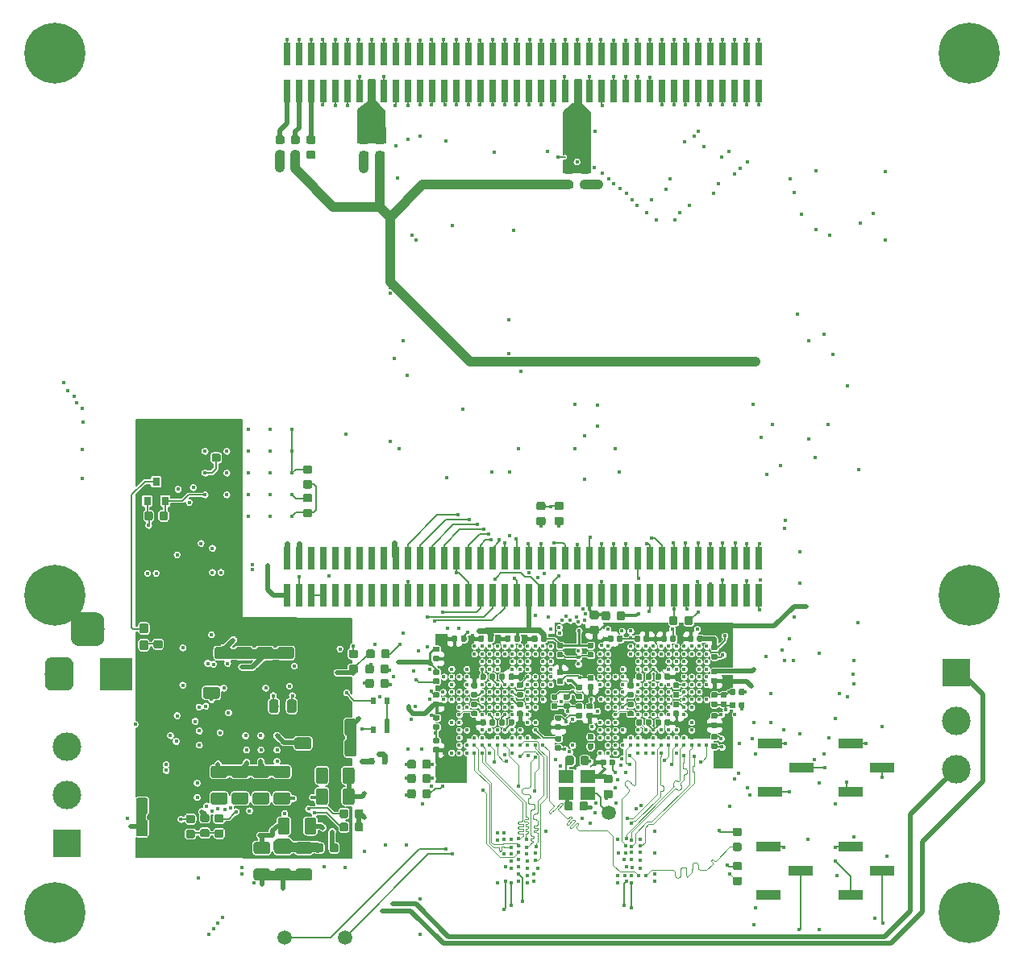
<source format=gbr>
G04 #@! TF.GenerationSoftware,KiCad,Pcbnew,5.0.2+dfsg1-1*
G04 #@! TF.CreationDate,2020-03-08T16:41:42+01:00*
G04 #@! TF.ProjectId,dlp_01,646c705f-3031-42e6-9b69-6361645f7063,rev?*
G04 #@! TF.SameCoordinates,Original*
G04 #@! TF.FileFunction,Copper,L6,Bot*
G04 #@! TF.FilePolarity,Positive*
%FSLAX46Y46*%
G04 Gerber Fmt 4.6, Leading zero omitted, Abs format (unit mm)*
G04 Created by KiCad (PCBNEW 5.0.2+dfsg1-1) date Sun 08 Mar 2020 16:41:42 CET*
%MOMM*%
%LPD*%
G01*
G04 APERTURE LIST*
G04 #@! TA.AperFunction,Conductor*
%ADD10C,0.100000*%
G04 #@! TD*
G04 #@! TA.AperFunction,SMDPad,CuDef*
%ADD11C,0.975000*%
G04 #@! TD*
G04 #@! TA.AperFunction,SMDPad,CuDef*
%ADD12R,0.740000X2.400000*%
G04 #@! TD*
G04 #@! TA.AperFunction,SMDPad,CuDef*
%ADD13C,0.875000*%
G04 #@! TD*
G04 #@! TA.AperFunction,SMDPad,CuDef*
%ADD14C,0.590000*%
G04 #@! TD*
G04 #@! TA.AperFunction,SMDPad,CuDef*
%ADD15C,1.250000*%
G04 #@! TD*
G04 #@! TA.AperFunction,SMDPad,CuDef*
%ADD16C,0.950000*%
G04 #@! TD*
G04 #@! TA.AperFunction,BGAPad,CuDef*
%ADD17C,1.500000*%
G04 #@! TD*
G04 #@! TA.AperFunction,SMDPad,CuDef*
%ADD18R,0.600000X0.700000*%
G04 #@! TD*
G04 #@! TA.AperFunction,ComponentPad*
%ADD19C,0.800000*%
G04 #@! TD*
G04 #@! TA.AperFunction,ComponentPad*
%ADD20C,6.400000*%
G04 #@! TD*
G04 #@! TA.AperFunction,SMDPad,CuDef*
%ADD21R,2.510000X1.000000*%
G04 #@! TD*
G04 #@! TA.AperFunction,SMDPad,CuDef*
%ADD22R,0.800000X0.900000*%
G04 #@! TD*
G04 #@! TA.AperFunction,ComponentPad*
%ADD23C,3.000000*%
G04 #@! TD*
G04 #@! TA.AperFunction,ComponentPad*
%ADD24R,3.000000X3.000000*%
G04 #@! TD*
G04 #@! TA.AperFunction,SMDPad,CuDef*
%ADD25R,1.650000X1.350000*%
G04 #@! TD*
G04 #@! TA.AperFunction,ComponentPad*
%ADD26C,3.500000*%
G04 #@! TD*
G04 #@! TA.AperFunction,ComponentPad*
%ADD27R,3.500000X3.500000*%
G04 #@! TD*
G04 #@! TA.AperFunction,ViaPad*
%ADD28C,0.450000*%
G04 #@! TD*
G04 #@! TA.AperFunction,Conductor*
%ADD29C,0.090000*%
G04 #@! TD*
G04 #@! TA.AperFunction,Conductor*
%ADD30C,0.150000*%
G04 #@! TD*
G04 #@! TA.AperFunction,Conductor*
%ADD31C,0.500000*%
G04 #@! TD*
G04 #@! TA.AperFunction,Conductor*
%ADD32C,0.300000*%
G04 #@! TD*
G04 #@! TA.AperFunction,Conductor*
%ADD33C,0.600000*%
G04 #@! TD*
G04 #@! TA.AperFunction,Conductor*
%ADD34C,0.200000*%
G04 #@! TD*
G04 #@! TA.AperFunction,Conductor*
%ADD35C,1.000000*%
G04 #@! TD*
G04 #@! TA.AperFunction,Conductor*
%ADD36C,0.250000*%
G04 #@! TD*
G04 #@! TA.AperFunction,Conductor*
%ADD37C,0.400000*%
G04 #@! TD*
G04 APERTURE END LIST*
D10*
G04 #@! TO.N,Net-(C79-Pad2)*
G04 #@! TO.C,R102*
G36*
X124705142Y-124601174D02*
X124728803Y-124604684D01*
X124752007Y-124610496D01*
X124774529Y-124618554D01*
X124796153Y-124628782D01*
X124816670Y-124641079D01*
X124835883Y-124655329D01*
X124853607Y-124671393D01*
X124869671Y-124689117D01*
X124883921Y-124708330D01*
X124896218Y-124728847D01*
X124906446Y-124750471D01*
X124914504Y-124772993D01*
X124920316Y-124796197D01*
X124923826Y-124819858D01*
X124925000Y-124843750D01*
X124925000Y-125756250D01*
X124923826Y-125780142D01*
X124920316Y-125803803D01*
X124914504Y-125827007D01*
X124906446Y-125849529D01*
X124896218Y-125871153D01*
X124883921Y-125891670D01*
X124869671Y-125910883D01*
X124853607Y-125928607D01*
X124835883Y-125944671D01*
X124816670Y-125958921D01*
X124796153Y-125971218D01*
X124774529Y-125981446D01*
X124752007Y-125989504D01*
X124728803Y-125995316D01*
X124705142Y-125998826D01*
X124681250Y-126000000D01*
X124193750Y-126000000D01*
X124169858Y-125998826D01*
X124146197Y-125995316D01*
X124122993Y-125989504D01*
X124100471Y-125981446D01*
X124078847Y-125971218D01*
X124058330Y-125958921D01*
X124039117Y-125944671D01*
X124021393Y-125928607D01*
X124005329Y-125910883D01*
X123991079Y-125891670D01*
X123978782Y-125871153D01*
X123968554Y-125849529D01*
X123960496Y-125827007D01*
X123954684Y-125803803D01*
X123951174Y-125780142D01*
X123950000Y-125756250D01*
X123950000Y-124843750D01*
X123951174Y-124819858D01*
X123954684Y-124796197D01*
X123960496Y-124772993D01*
X123968554Y-124750471D01*
X123978782Y-124728847D01*
X123991079Y-124708330D01*
X124005329Y-124689117D01*
X124021393Y-124671393D01*
X124039117Y-124655329D01*
X124058330Y-124641079D01*
X124078847Y-124628782D01*
X124100471Y-124618554D01*
X124122993Y-124610496D01*
X124146197Y-124604684D01*
X124169858Y-124601174D01*
X124193750Y-124600000D01*
X124681250Y-124600000D01*
X124705142Y-124601174D01*
X124705142Y-124601174D01*
G37*
D11*
G04 #@! TD*
G04 #@! TO.P,R102,2*
G04 #@! TO.N,Net-(C79-Pad2)*
X124437500Y-125300000D03*
D10*
G04 #@! TO.N,Net-(R102-Pad1)*
G04 #@! TO.C,R102*
G36*
X122830142Y-124601174D02*
X122853803Y-124604684D01*
X122877007Y-124610496D01*
X122899529Y-124618554D01*
X122921153Y-124628782D01*
X122941670Y-124641079D01*
X122960883Y-124655329D01*
X122978607Y-124671393D01*
X122994671Y-124689117D01*
X123008921Y-124708330D01*
X123021218Y-124728847D01*
X123031446Y-124750471D01*
X123039504Y-124772993D01*
X123045316Y-124796197D01*
X123048826Y-124819858D01*
X123050000Y-124843750D01*
X123050000Y-125756250D01*
X123048826Y-125780142D01*
X123045316Y-125803803D01*
X123039504Y-125827007D01*
X123031446Y-125849529D01*
X123021218Y-125871153D01*
X123008921Y-125891670D01*
X122994671Y-125910883D01*
X122978607Y-125928607D01*
X122960883Y-125944671D01*
X122941670Y-125958921D01*
X122921153Y-125971218D01*
X122899529Y-125981446D01*
X122877007Y-125989504D01*
X122853803Y-125995316D01*
X122830142Y-125998826D01*
X122806250Y-126000000D01*
X122318750Y-126000000D01*
X122294858Y-125998826D01*
X122271197Y-125995316D01*
X122247993Y-125989504D01*
X122225471Y-125981446D01*
X122203847Y-125971218D01*
X122183330Y-125958921D01*
X122164117Y-125944671D01*
X122146393Y-125928607D01*
X122130329Y-125910883D01*
X122116079Y-125891670D01*
X122103782Y-125871153D01*
X122093554Y-125849529D01*
X122085496Y-125827007D01*
X122079684Y-125803803D01*
X122076174Y-125780142D01*
X122075000Y-125756250D01*
X122075000Y-124843750D01*
X122076174Y-124819858D01*
X122079684Y-124796197D01*
X122085496Y-124772993D01*
X122093554Y-124750471D01*
X122103782Y-124728847D01*
X122116079Y-124708330D01*
X122130329Y-124689117D01*
X122146393Y-124671393D01*
X122164117Y-124655329D01*
X122183330Y-124641079D01*
X122203847Y-124628782D01*
X122225471Y-124618554D01*
X122247993Y-124610496D01*
X122271197Y-124604684D01*
X122294858Y-124601174D01*
X122318750Y-124600000D01*
X122806250Y-124600000D01*
X122830142Y-124601174D01*
X122830142Y-124601174D01*
G37*
D11*
G04 #@! TD*
G04 #@! TO.P,R102,1*
G04 #@! TO.N,Net-(R102-Pad1)*
X122562500Y-125300000D03*
D12*
G04 #@! TO.P,J1,80*
G04 #@! TO.N,/application_connectors/MEMS_INTn*
X173455000Y-60620000D03*
G04 #@! TO.P,J1,79*
G04 #@! TO.N,/application_connectors/BP*
X173455000Y-56720000D03*
G04 #@! TO.P,J1,78*
G04 #@! TO.N,/application_connectors/HDMI_INT*
X172185000Y-60620000D03*
G04 #@! TO.P,J1,77*
G04 #@! TO.N,/application_connectors/I2C0_SCL*
X172185000Y-56720000D03*
G04 #@! TO.P,J1,76*
G04 #@! TO.N,/application_connectors/I2S_Din*
X170915000Y-60620000D03*
G04 #@! TO.P,J1,75*
G04 #@! TO.N,/application_connectors/I2C0_SDA*
X170915000Y-56720000D03*
G04 #@! TO.P,J1,74*
G04 #@! TO.N,/application_connectors/I2S_FSYNC_IN*
X169645000Y-60620000D03*
G04 #@! TO.P,J1,73*
G04 #@! TO.N,/application_connectors/I2S_Dout*
X169645000Y-56720000D03*
G04 #@! TO.P,J1,72*
G04 #@! TO.N,/application_connectors/I2S_SCLK*
X168375000Y-60620000D03*
G04 #@! TO.P,J1,71*
G04 #@! TO.N,/application_connectors/I2S_FSYNC_OUT*
X168375000Y-56720000D03*
G04 #@! TO.P,J1,70*
G04 #@! TO.N,/application_connectors/LCD_HSYNC*
X167105000Y-60620000D03*
G04 #@! TO.P,J1,69*
G04 #@! TO.N,/application_connectors/LCD_VSYNC*
X167105000Y-56720000D03*
G04 #@! TO.P,J1,68*
G04 #@! TO.N,GND*
X165835000Y-60620000D03*
G04 #@! TO.P,J1,67*
X165835000Y-56720000D03*
G04 #@! TO.P,J1,66*
G04 #@! TO.N,/application_connectors/LCD_DATA13*
X164565000Y-60620000D03*
G04 #@! TO.P,J1,65*
G04 #@! TO.N,/application_connectors/LCD_PCLK*
X164565000Y-56720000D03*
G04 #@! TO.P,J1,64*
G04 #@! TO.N,/application_connectors/LCD_DATA12*
X163295000Y-60620000D03*
G04 #@! TO.P,J1,63*
G04 #@! TO.N,/application_connectors/LCD_DE*
X163295000Y-56720000D03*
G04 #@! TO.P,J1,62*
G04 #@! TO.N,/application_connectors/LCD_DATA9*
X162025000Y-60620000D03*
G04 #@! TO.P,J1,61*
G04 #@! TO.N,/application_connectors/LCD_DATA15*
X162025000Y-56720000D03*
G04 #@! TO.P,J1,60*
G04 #@! TO.N,/application_connectors/LCD_DATA8*
X160755000Y-60620000D03*
G04 #@! TO.P,J1,59*
G04 #@! TO.N,/application_connectors/LCD_DATA14*
X160755000Y-56720000D03*
G04 #@! TO.P,J1,58*
G04 #@! TO.N,/application_connectors/LCD_DATA5*
X159485000Y-60620000D03*
G04 #@! TO.P,J1,57*
G04 #@! TO.N,/application_connectors/LCD_DATA11*
X159485000Y-56720000D03*
G04 #@! TO.P,J1,56*
G04 #@! TO.N,/application_connectors/LCD_DATA4*
X158215000Y-60620000D03*
G04 #@! TO.P,J1,55*
G04 #@! TO.N,/application_connectors/LCD_DATA10*
X158215000Y-56720000D03*
G04 #@! TO.P,J1,54*
G04 #@! TO.N,/application_connectors/LCD_DATA1*
X156945000Y-60620000D03*
G04 #@! TO.P,J1,53*
G04 #@! TO.N,GND*
X156945000Y-56720000D03*
G04 #@! TO.P,J1,52*
G04 #@! TO.N,/application_connectors/LCD_DATA0*
X155675000Y-60620000D03*
G04 #@! TO.P,J1,51*
G04 #@! TO.N,/application_connectors/LCD_DATA7*
X155675000Y-56720000D03*
G04 #@! TO.P,J1,50*
G04 #@! TO.N,/application_connectors/ZYNQ_VDDIO_34*
X154405000Y-60620000D03*
G04 #@! TO.P,J1,49*
G04 #@! TO.N,/application_connectors/LCD_DATA6*
X154405000Y-56720000D03*
G04 #@! TO.P,J1,48*
G04 #@! TO.N,/application_connectors/IO_B34_LN11*
X153135000Y-60620000D03*
G04 #@! TO.P,J1,47*
G04 #@! TO.N,/application_connectors/LCD_DATA3*
X153135000Y-56720000D03*
G04 #@! TO.P,J1,46*
G04 #@! TO.N,/application_connectors/IO_B34_LP11*
X151865000Y-60620000D03*
G04 #@! TO.P,J1,45*
G04 #@! TO.N,/application_connectors/LCD_DATA2*
X151865000Y-56720000D03*
G04 #@! TO.P,J1,44*
G04 #@! TO.N,/application_connectors/IO_B34_LN8*
X150595000Y-60620000D03*
G04 #@! TO.P,J1,43*
G04 #@! TO.N,GND*
X150595000Y-56720000D03*
G04 #@! TO.P,J1,42*
G04 #@! TO.N,/application_connectors/IO_B34_LP8*
X149325000Y-60620000D03*
G04 #@! TO.P,J1,41*
G04 #@! TO.N,/application_connectors/IO_B34_LN7*
X149325000Y-56720000D03*
G04 #@! TO.P,J1,40*
G04 #@! TO.N,/application_connectors/IO_B34_LN6*
X148055000Y-60620000D03*
G04 #@! TO.P,J1,39*
G04 #@! TO.N,/application_connectors/IO_B34_LP7*
X148055000Y-56720000D03*
G04 #@! TO.P,J1,38*
G04 #@! TO.N,/application_connectors/IO_B34_LP6*
X146785000Y-60620000D03*
G04 #@! TO.P,J1,37*
G04 #@! TO.N,/application_connectors/IO_B34_LN5*
X146785000Y-56720000D03*
G04 #@! TO.P,J1,36*
G04 #@! TO.N,GND*
X145515000Y-60620000D03*
G04 #@! TO.P,J1,35*
G04 #@! TO.N,/application_connectors/IO_B34_LP5*
X145515000Y-56720000D03*
G04 #@! TO.P,J1,34*
G04 #@! TO.N,/application_connectors/IO_B34_LN4*
X144245000Y-60620000D03*
G04 #@! TO.P,J1,33*
G04 #@! TO.N,GND*
X144245000Y-56720000D03*
G04 #@! TO.P,J1,32*
G04 #@! TO.N,/application_connectors/IO_B34_LP4*
X142975000Y-60620000D03*
G04 #@! TO.P,J1,31*
G04 #@! TO.N,/application_connectors/IO_B34_LN3*
X142975000Y-56720000D03*
G04 #@! TO.P,J1,30*
G04 #@! TO.N,/application_connectors/IO_B34_LN2*
X141705000Y-60620000D03*
G04 #@! TO.P,J1,29*
G04 #@! TO.N,/application_connectors/IO_B34_LP3*
X141705000Y-56720000D03*
G04 #@! TO.P,J1,28*
G04 #@! TO.N,/application_connectors/DATEN_B*
X140435000Y-60620000D03*
G04 #@! TO.P,J1,27*
G04 #@! TO.N,/application_connectors/IO_B34_LN1*
X140435000Y-56720000D03*
G04 #@! TO.P,J1,26*
G04 #@! TO.N,GND*
X139165000Y-60620000D03*
G04 #@! TO.P,J1,25*
G04 #@! TO.N,/application_connectors/IO_B34_LP1*
X139165000Y-56720000D03*
G04 #@! TO.P,J1,24*
G04 #@! TO.N,/application_connectors/VSYNC_B*
X137895000Y-60620000D03*
G04 #@! TO.P,J1,23*
G04 #@! TO.N,GND*
X137895000Y-56720000D03*
G04 #@! TO.P,J1,22*
G04 #@! TO.N,/application_connectors/HSYNC_B*
X136625000Y-60620000D03*
G04 #@! TO.P,J1,21*
G04 #@! TO.N,/application_connectors/IO_B13_LN21*
X136625000Y-56720000D03*
G04 #@! TO.P,J1,20*
G04 #@! TO.N,/application_connectors/PDM_CVS_TE_B*
X135355000Y-60620000D03*
G04 #@! TO.P,J1,19*
G04 #@! TO.N,/application_connectors/IO_B13_LP21*
X135355000Y-56720000D03*
G04 #@! TO.P,J1,18*
G04 #@! TO.N,/application_connectors/IO_B13_LP13*
X134085000Y-60620000D03*
G04 #@! TO.P,J1,17*
G04 #@! TO.N,/application_connectors/IO_B13_LN14*
X134085000Y-56720000D03*
G04 #@! TO.P,J1,16*
G04 #@! TO.N,/application_connectors/ZYNQ_VDDIO_13*
X132815000Y-60620000D03*
G04 #@! TO.P,J1,15*
G04 #@! TO.N,/application_connectors/IO_B13_LP14*
X132815000Y-56720000D03*
G04 #@! TO.P,J1,14*
G04 #@! TO.N,/application_connectors/IO_B13_LN12*
X131545000Y-60620000D03*
G04 #@! TO.P,J1,13*
G04 #@! TO.N,/application_connectors/JTAG_NTRST*
X131545000Y-56720000D03*
G04 #@! TO.P,J1,12*
G04 #@! TO.N,/application_connectors/IO_B13_LP12*
X130275000Y-60620000D03*
G04 #@! TO.P,J1,11*
G04 #@! TO.N,/application_connectors/JTAG_TDO*
X130275000Y-56720000D03*
G04 #@! TO.P,J1,10*
G04 #@! TO.N,/application_connectors/IO_B13_LN11*
X129005000Y-60620000D03*
G04 #@! TO.P,J1,9*
G04 #@! TO.N,/application_connectors/JTAG_TDI*
X129005000Y-56720000D03*
G04 #@! TO.P,J1,8*
G04 #@! TO.N,/application_connectors/IO_B13_LP11*
X127735000Y-60620000D03*
G04 #@! TO.P,J1,7*
G04 #@! TO.N,/application_connectors/JTAG_TMS*
X127735000Y-56720000D03*
G04 #@! TO.P,J1,6*
G04 #@! TO.N,Net-(J1-Pad6)*
X126465000Y-60620000D03*
G04 #@! TO.P,J1,5*
G04 #@! TO.N,/application_connectors/JTAG_TCK*
X126465000Y-56720000D03*
G04 #@! TO.P,J1,4*
G04 #@! TO.N,Net-(J1-Pad4)*
X125195000Y-60620000D03*
G04 #@! TO.P,J1,3*
G04 #@! TO.N,GND*
X125195000Y-56720000D03*
G04 #@! TO.P,J1,2*
G04 #@! TO.N,Net-(J1-Pad2)*
X123925000Y-60620000D03*
G04 #@! TO.P,J1,1*
G04 #@! TO.N,GND*
X123925000Y-56720000D03*
G04 #@! TD*
G04 #@! TO.P,J2,80*
G04 #@! TO.N,/application_connectors/IO_B35_LN23*
X173455000Y-113610000D03*
G04 #@! TO.P,J2,79*
G04 #@! TO.N,GND*
X173455000Y-109710000D03*
G04 #@! TO.P,J2,78*
G04 #@! TO.N,/application_connectors/IO_B35_LP23*
X172185000Y-113610000D03*
G04 #@! TO.P,J2,77*
G04 #@! TO.N,/application_connectors/IO_B35_LN24*
X172185000Y-109710000D03*
G04 #@! TO.P,J2,76*
G04 #@! TO.N,/application_connectors/IO_B35_LN21*
X170915000Y-113610000D03*
G04 #@! TO.P,J2,75*
G04 #@! TO.N,/application_connectors/IO_B35_LP24*
X170915000Y-109710000D03*
G04 #@! TO.P,J2,74*
G04 #@! TO.N,/application_connectors/DATEN_A*
X169645000Y-113610000D03*
G04 #@! TO.P,J2,73*
G04 #@! TO.N,/application_connectors/IO_B35_LN22*
X169645000Y-109710000D03*
G04 #@! TO.P,J2,72*
G04 #@! TO.N,GND*
X168375000Y-113610000D03*
G04 #@! TO.P,J2,71*
G04 #@! TO.N,/application_connectors/IO_B35_LP22*
X168375000Y-109710000D03*
G04 #@! TO.P,J2,70*
G04 #@! TO.N,/application_connectors/VSYNC_A*
X167105000Y-113610000D03*
G04 #@! TO.P,J2,69*
G04 #@! TO.N,GND*
X167105000Y-109710000D03*
G04 #@! TO.P,J2,68*
G04 #@! TO.N,/application_connectors/HSYNC_A*
X165835000Y-113610000D03*
G04 #@! TO.P,J2,67*
G04 #@! TO.N,/application_connectors/IO_B35_LN20*
X165835000Y-109710000D03*
G04 #@! TO.P,J2,66*
G04 #@! TO.N,/application_connectors/PDM_CVS_TE_A*
X164565000Y-113610000D03*
G04 #@! TO.P,J2,65*
G04 #@! TO.N,/application_connectors/IO_B35_LP20*
X164565000Y-109710000D03*
G04 #@! TO.P,J2,64*
G04 #@! TO.N,/application_connectors/IO_B35_LP17*
X163295000Y-113610000D03*
G04 #@! TO.P,J2,63*
G04 #@! TO.N,/application_connectors/IO_B35_LN18*
X163295000Y-109710000D03*
G04 #@! TO.P,J2,62*
G04 #@! TO.N,GND*
X162025000Y-113610000D03*
G04 #@! TO.P,J2,61*
G04 #@! TO.N,/application_connectors/IO_B35_LP18*
X162025000Y-109710000D03*
G04 #@! TO.P,J2,60*
G04 #@! TO.N,/application_connectors/IO_B35_LN15*
X160755000Y-113610000D03*
G04 #@! TO.P,J2,59*
G04 #@! TO.N,GND*
X160755000Y-109710000D03*
G04 #@! TO.P,J2,58*
G04 #@! TO.N,/application_connectors/IO_B35_LP15*
X159485000Y-113610000D03*
G04 #@! TO.P,J2,57*
G04 #@! TO.N,/application_connectors/IO_B35_LN16*
X159485000Y-109710000D03*
G04 #@! TO.P,J2,56*
G04 #@! TO.N,/application_connectors/IO_B35_LN13*
X158215000Y-113610000D03*
G04 #@! TO.P,J2,55*
G04 #@! TO.N,/application_connectors/IO_B35_LP16*
X158215000Y-109710000D03*
G04 #@! TO.P,J2,54*
G04 #@! TO.N,/application_connectors/PCLK_B*
X156945000Y-113610000D03*
G04 #@! TO.P,J2,53*
G04 #@! TO.N,/application_connectors/IO_B35_LN14*
X156945000Y-109710000D03*
G04 #@! TO.P,J2,52*
G04 #@! TO.N,/application_connectors/ZYNQ_VDDIO_35*
X155675000Y-113610000D03*
G04 #@! TO.P,J2,51*
G04 #@! TO.N,/application_connectors/IO_B35_LP14*
X155675000Y-109710000D03*
G04 #@! TO.P,J2,50*
G04 #@! TO.N,/application_connectors/IO_B35_LN11*
X154405000Y-113610000D03*
G04 #@! TO.P,J2,49*
G04 #@! TO.N,GND*
X154405000Y-109710000D03*
G04 #@! TO.P,J2,48*
G04 #@! TO.N,/application_connectors/IO_B35_LP11*
X153135000Y-113610000D03*
G04 #@! TO.P,J2,47*
G04 #@! TO.N,/application_connectors/PCLK_A*
X153135000Y-109710000D03*
G04 #@! TO.P,J2,46*
G04 #@! TO.N,/application_connectors/mHOST_IRQ*
X151865000Y-113610000D03*
G04 #@! TO.P,J2,45*
G04 #@! TO.N,/application_connectors/IO_B35_LP12*
X151865000Y-109710000D03*
G04 #@! TO.P,J2,44*
G04 #@! TO.N,/application_connectors/sHOST_IRQ*
X150595000Y-113610000D03*
G04 #@! TO.P,J2,43*
G04 #@! TO.N,/application_connectors/IO_B35_LN10*
X150595000Y-109710000D03*
G04 #@! TO.P,J2,42*
G04 #@! TO.N,GND*
X149325000Y-113610000D03*
G04 #@! TO.P,J2,41*
G04 #@! TO.N,/application_connectors/IO_B35_LP10*
X149325000Y-109710000D03*
G04 #@! TO.P,J2,40*
G04 #@! TO.N,/application_connectors/PROJ_ON*
X148055000Y-113610000D03*
G04 #@! TO.P,J2,39*
G04 #@! TO.N,GND*
X148055000Y-109710000D03*
G04 #@! TO.P,J2,38*
G04 #@! TO.N,/application_connectors/SUB_FRAME*
X146785000Y-113610000D03*
G04 #@! TO.P,J2,37*
G04 #@! TO.N,/application_connectors/IO_B35_LN8*
X146785000Y-109710000D03*
G04 #@! TO.P,J2,36*
G04 #@! TO.N,/application_connectors/ACT_SYNC*
X145515000Y-113610000D03*
G04 #@! TO.P,J2,35*
G04 #@! TO.N,/application_connectors/IO_B35_LP8*
X145515000Y-109710000D03*
G04 #@! TO.P,J2,34*
G04 #@! TO.N,/application_connectors/FPGA_RDY*
X144245000Y-113610000D03*
G04 #@! TO.P,J2,33*
G04 #@! TO.N,/application_connectors/IO_B35_LN6*
X144245000Y-109710000D03*
G04 #@! TO.P,J2,32*
G04 #@! TO.N,GND*
X142975000Y-113610000D03*
G04 #@! TO.P,J2,31*
G04 #@! TO.N,/application_connectors/IO_B35_LP6*
X142975000Y-109710000D03*
G04 #@! TO.P,J2,30*
G04 #@! TO.N,/application_connectors/IO_B35_LN3*
X141705000Y-113610000D03*
G04 #@! TO.P,J2,29*
G04 #@! TO.N,GND*
X141705000Y-109710000D03*
G04 #@! TO.P,J2,28*
G04 #@! TO.N,/application_connectors/IO_B35_LP3*
X140435000Y-113610000D03*
G04 #@! TO.P,J2,27*
G04 #@! TO.N,/application_connectors/IO_B35_LN4*
X140435000Y-109710000D03*
G04 #@! TO.P,J2,26*
G04 #@! TO.N,/application_connectors/IO_B35_LN1*
X139165000Y-113610000D03*
G04 #@! TO.P,J2,25*
G04 #@! TO.N,/application_connectors/IO_B35_LP4*
X139165000Y-109710000D03*
G04 #@! TO.P,J2,24*
G04 #@! TO.N,/application_connectors/IO_B35_LP1*
X137895000Y-113610000D03*
G04 #@! TO.P,J2,23*
G04 #@! TO.N,/application_connectors/IO_B35_LN2*
X137895000Y-109710000D03*
G04 #@! TO.P,J2,22*
G04 #@! TO.N,GND*
X136625000Y-113610000D03*
G04 #@! TO.P,J2,21*
G04 #@! TO.N,/application_connectors/IO_B35_LP2*
X136625000Y-109710000D03*
G04 #@! TO.P,J2,20*
G04 #@! TO.N,/application_connectors/PS_MIO13*
X135355000Y-113610000D03*
G04 #@! TO.P,J2,19*
G04 #@! TO.N,GND*
X135355000Y-109710000D03*
G04 #@! TO.P,J2,18*
G04 #@! TO.N,/application_connectors/PS_MIO12*
X134085000Y-113610000D03*
G04 #@! TO.P,J2,17*
G04 #@! TO.N,/application_connectors/PS_MIO15*
X134085000Y-109710000D03*
G04 #@! TO.P,J2,16*
G04 #@! TO.N,/application_connectors/PS_MIO9*
X132815000Y-113610000D03*
G04 #@! TO.P,J2,15*
G04 #@! TO.N,/application_connectors/PS_MIO14*
X132815000Y-109710000D03*
G04 #@! TO.P,J2,14*
G04 #@! TO.N,/application_connectors/PS_MIO8*
X131545000Y-113610000D03*
G04 #@! TO.P,J2,13*
G04 #@! TO.N,/application_connectors/PS_MIO11*
X131545000Y-109710000D03*
G04 #@! TO.P,J2,12*
G04 #@! TO.N,/application_connectors/PS_MIO0*
X130275000Y-113610000D03*
G04 #@! TO.P,J2,11*
G04 #@! TO.N,/application_connectors/PS_MIO10*
X130275000Y-109710000D03*
G04 #@! TO.P,J2,10*
G04 #@! TO.N,Net-(J2-Pad10)*
X129005000Y-113610000D03*
G04 #@! TO.P,J2,9*
G04 #@! TO.N,/application_connectors/XADC_GND*
X129005000Y-109710000D03*
G04 #@! TO.P,J2,8*
G04 #@! TO.N,/application_connectors/XADC_INN0*
X127735000Y-113610000D03*
G04 #@! TO.P,J2,7*
G04 #@! TO.N,/application_connectors/XADC_TEMP_N*
X127735000Y-109710000D03*
G04 #@! TO.P,J2,6*
G04 #@! TO.N,/application_connectors/XADC_INN0*
X126465000Y-113610000D03*
G04 #@! TO.P,J2,5*
G04 #@! TO.N,/application_connectors/XADC_TEMP_P*
X126465000Y-109710000D03*
G04 #@! TO.P,J2,4*
G04 #@! TO.N,Net-(J2-Pad4)*
X125195000Y-113610000D03*
G04 #@! TO.P,J2,3*
G04 #@! TO.N,GND*
X125195000Y-109710000D03*
G04 #@! TO.P,J2,2*
G04 #@! TO.N,Net-(J2-Pad2)*
X123925000Y-113610000D03*
G04 #@! TO.P,J2,1*
G04 #@! TO.N,GND*
X123925000Y-109710000D03*
G04 #@! TD*
D10*
G04 #@! TO.N,+1V8*
G04 #@! TO.C,R10*
G36*
X157927691Y-132526053D02*
X157948926Y-132529203D01*
X157969750Y-132534419D01*
X157989962Y-132541651D01*
X158009368Y-132550830D01*
X158027781Y-132561866D01*
X158045024Y-132574654D01*
X158060930Y-132589070D01*
X158075346Y-132604976D01*
X158088134Y-132622219D01*
X158099170Y-132640632D01*
X158108349Y-132660038D01*
X158115581Y-132680250D01*
X158120797Y-132701074D01*
X158123947Y-132722309D01*
X158125000Y-132743750D01*
X158125000Y-133181250D01*
X158123947Y-133202691D01*
X158120797Y-133223926D01*
X158115581Y-133244750D01*
X158108349Y-133264962D01*
X158099170Y-133284368D01*
X158088134Y-133302781D01*
X158075346Y-133320024D01*
X158060930Y-133335930D01*
X158045024Y-133350346D01*
X158027781Y-133363134D01*
X158009368Y-133374170D01*
X157989962Y-133383349D01*
X157969750Y-133390581D01*
X157948926Y-133395797D01*
X157927691Y-133398947D01*
X157906250Y-133400000D01*
X157393750Y-133400000D01*
X157372309Y-133398947D01*
X157351074Y-133395797D01*
X157330250Y-133390581D01*
X157310038Y-133383349D01*
X157290632Y-133374170D01*
X157272219Y-133363134D01*
X157254976Y-133350346D01*
X157239070Y-133335930D01*
X157224654Y-133320024D01*
X157211866Y-133302781D01*
X157200830Y-133284368D01*
X157191651Y-133264962D01*
X157184419Y-133244750D01*
X157179203Y-133223926D01*
X157176053Y-133202691D01*
X157175000Y-133181250D01*
X157175000Y-132743750D01*
X157176053Y-132722309D01*
X157179203Y-132701074D01*
X157184419Y-132680250D01*
X157191651Y-132660038D01*
X157200830Y-132640632D01*
X157211866Y-132622219D01*
X157224654Y-132604976D01*
X157239070Y-132589070D01*
X157254976Y-132574654D01*
X157272219Y-132561866D01*
X157290632Y-132550830D01*
X157310038Y-132541651D01*
X157330250Y-132534419D01*
X157351074Y-132529203D01*
X157372309Y-132526053D01*
X157393750Y-132525000D01*
X157906250Y-132525000D01*
X157927691Y-132526053D01*
X157927691Y-132526053D01*
G37*
D13*
G04 #@! TD*
G04 #@! TO.P,R10,2*
G04 #@! TO.N,+1V8*
X157650000Y-132962500D03*
D10*
G04 #@! TO.N,Net-(R10-Pad1)*
G04 #@! TO.C,R10*
G36*
X157927691Y-134101053D02*
X157948926Y-134104203D01*
X157969750Y-134109419D01*
X157989962Y-134116651D01*
X158009368Y-134125830D01*
X158027781Y-134136866D01*
X158045024Y-134149654D01*
X158060930Y-134164070D01*
X158075346Y-134179976D01*
X158088134Y-134197219D01*
X158099170Y-134215632D01*
X158108349Y-134235038D01*
X158115581Y-134255250D01*
X158120797Y-134276074D01*
X158123947Y-134297309D01*
X158125000Y-134318750D01*
X158125000Y-134756250D01*
X158123947Y-134777691D01*
X158120797Y-134798926D01*
X158115581Y-134819750D01*
X158108349Y-134839962D01*
X158099170Y-134859368D01*
X158088134Y-134877781D01*
X158075346Y-134895024D01*
X158060930Y-134910930D01*
X158045024Y-134925346D01*
X158027781Y-134938134D01*
X158009368Y-134949170D01*
X157989962Y-134958349D01*
X157969750Y-134965581D01*
X157948926Y-134970797D01*
X157927691Y-134973947D01*
X157906250Y-134975000D01*
X157393750Y-134975000D01*
X157372309Y-134973947D01*
X157351074Y-134970797D01*
X157330250Y-134965581D01*
X157310038Y-134958349D01*
X157290632Y-134949170D01*
X157272219Y-134938134D01*
X157254976Y-134925346D01*
X157239070Y-134910930D01*
X157224654Y-134895024D01*
X157211866Y-134877781D01*
X157200830Y-134859368D01*
X157191651Y-134839962D01*
X157184419Y-134819750D01*
X157179203Y-134798926D01*
X157176053Y-134777691D01*
X157175000Y-134756250D01*
X157175000Y-134318750D01*
X157176053Y-134297309D01*
X157179203Y-134276074D01*
X157184419Y-134255250D01*
X157191651Y-134235038D01*
X157200830Y-134215632D01*
X157211866Y-134197219D01*
X157224654Y-134179976D01*
X157239070Y-134164070D01*
X157254976Y-134149654D01*
X157272219Y-134136866D01*
X157290632Y-134125830D01*
X157310038Y-134116651D01*
X157330250Y-134109419D01*
X157351074Y-134104203D01*
X157372309Y-134101053D01*
X157393750Y-134100000D01*
X157906250Y-134100000D01*
X157927691Y-134101053D01*
X157927691Y-134101053D01*
G37*
D13*
G04 #@! TD*
G04 #@! TO.P,R10,1*
G04 #@! TO.N,Net-(R10-Pad1)*
X157650000Y-134537500D03*
D10*
G04 #@! TO.N,/dlp_controller/dlp_controller_gpio/sHBT_IDAT*
G04 #@! TO.C,R11*
G36*
X134427691Y-122426053D02*
X134448926Y-122429203D01*
X134469750Y-122434419D01*
X134489962Y-122441651D01*
X134509368Y-122450830D01*
X134527781Y-122461866D01*
X134545024Y-122474654D01*
X134560930Y-122489070D01*
X134575346Y-122504976D01*
X134588134Y-122522219D01*
X134599170Y-122540632D01*
X134608349Y-122560038D01*
X134615581Y-122580250D01*
X134620797Y-122601074D01*
X134623947Y-122622309D01*
X134625000Y-122643750D01*
X134625000Y-123156250D01*
X134623947Y-123177691D01*
X134620797Y-123198926D01*
X134615581Y-123219750D01*
X134608349Y-123239962D01*
X134599170Y-123259368D01*
X134588134Y-123277781D01*
X134575346Y-123295024D01*
X134560930Y-123310930D01*
X134545024Y-123325346D01*
X134527781Y-123338134D01*
X134509368Y-123349170D01*
X134489962Y-123358349D01*
X134469750Y-123365581D01*
X134448926Y-123370797D01*
X134427691Y-123373947D01*
X134406250Y-123375000D01*
X133968750Y-123375000D01*
X133947309Y-123373947D01*
X133926074Y-123370797D01*
X133905250Y-123365581D01*
X133885038Y-123358349D01*
X133865632Y-123349170D01*
X133847219Y-123338134D01*
X133829976Y-123325346D01*
X133814070Y-123310930D01*
X133799654Y-123295024D01*
X133786866Y-123277781D01*
X133775830Y-123259368D01*
X133766651Y-123239962D01*
X133759419Y-123219750D01*
X133754203Y-123198926D01*
X133751053Y-123177691D01*
X133750000Y-123156250D01*
X133750000Y-122643750D01*
X133751053Y-122622309D01*
X133754203Y-122601074D01*
X133759419Y-122580250D01*
X133766651Y-122560038D01*
X133775830Y-122540632D01*
X133786866Y-122522219D01*
X133799654Y-122504976D01*
X133814070Y-122489070D01*
X133829976Y-122474654D01*
X133847219Y-122461866D01*
X133865632Y-122450830D01*
X133885038Y-122441651D01*
X133905250Y-122434419D01*
X133926074Y-122429203D01*
X133947309Y-122426053D01*
X133968750Y-122425000D01*
X134406250Y-122425000D01*
X134427691Y-122426053D01*
X134427691Y-122426053D01*
G37*
D13*
G04 #@! TD*
G04 #@! TO.P,R11,2*
G04 #@! TO.N,/dlp_controller/dlp_controller_gpio/sHBT_IDAT*
X134187500Y-122900000D03*
D10*
G04 #@! TO.N,/dlp_controller/dlp_controller_gpio/HBT_ODAT*
G04 #@! TO.C,R11*
G36*
X132852691Y-122426053D02*
X132873926Y-122429203D01*
X132894750Y-122434419D01*
X132914962Y-122441651D01*
X132934368Y-122450830D01*
X132952781Y-122461866D01*
X132970024Y-122474654D01*
X132985930Y-122489070D01*
X133000346Y-122504976D01*
X133013134Y-122522219D01*
X133024170Y-122540632D01*
X133033349Y-122560038D01*
X133040581Y-122580250D01*
X133045797Y-122601074D01*
X133048947Y-122622309D01*
X133050000Y-122643750D01*
X133050000Y-123156250D01*
X133048947Y-123177691D01*
X133045797Y-123198926D01*
X133040581Y-123219750D01*
X133033349Y-123239962D01*
X133024170Y-123259368D01*
X133013134Y-123277781D01*
X133000346Y-123295024D01*
X132985930Y-123310930D01*
X132970024Y-123325346D01*
X132952781Y-123338134D01*
X132934368Y-123349170D01*
X132914962Y-123358349D01*
X132894750Y-123365581D01*
X132873926Y-123370797D01*
X132852691Y-123373947D01*
X132831250Y-123375000D01*
X132393750Y-123375000D01*
X132372309Y-123373947D01*
X132351074Y-123370797D01*
X132330250Y-123365581D01*
X132310038Y-123358349D01*
X132290632Y-123349170D01*
X132272219Y-123338134D01*
X132254976Y-123325346D01*
X132239070Y-123310930D01*
X132224654Y-123295024D01*
X132211866Y-123277781D01*
X132200830Y-123259368D01*
X132191651Y-123239962D01*
X132184419Y-123219750D01*
X132179203Y-123198926D01*
X132176053Y-123177691D01*
X132175000Y-123156250D01*
X132175000Y-122643750D01*
X132176053Y-122622309D01*
X132179203Y-122601074D01*
X132184419Y-122580250D01*
X132191651Y-122560038D01*
X132200830Y-122540632D01*
X132211866Y-122522219D01*
X132224654Y-122504976D01*
X132239070Y-122489070D01*
X132254976Y-122474654D01*
X132272219Y-122461866D01*
X132290632Y-122450830D01*
X132310038Y-122441651D01*
X132330250Y-122434419D01*
X132351074Y-122429203D01*
X132372309Y-122426053D01*
X132393750Y-122425000D01*
X132831250Y-122425000D01*
X132852691Y-122426053D01*
X132852691Y-122426053D01*
G37*
D13*
G04 #@! TD*
G04 #@! TO.P,R11,1*
G04 #@! TO.N,/dlp_controller/dlp_controller_gpio/HBT_ODAT*
X132612500Y-122900000D03*
D10*
G04 #@! TO.N,/dlp_controller/dlp_controller_gpio/sHBT_ICLK*
G04 #@! TO.C,R12*
G36*
X134427691Y-120926053D02*
X134448926Y-120929203D01*
X134469750Y-120934419D01*
X134489962Y-120941651D01*
X134509368Y-120950830D01*
X134527781Y-120961866D01*
X134545024Y-120974654D01*
X134560930Y-120989070D01*
X134575346Y-121004976D01*
X134588134Y-121022219D01*
X134599170Y-121040632D01*
X134608349Y-121060038D01*
X134615581Y-121080250D01*
X134620797Y-121101074D01*
X134623947Y-121122309D01*
X134625000Y-121143750D01*
X134625000Y-121656250D01*
X134623947Y-121677691D01*
X134620797Y-121698926D01*
X134615581Y-121719750D01*
X134608349Y-121739962D01*
X134599170Y-121759368D01*
X134588134Y-121777781D01*
X134575346Y-121795024D01*
X134560930Y-121810930D01*
X134545024Y-121825346D01*
X134527781Y-121838134D01*
X134509368Y-121849170D01*
X134489962Y-121858349D01*
X134469750Y-121865581D01*
X134448926Y-121870797D01*
X134427691Y-121873947D01*
X134406250Y-121875000D01*
X133968750Y-121875000D01*
X133947309Y-121873947D01*
X133926074Y-121870797D01*
X133905250Y-121865581D01*
X133885038Y-121858349D01*
X133865632Y-121849170D01*
X133847219Y-121838134D01*
X133829976Y-121825346D01*
X133814070Y-121810930D01*
X133799654Y-121795024D01*
X133786866Y-121777781D01*
X133775830Y-121759368D01*
X133766651Y-121739962D01*
X133759419Y-121719750D01*
X133754203Y-121698926D01*
X133751053Y-121677691D01*
X133750000Y-121656250D01*
X133750000Y-121143750D01*
X133751053Y-121122309D01*
X133754203Y-121101074D01*
X133759419Y-121080250D01*
X133766651Y-121060038D01*
X133775830Y-121040632D01*
X133786866Y-121022219D01*
X133799654Y-121004976D01*
X133814070Y-120989070D01*
X133829976Y-120974654D01*
X133847219Y-120961866D01*
X133865632Y-120950830D01*
X133885038Y-120941651D01*
X133905250Y-120934419D01*
X133926074Y-120929203D01*
X133947309Y-120926053D01*
X133968750Y-120925000D01*
X134406250Y-120925000D01*
X134427691Y-120926053D01*
X134427691Y-120926053D01*
G37*
D13*
G04 #@! TD*
G04 #@! TO.P,R12,2*
G04 #@! TO.N,/dlp_controller/dlp_controller_gpio/sHBT_ICLK*
X134187500Y-121400000D03*
D10*
G04 #@! TO.N,/dlp_controller/dlp_controller_gpio/HBT_OCLK*
G04 #@! TO.C,R12*
G36*
X132852691Y-120926053D02*
X132873926Y-120929203D01*
X132894750Y-120934419D01*
X132914962Y-120941651D01*
X132934368Y-120950830D01*
X132952781Y-120961866D01*
X132970024Y-120974654D01*
X132985930Y-120989070D01*
X133000346Y-121004976D01*
X133013134Y-121022219D01*
X133024170Y-121040632D01*
X133033349Y-121060038D01*
X133040581Y-121080250D01*
X133045797Y-121101074D01*
X133048947Y-121122309D01*
X133050000Y-121143750D01*
X133050000Y-121656250D01*
X133048947Y-121677691D01*
X133045797Y-121698926D01*
X133040581Y-121719750D01*
X133033349Y-121739962D01*
X133024170Y-121759368D01*
X133013134Y-121777781D01*
X133000346Y-121795024D01*
X132985930Y-121810930D01*
X132970024Y-121825346D01*
X132952781Y-121838134D01*
X132934368Y-121849170D01*
X132914962Y-121858349D01*
X132894750Y-121865581D01*
X132873926Y-121870797D01*
X132852691Y-121873947D01*
X132831250Y-121875000D01*
X132393750Y-121875000D01*
X132372309Y-121873947D01*
X132351074Y-121870797D01*
X132330250Y-121865581D01*
X132310038Y-121858349D01*
X132290632Y-121849170D01*
X132272219Y-121838134D01*
X132254976Y-121825346D01*
X132239070Y-121810930D01*
X132224654Y-121795024D01*
X132211866Y-121777781D01*
X132200830Y-121759368D01*
X132191651Y-121739962D01*
X132184419Y-121719750D01*
X132179203Y-121698926D01*
X132176053Y-121677691D01*
X132175000Y-121656250D01*
X132175000Y-121143750D01*
X132176053Y-121122309D01*
X132179203Y-121101074D01*
X132184419Y-121080250D01*
X132191651Y-121060038D01*
X132200830Y-121040632D01*
X132211866Y-121022219D01*
X132224654Y-121004976D01*
X132239070Y-120989070D01*
X132254976Y-120974654D01*
X132272219Y-120961866D01*
X132290632Y-120950830D01*
X132310038Y-120941651D01*
X132330250Y-120934419D01*
X132351074Y-120929203D01*
X132372309Y-120926053D01*
X132393750Y-120925000D01*
X132831250Y-120925000D01*
X132852691Y-120926053D01*
X132852691Y-120926053D01*
G37*
D13*
G04 #@! TD*
G04 #@! TO.P,R12,1*
G04 #@! TO.N,/dlp_controller/dlp_controller_gpio/HBT_OCLK*
X132612500Y-121400000D03*
D10*
G04 #@! TO.N,Net-(R16-Pad2)*
G04 #@! TO.C,R16*
G36*
X153852691Y-130526053D02*
X153873926Y-130529203D01*
X153894750Y-130534419D01*
X153914962Y-130541651D01*
X153934368Y-130550830D01*
X153952781Y-130561866D01*
X153970024Y-130574654D01*
X153985930Y-130589070D01*
X154000346Y-130604976D01*
X154013134Y-130622219D01*
X154024170Y-130640632D01*
X154033349Y-130660038D01*
X154040581Y-130680250D01*
X154045797Y-130701074D01*
X154048947Y-130722309D01*
X154050000Y-130743750D01*
X154050000Y-131256250D01*
X154048947Y-131277691D01*
X154045797Y-131298926D01*
X154040581Y-131319750D01*
X154033349Y-131339962D01*
X154024170Y-131359368D01*
X154013134Y-131377781D01*
X154000346Y-131395024D01*
X153985930Y-131410930D01*
X153970024Y-131425346D01*
X153952781Y-131438134D01*
X153934368Y-131449170D01*
X153914962Y-131458349D01*
X153894750Y-131465581D01*
X153873926Y-131470797D01*
X153852691Y-131473947D01*
X153831250Y-131475000D01*
X153393750Y-131475000D01*
X153372309Y-131473947D01*
X153351074Y-131470797D01*
X153330250Y-131465581D01*
X153310038Y-131458349D01*
X153290632Y-131449170D01*
X153272219Y-131438134D01*
X153254976Y-131425346D01*
X153239070Y-131410930D01*
X153224654Y-131395024D01*
X153211866Y-131377781D01*
X153200830Y-131359368D01*
X153191651Y-131339962D01*
X153184419Y-131319750D01*
X153179203Y-131298926D01*
X153176053Y-131277691D01*
X153175000Y-131256250D01*
X153175000Y-130743750D01*
X153176053Y-130722309D01*
X153179203Y-130701074D01*
X153184419Y-130680250D01*
X153191651Y-130660038D01*
X153200830Y-130640632D01*
X153211866Y-130622219D01*
X153224654Y-130604976D01*
X153239070Y-130589070D01*
X153254976Y-130574654D01*
X153272219Y-130561866D01*
X153290632Y-130550830D01*
X153310038Y-130541651D01*
X153330250Y-130534419D01*
X153351074Y-130529203D01*
X153372309Y-130526053D01*
X153393750Y-130525000D01*
X153831250Y-130525000D01*
X153852691Y-130526053D01*
X153852691Y-130526053D01*
G37*
D13*
G04 #@! TD*
G04 #@! TO.P,R16,2*
G04 #@! TO.N,Net-(R16-Pad2)*
X153612500Y-131000000D03*
D10*
G04 #@! TO.N,Net-(R16-Pad1)*
G04 #@! TO.C,R16*
G36*
X155427691Y-130526053D02*
X155448926Y-130529203D01*
X155469750Y-130534419D01*
X155489962Y-130541651D01*
X155509368Y-130550830D01*
X155527781Y-130561866D01*
X155545024Y-130574654D01*
X155560930Y-130589070D01*
X155575346Y-130604976D01*
X155588134Y-130622219D01*
X155599170Y-130640632D01*
X155608349Y-130660038D01*
X155615581Y-130680250D01*
X155620797Y-130701074D01*
X155623947Y-130722309D01*
X155625000Y-130743750D01*
X155625000Y-131256250D01*
X155623947Y-131277691D01*
X155620797Y-131298926D01*
X155615581Y-131319750D01*
X155608349Y-131339962D01*
X155599170Y-131359368D01*
X155588134Y-131377781D01*
X155575346Y-131395024D01*
X155560930Y-131410930D01*
X155545024Y-131425346D01*
X155527781Y-131438134D01*
X155509368Y-131449170D01*
X155489962Y-131458349D01*
X155469750Y-131465581D01*
X155448926Y-131470797D01*
X155427691Y-131473947D01*
X155406250Y-131475000D01*
X154968750Y-131475000D01*
X154947309Y-131473947D01*
X154926074Y-131470797D01*
X154905250Y-131465581D01*
X154885038Y-131458349D01*
X154865632Y-131449170D01*
X154847219Y-131438134D01*
X154829976Y-131425346D01*
X154814070Y-131410930D01*
X154799654Y-131395024D01*
X154786866Y-131377781D01*
X154775830Y-131359368D01*
X154766651Y-131339962D01*
X154759419Y-131319750D01*
X154754203Y-131298926D01*
X154751053Y-131277691D01*
X154750000Y-131256250D01*
X154750000Y-130743750D01*
X154751053Y-130722309D01*
X154754203Y-130701074D01*
X154759419Y-130680250D01*
X154766651Y-130660038D01*
X154775830Y-130640632D01*
X154786866Y-130622219D01*
X154799654Y-130604976D01*
X154814070Y-130589070D01*
X154829976Y-130574654D01*
X154847219Y-130561866D01*
X154865632Y-130550830D01*
X154885038Y-130541651D01*
X154905250Y-130534419D01*
X154926074Y-130529203D01*
X154947309Y-130526053D01*
X154968750Y-130525000D01*
X155406250Y-130525000D01*
X155427691Y-130526053D01*
X155427691Y-130526053D01*
G37*
D13*
G04 #@! TD*
G04 #@! TO.P,R16,1*
G04 #@! TO.N,Net-(R16-Pad1)*
X155187500Y-131000000D03*
D10*
G04 #@! TO.N,/application_connectors/mHOST_IRQ*
G04 #@! TO.C,R19*
G36*
X152777691Y-105401053D02*
X152798926Y-105404203D01*
X152819750Y-105409419D01*
X152839962Y-105416651D01*
X152859368Y-105425830D01*
X152877781Y-105436866D01*
X152895024Y-105449654D01*
X152910930Y-105464070D01*
X152925346Y-105479976D01*
X152938134Y-105497219D01*
X152949170Y-105515632D01*
X152958349Y-105535038D01*
X152965581Y-105555250D01*
X152970797Y-105576074D01*
X152973947Y-105597309D01*
X152975000Y-105618750D01*
X152975000Y-106056250D01*
X152973947Y-106077691D01*
X152970797Y-106098926D01*
X152965581Y-106119750D01*
X152958349Y-106139962D01*
X152949170Y-106159368D01*
X152938134Y-106177781D01*
X152925346Y-106195024D01*
X152910930Y-106210930D01*
X152895024Y-106225346D01*
X152877781Y-106238134D01*
X152859368Y-106249170D01*
X152839962Y-106258349D01*
X152819750Y-106265581D01*
X152798926Y-106270797D01*
X152777691Y-106273947D01*
X152756250Y-106275000D01*
X152243750Y-106275000D01*
X152222309Y-106273947D01*
X152201074Y-106270797D01*
X152180250Y-106265581D01*
X152160038Y-106258349D01*
X152140632Y-106249170D01*
X152122219Y-106238134D01*
X152104976Y-106225346D01*
X152089070Y-106210930D01*
X152074654Y-106195024D01*
X152061866Y-106177781D01*
X152050830Y-106159368D01*
X152041651Y-106139962D01*
X152034419Y-106119750D01*
X152029203Y-106098926D01*
X152026053Y-106077691D01*
X152025000Y-106056250D01*
X152025000Y-105618750D01*
X152026053Y-105597309D01*
X152029203Y-105576074D01*
X152034419Y-105555250D01*
X152041651Y-105535038D01*
X152050830Y-105515632D01*
X152061866Y-105497219D01*
X152074654Y-105479976D01*
X152089070Y-105464070D01*
X152104976Y-105449654D01*
X152122219Y-105436866D01*
X152140632Y-105425830D01*
X152160038Y-105416651D01*
X152180250Y-105409419D01*
X152201074Y-105404203D01*
X152222309Y-105401053D01*
X152243750Y-105400000D01*
X152756250Y-105400000D01*
X152777691Y-105401053D01*
X152777691Y-105401053D01*
G37*
D13*
G04 #@! TD*
G04 #@! TO.P,R19,2*
G04 #@! TO.N,/application_connectors/mHOST_IRQ*
X152500000Y-105837500D03*
D10*
G04 #@! TO.N,+1V8*
G04 #@! TO.C,R19*
G36*
X152777691Y-103826053D02*
X152798926Y-103829203D01*
X152819750Y-103834419D01*
X152839962Y-103841651D01*
X152859368Y-103850830D01*
X152877781Y-103861866D01*
X152895024Y-103874654D01*
X152910930Y-103889070D01*
X152925346Y-103904976D01*
X152938134Y-103922219D01*
X152949170Y-103940632D01*
X152958349Y-103960038D01*
X152965581Y-103980250D01*
X152970797Y-104001074D01*
X152973947Y-104022309D01*
X152975000Y-104043750D01*
X152975000Y-104481250D01*
X152973947Y-104502691D01*
X152970797Y-104523926D01*
X152965581Y-104544750D01*
X152958349Y-104564962D01*
X152949170Y-104584368D01*
X152938134Y-104602781D01*
X152925346Y-104620024D01*
X152910930Y-104635930D01*
X152895024Y-104650346D01*
X152877781Y-104663134D01*
X152859368Y-104674170D01*
X152839962Y-104683349D01*
X152819750Y-104690581D01*
X152798926Y-104695797D01*
X152777691Y-104698947D01*
X152756250Y-104700000D01*
X152243750Y-104700000D01*
X152222309Y-104698947D01*
X152201074Y-104695797D01*
X152180250Y-104690581D01*
X152160038Y-104683349D01*
X152140632Y-104674170D01*
X152122219Y-104663134D01*
X152104976Y-104650346D01*
X152089070Y-104635930D01*
X152074654Y-104620024D01*
X152061866Y-104602781D01*
X152050830Y-104584368D01*
X152041651Y-104564962D01*
X152034419Y-104544750D01*
X152029203Y-104523926D01*
X152026053Y-104502691D01*
X152025000Y-104481250D01*
X152025000Y-104043750D01*
X152026053Y-104022309D01*
X152029203Y-104001074D01*
X152034419Y-103980250D01*
X152041651Y-103960038D01*
X152050830Y-103940632D01*
X152061866Y-103922219D01*
X152074654Y-103904976D01*
X152089070Y-103889070D01*
X152104976Y-103874654D01*
X152122219Y-103861866D01*
X152140632Y-103850830D01*
X152160038Y-103841651D01*
X152180250Y-103834419D01*
X152201074Y-103829203D01*
X152222309Y-103826053D01*
X152243750Y-103825000D01*
X152756250Y-103825000D01*
X152777691Y-103826053D01*
X152777691Y-103826053D01*
G37*
D13*
G04 #@! TD*
G04 #@! TO.P,R19,1*
G04 #@! TO.N,+1V8*
X152500000Y-104262500D03*
D10*
G04 #@! TO.N,/application_connectors/sHOST_IRQ*
G04 #@! TO.C,R37*
G36*
X150877691Y-105401053D02*
X150898926Y-105404203D01*
X150919750Y-105409419D01*
X150939962Y-105416651D01*
X150959368Y-105425830D01*
X150977781Y-105436866D01*
X150995024Y-105449654D01*
X151010930Y-105464070D01*
X151025346Y-105479976D01*
X151038134Y-105497219D01*
X151049170Y-105515632D01*
X151058349Y-105535038D01*
X151065581Y-105555250D01*
X151070797Y-105576074D01*
X151073947Y-105597309D01*
X151075000Y-105618750D01*
X151075000Y-106056250D01*
X151073947Y-106077691D01*
X151070797Y-106098926D01*
X151065581Y-106119750D01*
X151058349Y-106139962D01*
X151049170Y-106159368D01*
X151038134Y-106177781D01*
X151025346Y-106195024D01*
X151010930Y-106210930D01*
X150995024Y-106225346D01*
X150977781Y-106238134D01*
X150959368Y-106249170D01*
X150939962Y-106258349D01*
X150919750Y-106265581D01*
X150898926Y-106270797D01*
X150877691Y-106273947D01*
X150856250Y-106275000D01*
X150343750Y-106275000D01*
X150322309Y-106273947D01*
X150301074Y-106270797D01*
X150280250Y-106265581D01*
X150260038Y-106258349D01*
X150240632Y-106249170D01*
X150222219Y-106238134D01*
X150204976Y-106225346D01*
X150189070Y-106210930D01*
X150174654Y-106195024D01*
X150161866Y-106177781D01*
X150150830Y-106159368D01*
X150141651Y-106139962D01*
X150134419Y-106119750D01*
X150129203Y-106098926D01*
X150126053Y-106077691D01*
X150125000Y-106056250D01*
X150125000Y-105618750D01*
X150126053Y-105597309D01*
X150129203Y-105576074D01*
X150134419Y-105555250D01*
X150141651Y-105535038D01*
X150150830Y-105515632D01*
X150161866Y-105497219D01*
X150174654Y-105479976D01*
X150189070Y-105464070D01*
X150204976Y-105449654D01*
X150222219Y-105436866D01*
X150240632Y-105425830D01*
X150260038Y-105416651D01*
X150280250Y-105409419D01*
X150301074Y-105404203D01*
X150322309Y-105401053D01*
X150343750Y-105400000D01*
X150856250Y-105400000D01*
X150877691Y-105401053D01*
X150877691Y-105401053D01*
G37*
D13*
G04 #@! TD*
G04 #@! TO.P,R37,2*
G04 #@! TO.N,/application_connectors/sHOST_IRQ*
X150600000Y-105837500D03*
D10*
G04 #@! TO.N,+1V8*
G04 #@! TO.C,R37*
G36*
X150877691Y-103826053D02*
X150898926Y-103829203D01*
X150919750Y-103834419D01*
X150939962Y-103841651D01*
X150959368Y-103850830D01*
X150977781Y-103861866D01*
X150995024Y-103874654D01*
X151010930Y-103889070D01*
X151025346Y-103904976D01*
X151038134Y-103922219D01*
X151049170Y-103940632D01*
X151058349Y-103960038D01*
X151065581Y-103980250D01*
X151070797Y-104001074D01*
X151073947Y-104022309D01*
X151075000Y-104043750D01*
X151075000Y-104481250D01*
X151073947Y-104502691D01*
X151070797Y-104523926D01*
X151065581Y-104544750D01*
X151058349Y-104564962D01*
X151049170Y-104584368D01*
X151038134Y-104602781D01*
X151025346Y-104620024D01*
X151010930Y-104635930D01*
X150995024Y-104650346D01*
X150977781Y-104663134D01*
X150959368Y-104674170D01*
X150939962Y-104683349D01*
X150919750Y-104690581D01*
X150898926Y-104695797D01*
X150877691Y-104698947D01*
X150856250Y-104700000D01*
X150343750Y-104700000D01*
X150322309Y-104698947D01*
X150301074Y-104695797D01*
X150280250Y-104690581D01*
X150260038Y-104683349D01*
X150240632Y-104674170D01*
X150222219Y-104663134D01*
X150204976Y-104650346D01*
X150189070Y-104635930D01*
X150174654Y-104620024D01*
X150161866Y-104602781D01*
X150150830Y-104584368D01*
X150141651Y-104564962D01*
X150134419Y-104544750D01*
X150129203Y-104523926D01*
X150126053Y-104502691D01*
X150125000Y-104481250D01*
X150125000Y-104043750D01*
X150126053Y-104022309D01*
X150129203Y-104001074D01*
X150134419Y-103980250D01*
X150141651Y-103960038D01*
X150150830Y-103940632D01*
X150161866Y-103922219D01*
X150174654Y-103904976D01*
X150189070Y-103889070D01*
X150204976Y-103874654D01*
X150222219Y-103861866D01*
X150240632Y-103850830D01*
X150260038Y-103841651D01*
X150280250Y-103834419D01*
X150301074Y-103829203D01*
X150322309Y-103826053D01*
X150343750Y-103825000D01*
X150856250Y-103825000D01*
X150877691Y-103826053D01*
X150877691Y-103826053D01*
G37*
D13*
G04 #@! TD*
G04 #@! TO.P,R37,1*
G04 #@! TO.N,+1V8*
X150600000Y-104262500D03*
D10*
G04 #@! TO.N,Net-(R36-Pad2)*
G04 #@! TO.C,R39*
G36*
X134527691Y-119326053D02*
X134548926Y-119329203D01*
X134569750Y-119334419D01*
X134589962Y-119341651D01*
X134609368Y-119350830D01*
X134627781Y-119361866D01*
X134645024Y-119374654D01*
X134660930Y-119389070D01*
X134675346Y-119404976D01*
X134688134Y-119422219D01*
X134699170Y-119440632D01*
X134708349Y-119460038D01*
X134715581Y-119480250D01*
X134720797Y-119501074D01*
X134723947Y-119522309D01*
X134725000Y-119543750D01*
X134725000Y-120056250D01*
X134723947Y-120077691D01*
X134720797Y-120098926D01*
X134715581Y-120119750D01*
X134708349Y-120139962D01*
X134699170Y-120159368D01*
X134688134Y-120177781D01*
X134675346Y-120195024D01*
X134660930Y-120210930D01*
X134645024Y-120225346D01*
X134627781Y-120238134D01*
X134609368Y-120249170D01*
X134589962Y-120258349D01*
X134569750Y-120265581D01*
X134548926Y-120270797D01*
X134527691Y-120273947D01*
X134506250Y-120275000D01*
X134068750Y-120275000D01*
X134047309Y-120273947D01*
X134026074Y-120270797D01*
X134005250Y-120265581D01*
X133985038Y-120258349D01*
X133965632Y-120249170D01*
X133947219Y-120238134D01*
X133929976Y-120225346D01*
X133914070Y-120210930D01*
X133899654Y-120195024D01*
X133886866Y-120177781D01*
X133875830Y-120159368D01*
X133866651Y-120139962D01*
X133859419Y-120119750D01*
X133854203Y-120098926D01*
X133851053Y-120077691D01*
X133850000Y-120056250D01*
X133850000Y-119543750D01*
X133851053Y-119522309D01*
X133854203Y-119501074D01*
X133859419Y-119480250D01*
X133866651Y-119460038D01*
X133875830Y-119440632D01*
X133886866Y-119422219D01*
X133899654Y-119404976D01*
X133914070Y-119389070D01*
X133929976Y-119374654D01*
X133947219Y-119361866D01*
X133965632Y-119350830D01*
X133985038Y-119341651D01*
X134005250Y-119334419D01*
X134026074Y-119329203D01*
X134047309Y-119326053D01*
X134068750Y-119325000D01*
X134506250Y-119325000D01*
X134527691Y-119326053D01*
X134527691Y-119326053D01*
G37*
D13*
G04 #@! TD*
G04 #@! TO.P,R39,2*
G04 #@! TO.N,Net-(R36-Pad2)*
X134287500Y-119800000D03*
D10*
G04 #@! TO.N,+1V8*
G04 #@! TO.C,R39*
G36*
X132952691Y-119326053D02*
X132973926Y-119329203D01*
X132994750Y-119334419D01*
X133014962Y-119341651D01*
X133034368Y-119350830D01*
X133052781Y-119361866D01*
X133070024Y-119374654D01*
X133085930Y-119389070D01*
X133100346Y-119404976D01*
X133113134Y-119422219D01*
X133124170Y-119440632D01*
X133133349Y-119460038D01*
X133140581Y-119480250D01*
X133145797Y-119501074D01*
X133148947Y-119522309D01*
X133150000Y-119543750D01*
X133150000Y-120056250D01*
X133148947Y-120077691D01*
X133145797Y-120098926D01*
X133140581Y-120119750D01*
X133133349Y-120139962D01*
X133124170Y-120159368D01*
X133113134Y-120177781D01*
X133100346Y-120195024D01*
X133085930Y-120210930D01*
X133070024Y-120225346D01*
X133052781Y-120238134D01*
X133034368Y-120249170D01*
X133014962Y-120258349D01*
X132994750Y-120265581D01*
X132973926Y-120270797D01*
X132952691Y-120273947D01*
X132931250Y-120275000D01*
X132493750Y-120275000D01*
X132472309Y-120273947D01*
X132451074Y-120270797D01*
X132430250Y-120265581D01*
X132410038Y-120258349D01*
X132390632Y-120249170D01*
X132372219Y-120238134D01*
X132354976Y-120225346D01*
X132339070Y-120210930D01*
X132324654Y-120195024D01*
X132311866Y-120177781D01*
X132300830Y-120159368D01*
X132291651Y-120139962D01*
X132284419Y-120119750D01*
X132279203Y-120098926D01*
X132276053Y-120077691D01*
X132275000Y-120056250D01*
X132275000Y-119543750D01*
X132276053Y-119522309D01*
X132279203Y-119501074D01*
X132284419Y-119480250D01*
X132291651Y-119460038D01*
X132300830Y-119440632D01*
X132311866Y-119422219D01*
X132324654Y-119404976D01*
X132339070Y-119389070D01*
X132354976Y-119374654D01*
X132372219Y-119361866D01*
X132390632Y-119350830D01*
X132410038Y-119341651D01*
X132430250Y-119334419D01*
X132451074Y-119329203D01*
X132472309Y-119326053D01*
X132493750Y-119325000D01*
X132931250Y-119325000D01*
X132952691Y-119326053D01*
X132952691Y-119326053D01*
G37*
D13*
G04 #@! TD*
G04 #@! TO.P,R39,1*
G04 #@! TO.N,+1V8*
X132712500Y-119800000D03*
D10*
G04 #@! TO.N,/dlp_controller/dlp_controller_config/sSPI_CSZO*
G04 #@! TO.C,R41*
G36*
X137252691Y-132426053D02*
X137273926Y-132429203D01*
X137294750Y-132434419D01*
X137314962Y-132441651D01*
X137334368Y-132450830D01*
X137352781Y-132461866D01*
X137370024Y-132474654D01*
X137385930Y-132489070D01*
X137400346Y-132504976D01*
X137413134Y-132522219D01*
X137424170Y-132540632D01*
X137433349Y-132560038D01*
X137440581Y-132580250D01*
X137445797Y-132601074D01*
X137448947Y-132622309D01*
X137450000Y-132643750D01*
X137450000Y-133156250D01*
X137448947Y-133177691D01*
X137445797Y-133198926D01*
X137440581Y-133219750D01*
X137433349Y-133239962D01*
X137424170Y-133259368D01*
X137413134Y-133277781D01*
X137400346Y-133295024D01*
X137385930Y-133310930D01*
X137370024Y-133325346D01*
X137352781Y-133338134D01*
X137334368Y-133349170D01*
X137314962Y-133358349D01*
X137294750Y-133365581D01*
X137273926Y-133370797D01*
X137252691Y-133373947D01*
X137231250Y-133375000D01*
X136793750Y-133375000D01*
X136772309Y-133373947D01*
X136751074Y-133370797D01*
X136730250Y-133365581D01*
X136710038Y-133358349D01*
X136690632Y-133349170D01*
X136672219Y-133338134D01*
X136654976Y-133325346D01*
X136639070Y-133310930D01*
X136624654Y-133295024D01*
X136611866Y-133277781D01*
X136600830Y-133259368D01*
X136591651Y-133239962D01*
X136584419Y-133219750D01*
X136579203Y-133198926D01*
X136576053Y-133177691D01*
X136575000Y-133156250D01*
X136575000Y-132643750D01*
X136576053Y-132622309D01*
X136579203Y-132601074D01*
X136584419Y-132580250D01*
X136591651Y-132560038D01*
X136600830Y-132540632D01*
X136611866Y-132522219D01*
X136624654Y-132504976D01*
X136639070Y-132489070D01*
X136654976Y-132474654D01*
X136672219Y-132461866D01*
X136690632Y-132450830D01*
X136710038Y-132441651D01*
X136730250Y-132434419D01*
X136751074Y-132429203D01*
X136772309Y-132426053D01*
X136793750Y-132425000D01*
X137231250Y-132425000D01*
X137252691Y-132426053D01*
X137252691Y-132426053D01*
G37*
D13*
G04 #@! TD*
G04 #@! TO.P,R41,2*
G04 #@! TO.N,/dlp_controller/dlp_controller_config/sSPI_CSZO*
X137012500Y-132900000D03*
D10*
G04 #@! TO.N,Net-(R41-Pad1)*
G04 #@! TO.C,R41*
G36*
X138827691Y-132426053D02*
X138848926Y-132429203D01*
X138869750Y-132434419D01*
X138889962Y-132441651D01*
X138909368Y-132450830D01*
X138927781Y-132461866D01*
X138945024Y-132474654D01*
X138960930Y-132489070D01*
X138975346Y-132504976D01*
X138988134Y-132522219D01*
X138999170Y-132540632D01*
X139008349Y-132560038D01*
X139015581Y-132580250D01*
X139020797Y-132601074D01*
X139023947Y-132622309D01*
X139025000Y-132643750D01*
X139025000Y-133156250D01*
X139023947Y-133177691D01*
X139020797Y-133198926D01*
X139015581Y-133219750D01*
X139008349Y-133239962D01*
X138999170Y-133259368D01*
X138988134Y-133277781D01*
X138975346Y-133295024D01*
X138960930Y-133310930D01*
X138945024Y-133325346D01*
X138927781Y-133338134D01*
X138909368Y-133349170D01*
X138889962Y-133358349D01*
X138869750Y-133365581D01*
X138848926Y-133370797D01*
X138827691Y-133373947D01*
X138806250Y-133375000D01*
X138368750Y-133375000D01*
X138347309Y-133373947D01*
X138326074Y-133370797D01*
X138305250Y-133365581D01*
X138285038Y-133358349D01*
X138265632Y-133349170D01*
X138247219Y-133338134D01*
X138229976Y-133325346D01*
X138214070Y-133310930D01*
X138199654Y-133295024D01*
X138186866Y-133277781D01*
X138175830Y-133259368D01*
X138166651Y-133239962D01*
X138159419Y-133219750D01*
X138154203Y-133198926D01*
X138151053Y-133177691D01*
X138150000Y-133156250D01*
X138150000Y-132643750D01*
X138151053Y-132622309D01*
X138154203Y-132601074D01*
X138159419Y-132580250D01*
X138166651Y-132560038D01*
X138175830Y-132540632D01*
X138186866Y-132522219D01*
X138199654Y-132504976D01*
X138214070Y-132489070D01*
X138229976Y-132474654D01*
X138247219Y-132461866D01*
X138265632Y-132450830D01*
X138285038Y-132441651D01*
X138305250Y-132434419D01*
X138326074Y-132429203D01*
X138347309Y-132426053D01*
X138368750Y-132425000D01*
X138806250Y-132425000D01*
X138827691Y-132426053D01*
X138827691Y-132426053D01*
G37*
D13*
G04 #@! TD*
G04 #@! TO.P,R41,1*
G04 #@! TO.N,Net-(R41-Pad1)*
X138587500Y-132900000D03*
D10*
G04 #@! TO.N,Net-(R35-Pad1)*
G04 #@! TO.C,R42*
G36*
X131177691Y-119376053D02*
X131198926Y-119379203D01*
X131219750Y-119384419D01*
X131239962Y-119391651D01*
X131259368Y-119400830D01*
X131277781Y-119411866D01*
X131295024Y-119424654D01*
X131310930Y-119439070D01*
X131325346Y-119454976D01*
X131338134Y-119472219D01*
X131349170Y-119490632D01*
X131358349Y-119510038D01*
X131365581Y-119530250D01*
X131370797Y-119551074D01*
X131373947Y-119572309D01*
X131375000Y-119593750D01*
X131375000Y-120031250D01*
X131373947Y-120052691D01*
X131370797Y-120073926D01*
X131365581Y-120094750D01*
X131358349Y-120114962D01*
X131349170Y-120134368D01*
X131338134Y-120152781D01*
X131325346Y-120170024D01*
X131310930Y-120185930D01*
X131295024Y-120200346D01*
X131277781Y-120213134D01*
X131259368Y-120224170D01*
X131239962Y-120233349D01*
X131219750Y-120240581D01*
X131198926Y-120245797D01*
X131177691Y-120248947D01*
X131156250Y-120250000D01*
X130643750Y-120250000D01*
X130622309Y-120248947D01*
X130601074Y-120245797D01*
X130580250Y-120240581D01*
X130560038Y-120233349D01*
X130540632Y-120224170D01*
X130522219Y-120213134D01*
X130504976Y-120200346D01*
X130489070Y-120185930D01*
X130474654Y-120170024D01*
X130461866Y-120152781D01*
X130450830Y-120134368D01*
X130441651Y-120114962D01*
X130434419Y-120094750D01*
X130429203Y-120073926D01*
X130426053Y-120052691D01*
X130425000Y-120031250D01*
X130425000Y-119593750D01*
X130426053Y-119572309D01*
X130429203Y-119551074D01*
X130434419Y-119530250D01*
X130441651Y-119510038D01*
X130450830Y-119490632D01*
X130461866Y-119472219D01*
X130474654Y-119454976D01*
X130489070Y-119439070D01*
X130504976Y-119424654D01*
X130522219Y-119411866D01*
X130540632Y-119400830D01*
X130560038Y-119391651D01*
X130580250Y-119384419D01*
X130601074Y-119379203D01*
X130622309Y-119376053D01*
X130643750Y-119375000D01*
X131156250Y-119375000D01*
X131177691Y-119376053D01*
X131177691Y-119376053D01*
G37*
D13*
G04 #@! TD*
G04 #@! TO.P,R42,2*
G04 #@! TO.N,Net-(R35-Pad1)*
X130900000Y-119812500D03*
D10*
G04 #@! TO.N,+1V8*
G04 #@! TO.C,R42*
G36*
X131177691Y-120951053D02*
X131198926Y-120954203D01*
X131219750Y-120959419D01*
X131239962Y-120966651D01*
X131259368Y-120975830D01*
X131277781Y-120986866D01*
X131295024Y-120999654D01*
X131310930Y-121014070D01*
X131325346Y-121029976D01*
X131338134Y-121047219D01*
X131349170Y-121065632D01*
X131358349Y-121085038D01*
X131365581Y-121105250D01*
X131370797Y-121126074D01*
X131373947Y-121147309D01*
X131375000Y-121168750D01*
X131375000Y-121606250D01*
X131373947Y-121627691D01*
X131370797Y-121648926D01*
X131365581Y-121669750D01*
X131358349Y-121689962D01*
X131349170Y-121709368D01*
X131338134Y-121727781D01*
X131325346Y-121745024D01*
X131310930Y-121760930D01*
X131295024Y-121775346D01*
X131277781Y-121788134D01*
X131259368Y-121799170D01*
X131239962Y-121808349D01*
X131219750Y-121815581D01*
X131198926Y-121820797D01*
X131177691Y-121823947D01*
X131156250Y-121825000D01*
X130643750Y-121825000D01*
X130622309Y-121823947D01*
X130601074Y-121820797D01*
X130580250Y-121815581D01*
X130560038Y-121808349D01*
X130540632Y-121799170D01*
X130522219Y-121788134D01*
X130504976Y-121775346D01*
X130489070Y-121760930D01*
X130474654Y-121745024D01*
X130461866Y-121727781D01*
X130450830Y-121709368D01*
X130441651Y-121689962D01*
X130434419Y-121669750D01*
X130429203Y-121648926D01*
X130426053Y-121627691D01*
X130425000Y-121606250D01*
X130425000Y-121168750D01*
X130426053Y-121147309D01*
X130429203Y-121126074D01*
X130434419Y-121105250D01*
X130441651Y-121085038D01*
X130450830Y-121065632D01*
X130461866Y-121047219D01*
X130474654Y-121029976D01*
X130489070Y-121014070D01*
X130504976Y-120999654D01*
X130522219Y-120986866D01*
X130540632Y-120975830D01*
X130560038Y-120966651D01*
X130580250Y-120959419D01*
X130601074Y-120954203D01*
X130622309Y-120951053D01*
X130643750Y-120950000D01*
X131156250Y-120950000D01*
X131177691Y-120951053D01*
X131177691Y-120951053D01*
G37*
D13*
G04 #@! TD*
G04 #@! TO.P,R42,1*
G04 #@! TO.N,+1V8*
X130900000Y-121387500D03*
D10*
G04 #@! TO.N,/dlp_controller/dlp_controller_config/sSPI_MOSI*
G04 #@! TO.C,R43*
G36*
X137252691Y-130926053D02*
X137273926Y-130929203D01*
X137294750Y-130934419D01*
X137314962Y-130941651D01*
X137334368Y-130950830D01*
X137352781Y-130961866D01*
X137370024Y-130974654D01*
X137385930Y-130989070D01*
X137400346Y-131004976D01*
X137413134Y-131022219D01*
X137424170Y-131040632D01*
X137433349Y-131060038D01*
X137440581Y-131080250D01*
X137445797Y-131101074D01*
X137448947Y-131122309D01*
X137450000Y-131143750D01*
X137450000Y-131656250D01*
X137448947Y-131677691D01*
X137445797Y-131698926D01*
X137440581Y-131719750D01*
X137433349Y-131739962D01*
X137424170Y-131759368D01*
X137413134Y-131777781D01*
X137400346Y-131795024D01*
X137385930Y-131810930D01*
X137370024Y-131825346D01*
X137352781Y-131838134D01*
X137334368Y-131849170D01*
X137314962Y-131858349D01*
X137294750Y-131865581D01*
X137273926Y-131870797D01*
X137252691Y-131873947D01*
X137231250Y-131875000D01*
X136793750Y-131875000D01*
X136772309Y-131873947D01*
X136751074Y-131870797D01*
X136730250Y-131865581D01*
X136710038Y-131858349D01*
X136690632Y-131849170D01*
X136672219Y-131838134D01*
X136654976Y-131825346D01*
X136639070Y-131810930D01*
X136624654Y-131795024D01*
X136611866Y-131777781D01*
X136600830Y-131759368D01*
X136591651Y-131739962D01*
X136584419Y-131719750D01*
X136579203Y-131698926D01*
X136576053Y-131677691D01*
X136575000Y-131656250D01*
X136575000Y-131143750D01*
X136576053Y-131122309D01*
X136579203Y-131101074D01*
X136584419Y-131080250D01*
X136591651Y-131060038D01*
X136600830Y-131040632D01*
X136611866Y-131022219D01*
X136624654Y-131004976D01*
X136639070Y-130989070D01*
X136654976Y-130974654D01*
X136672219Y-130961866D01*
X136690632Y-130950830D01*
X136710038Y-130941651D01*
X136730250Y-130934419D01*
X136751074Y-130929203D01*
X136772309Y-130926053D01*
X136793750Y-130925000D01*
X137231250Y-130925000D01*
X137252691Y-130926053D01*
X137252691Y-130926053D01*
G37*
D13*
G04 #@! TD*
G04 #@! TO.P,R43,2*
G04 #@! TO.N,/dlp_controller/dlp_controller_config/sSPI_MOSI*
X137012500Y-131400000D03*
D10*
G04 #@! TO.N,Net-(R43-Pad1)*
G04 #@! TO.C,R43*
G36*
X138827691Y-130926053D02*
X138848926Y-130929203D01*
X138869750Y-130934419D01*
X138889962Y-130941651D01*
X138909368Y-130950830D01*
X138927781Y-130961866D01*
X138945024Y-130974654D01*
X138960930Y-130989070D01*
X138975346Y-131004976D01*
X138988134Y-131022219D01*
X138999170Y-131040632D01*
X139008349Y-131060038D01*
X139015581Y-131080250D01*
X139020797Y-131101074D01*
X139023947Y-131122309D01*
X139025000Y-131143750D01*
X139025000Y-131656250D01*
X139023947Y-131677691D01*
X139020797Y-131698926D01*
X139015581Y-131719750D01*
X139008349Y-131739962D01*
X138999170Y-131759368D01*
X138988134Y-131777781D01*
X138975346Y-131795024D01*
X138960930Y-131810930D01*
X138945024Y-131825346D01*
X138927781Y-131838134D01*
X138909368Y-131849170D01*
X138889962Y-131858349D01*
X138869750Y-131865581D01*
X138848926Y-131870797D01*
X138827691Y-131873947D01*
X138806250Y-131875000D01*
X138368750Y-131875000D01*
X138347309Y-131873947D01*
X138326074Y-131870797D01*
X138305250Y-131865581D01*
X138285038Y-131858349D01*
X138265632Y-131849170D01*
X138247219Y-131838134D01*
X138229976Y-131825346D01*
X138214070Y-131810930D01*
X138199654Y-131795024D01*
X138186866Y-131777781D01*
X138175830Y-131759368D01*
X138166651Y-131739962D01*
X138159419Y-131719750D01*
X138154203Y-131698926D01*
X138151053Y-131677691D01*
X138150000Y-131656250D01*
X138150000Y-131143750D01*
X138151053Y-131122309D01*
X138154203Y-131101074D01*
X138159419Y-131080250D01*
X138166651Y-131060038D01*
X138175830Y-131040632D01*
X138186866Y-131022219D01*
X138199654Y-131004976D01*
X138214070Y-130989070D01*
X138229976Y-130974654D01*
X138247219Y-130961866D01*
X138265632Y-130950830D01*
X138285038Y-130941651D01*
X138305250Y-130934419D01*
X138326074Y-130929203D01*
X138347309Y-130926053D01*
X138368750Y-130925000D01*
X138806250Y-130925000D01*
X138827691Y-130926053D01*
X138827691Y-130926053D01*
G37*
D13*
G04 #@! TD*
G04 #@! TO.P,R43,1*
G04 #@! TO.N,Net-(R43-Pad1)*
X138587500Y-131400000D03*
D10*
G04 #@! TO.N,/dlp_controller/dlp_controller_config/sSPI_CLK*
G04 #@! TO.C,R44*
G36*
X137252691Y-134026053D02*
X137273926Y-134029203D01*
X137294750Y-134034419D01*
X137314962Y-134041651D01*
X137334368Y-134050830D01*
X137352781Y-134061866D01*
X137370024Y-134074654D01*
X137385930Y-134089070D01*
X137400346Y-134104976D01*
X137413134Y-134122219D01*
X137424170Y-134140632D01*
X137433349Y-134160038D01*
X137440581Y-134180250D01*
X137445797Y-134201074D01*
X137448947Y-134222309D01*
X137450000Y-134243750D01*
X137450000Y-134756250D01*
X137448947Y-134777691D01*
X137445797Y-134798926D01*
X137440581Y-134819750D01*
X137433349Y-134839962D01*
X137424170Y-134859368D01*
X137413134Y-134877781D01*
X137400346Y-134895024D01*
X137385930Y-134910930D01*
X137370024Y-134925346D01*
X137352781Y-134938134D01*
X137334368Y-134949170D01*
X137314962Y-134958349D01*
X137294750Y-134965581D01*
X137273926Y-134970797D01*
X137252691Y-134973947D01*
X137231250Y-134975000D01*
X136793750Y-134975000D01*
X136772309Y-134973947D01*
X136751074Y-134970797D01*
X136730250Y-134965581D01*
X136710038Y-134958349D01*
X136690632Y-134949170D01*
X136672219Y-134938134D01*
X136654976Y-134925346D01*
X136639070Y-134910930D01*
X136624654Y-134895024D01*
X136611866Y-134877781D01*
X136600830Y-134859368D01*
X136591651Y-134839962D01*
X136584419Y-134819750D01*
X136579203Y-134798926D01*
X136576053Y-134777691D01*
X136575000Y-134756250D01*
X136575000Y-134243750D01*
X136576053Y-134222309D01*
X136579203Y-134201074D01*
X136584419Y-134180250D01*
X136591651Y-134160038D01*
X136600830Y-134140632D01*
X136611866Y-134122219D01*
X136624654Y-134104976D01*
X136639070Y-134089070D01*
X136654976Y-134074654D01*
X136672219Y-134061866D01*
X136690632Y-134050830D01*
X136710038Y-134041651D01*
X136730250Y-134034419D01*
X136751074Y-134029203D01*
X136772309Y-134026053D01*
X136793750Y-134025000D01*
X137231250Y-134025000D01*
X137252691Y-134026053D01*
X137252691Y-134026053D01*
G37*
D13*
G04 #@! TD*
G04 #@! TO.P,R44,2*
G04 #@! TO.N,/dlp_controller/dlp_controller_config/sSPI_CLK*
X137012500Y-134500000D03*
D10*
G04 #@! TO.N,Net-(R44-Pad1)*
G04 #@! TO.C,R44*
G36*
X138827691Y-134026053D02*
X138848926Y-134029203D01*
X138869750Y-134034419D01*
X138889962Y-134041651D01*
X138909368Y-134050830D01*
X138927781Y-134061866D01*
X138945024Y-134074654D01*
X138960930Y-134089070D01*
X138975346Y-134104976D01*
X138988134Y-134122219D01*
X138999170Y-134140632D01*
X139008349Y-134160038D01*
X139015581Y-134180250D01*
X139020797Y-134201074D01*
X139023947Y-134222309D01*
X139025000Y-134243750D01*
X139025000Y-134756250D01*
X139023947Y-134777691D01*
X139020797Y-134798926D01*
X139015581Y-134819750D01*
X139008349Y-134839962D01*
X138999170Y-134859368D01*
X138988134Y-134877781D01*
X138975346Y-134895024D01*
X138960930Y-134910930D01*
X138945024Y-134925346D01*
X138927781Y-134938134D01*
X138909368Y-134949170D01*
X138889962Y-134958349D01*
X138869750Y-134965581D01*
X138848926Y-134970797D01*
X138827691Y-134973947D01*
X138806250Y-134975000D01*
X138368750Y-134975000D01*
X138347309Y-134973947D01*
X138326074Y-134970797D01*
X138305250Y-134965581D01*
X138285038Y-134958349D01*
X138265632Y-134949170D01*
X138247219Y-134938134D01*
X138229976Y-134925346D01*
X138214070Y-134910930D01*
X138199654Y-134895024D01*
X138186866Y-134877781D01*
X138175830Y-134859368D01*
X138166651Y-134839962D01*
X138159419Y-134819750D01*
X138154203Y-134798926D01*
X138151053Y-134777691D01*
X138150000Y-134756250D01*
X138150000Y-134243750D01*
X138151053Y-134222309D01*
X138154203Y-134201074D01*
X138159419Y-134180250D01*
X138166651Y-134160038D01*
X138175830Y-134140632D01*
X138186866Y-134122219D01*
X138199654Y-134104976D01*
X138214070Y-134089070D01*
X138229976Y-134074654D01*
X138247219Y-134061866D01*
X138265632Y-134050830D01*
X138285038Y-134041651D01*
X138305250Y-134034419D01*
X138326074Y-134029203D01*
X138347309Y-134026053D01*
X138368750Y-134025000D01*
X138806250Y-134025000D01*
X138827691Y-134026053D01*
X138827691Y-134026053D01*
G37*
D13*
G04 #@! TD*
G04 #@! TO.P,R44,1*
G04 #@! TO.N,Net-(R44-Pad1)*
X138587500Y-134500000D03*
D10*
G04 #@! TO.N,/application_connectors/PDM_CVS_TE_A*
G04 #@! TO.C,R51*
G36*
X164752691Y-115826053D02*
X164773926Y-115829203D01*
X164794750Y-115834419D01*
X164814962Y-115841651D01*
X164834368Y-115850830D01*
X164852781Y-115861866D01*
X164870024Y-115874654D01*
X164885930Y-115889070D01*
X164900346Y-115904976D01*
X164913134Y-115922219D01*
X164924170Y-115940632D01*
X164933349Y-115960038D01*
X164940581Y-115980250D01*
X164945797Y-116001074D01*
X164948947Y-116022309D01*
X164950000Y-116043750D01*
X164950000Y-116556250D01*
X164948947Y-116577691D01*
X164945797Y-116598926D01*
X164940581Y-116619750D01*
X164933349Y-116639962D01*
X164924170Y-116659368D01*
X164913134Y-116677781D01*
X164900346Y-116695024D01*
X164885930Y-116710930D01*
X164870024Y-116725346D01*
X164852781Y-116738134D01*
X164834368Y-116749170D01*
X164814962Y-116758349D01*
X164794750Y-116765581D01*
X164773926Y-116770797D01*
X164752691Y-116773947D01*
X164731250Y-116775000D01*
X164293750Y-116775000D01*
X164272309Y-116773947D01*
X164251074Y-116770797D01*
X164230250Y-116765581D01*
X164210038Y-116758349D01*
X164190632Y-116749170D01*
X164172219Y-116738134D01*
X164154976Y-116725346D01*
X164139070Y-116710930D01*
X164124654Y-116695024D01*
X164111866Y-116677781D01*
X164100830Y-116659368D01*
X164091651Y-116639962D01*
X164084419Y-116619750D01*
X164079203Y-116598926D01*
X164076053Y-116577691D01*
X164075000Y-116556250D01*
X164075000Y-116043750D01*
X164076053Y-116022309D01*
X164079203Y-116001074D01*
X164084419Y-115980250D01*
X164091651Y-115960038D01*
X164100830Y-115940632D01*
X164111866Y-115922219D01*
X164124654Y-115904976D01*
X164139070Y-115889070D01*
X164154976Y-115874654D01*
X164172219Y-115861866D01*
X164190632Y-115850830D01*
X164210038Y-115841651D01*
X164230250Y-115834419D01*
X164251074Y-115829203D01*
X164272309Y-115826053D01*
X164293750Y-115825000D01*
X164731250Y-115825000D01*
X164752691Y-115826053D01*
X164752691Y-115826053D01*
G37*
D13*
G04 #@! TD*
G04 #@! TO.P,R51,2*
G04 #@! TO.N,/application_connectors/PDM_CVS_TE_A*
X164512500Y-116300000D03*
D10*
G04 #@! TO.N,GND*
G04 #@! TO.C,R51*
G36*
X166327691Y-115826053D02*
X166348926Y-115829203D01*
X166369750Y-115834419D01*
X166389962Y-115841651D01*
X166409368Y-115850830D01*
X166427781Y-115861866D01*
X166445024Y-115874654D01*
X166460930Y-115889070D01*
X166475346Y-115904976D01*
X166488134Y-115922219D01*
X166499170Y-115940632D01*
X166508349Y-115960038D01*
X166515581Y-115980250D01*
X166520797Y-116001074D01*
X166523947Y-116022309D01*
X166525000Y-116043750D01*
X166525000Y-116556250D01*
X166523947Y-116577691D01*
X166520797Y-116598926D01*
X166515581Y-116619750D01*
X166508349Y-116639962D01*
X166499170Y-116659368D01*
X166488134Y-116677781D01*
X166475346Y-116695024D01*
X166460930Y-116710930D01*
X166445024Y-116725346D01*
X166427781Y-116738134D01*
X166409368Y-116749170D01*
X166389962Y-116758349D01*
X166369750Y-116765581D01*
X166348926Y-116770797D01*
X166327691Y-116773947D01*
X166306250Y-116775000D01*
X165868750Y-116775000D01*
X165847309Y-116773947D01*
X165826074Y-116770797D01*
X165805250Y-116765581D01*
X165785038Y-116758349D01*
X165765632Y-116749170D01*
X165747219Y-116738134D01*
X165729976Y-116725346D01*
X165714070Y-116710930D01*
X165699654Y-116695024D01*
X165686866Y-116677781D01*
X165675830Y-116659368D01*
X165666651Y-116639962D01*
X165659419Y-116619750D01*
X165654203Y-116598926D01*
X165651053Y-116577691D01*
X165650000Y-116556250D01*
X165650000Y-116043750D01*
X165651053Y-116022309D01*
X165654203Y-116001074D01*
X165659419Y-115980250D01*
X165666651Y-115960038D01*
X165675830Y-115940632D01*
X165686866Y-115922219D01*
X165699654Y-115904976D01*
X165714070Y-115889070D01*
X165729976Y-115874654D01*
X165747219Y-115861866D01*
X165765632Y-115850830D01*
X165785038Y-115841651D01*
X165805250Y-115834419D01*
X165826074Y-115829203D01*
X165847309Y-115826053D01*
X165868750Y-115825000D01*
X166306250Y-115825000D01*
X166327691Y-115826053D01*
X166327691Y-115826053D01*
G37*
D13*
G04 #@! TD*
G04 #@! TO.P,R51,1*
G04 #@! TO.N,GND*
X166087500Y-116300000D03*
D10*
G04 #@! TO.N,/dlp_controller/DMD_LS_CLK*
G04 #@! TO.C,R52*
G36*
X171517691Y-143251053D02*
X171538926Y-143254203D01*
X171559750Y-143259419D01*
X171579962Y-143266651D01*
X171599368Y-143275830D01*
X171617781Y-143286866D01*
X171635024Y-143299654D01*
X171650930Y-143314070D01*
X171665346Y-143329976D01*
X171678134Y-143347219D01*
X171689170Y-143365632D01*
X171698349Y-143385038D01*
X171705581Y-143405250D01*
X171710797Y-143426074D01*
X171713947Y-143447309D01*
X171715000Y-143468750D01*
X171715000Y-143906250D01*
X171713947Y-143927691D01*
X171710797Y-143948926D01*
X171705581Y-143969750D01*
X171698349Y-143989962D01*
X171689170Y-144009368D01*
X171678134Y-144027781D01*
X171665346Y-144045024D01*
X171650930Y-144060930D01*
X171635024Y-144075346D01*
X171617781Y-144088134D01*
X171599368Y-144099170D01*
X171579962Y-144108349D01*
X171559750Y-144115581D01*
X171538926Y-144120797D01*
X171517691Y-144123947D01*
X171496250Y-144125000D01*
X170983750Y-144125000D01*
X170962309Y-144123947D01*
X170941074Y-144120797D01*
X170920250Y-144115581D01*
X170900038Y-144108349D01*
X170880632Y-144099170D01*
X170862219Y-144088134D01*
X170844976Y-144075346D01*
X170829070Y-144060930D01*
X170814654Y-144045024D01*
X170801866Y-144027781D01*
X170790830Y-144009368D01*
X170781651Y-143989962D01*
X170774419Y-143969750D01*
X170769203Y-143948926D01*
X170766053Y-143927691D01*
X170765000Y-143906250D01*
X170765000Y-143468750D01*
X170766053Y-143447309D01*
X170769203Y-143426074D01*
X170774419Y-143405250D01*
X170781651Y-143385038D01*
X170790830Y-143365632D01*
X170801866Y-143347219D01*
X170814654Y-143329976D01*
X170829070Y-143314070D01*
X170844976Y-143299654D01*
X170862219Y-143286866D01*
X170880632Y-143275830D01*
X170900038Y-143266651D01*
X170920250Y-143259419D01*
X170941074Y-143254203D01*
X170962309Y-143251053D01*
X170983750Y-143250000D01*
X171496250Y-143250000D01*
X171517691Y-143251053D01*
X171517691Y-143251053D01*
G37*
D13*
G04 #@! TD*
G04 #@! TO.P,R52,2*
G04 #@! TO.N,/dlp_controller/DMD_LS_CLK*
X171240000Y-143687500D03*
D10*
G04 #@! TO.N,Net-(R52-Pad1)*
G04 #@! TO.C,R52*
G36*
X171517691Y-141676053D02*
X171538926Y-141679203D01*
X171559750Y-141684419D01*
X171579962Y-141691651D01*
X171599368Y-141700830D01*
X171617781Y-141711866D01*
X171635024Y-141724654D01*
X171650930Y-141739070D01*
X171665346Y-141754976D01*
X171678134Y-141772219D01*
X171689170Y-141790632D01*
X171698349Y-141810038D01*
X171705581Y-141830250D01*
X171710797Y-141851074D01*
X171713947Y-141872309D01*
X171715000Y-141893750D01*
X171715000Y-142331250D01*
X171713947Y-142352691D01*
X171710797Y-142373926D01*
X171705581Y-142394750D01*
X171698349Y-142414962D01*
X171689170Y-142434368D01*
X171678134Y-142452781D01*
X171665346Y-142470024D01*
X171650930Y-142485930D01*
X171635024Y-142500346D01*
X171617781Y-142513134D01*
X171599368Y-142524170D01*
X171579962Y-142533349D01*
X171559750Y-142540581D01*
X171538926Y-142545797D01*
X171517691Y-142548947D01*
X171496250Y-142550000D01*
X170983750Y-142550000D01*
X170962309Y-142548947D01*
X170941074Y-142545797D01*
X170920250Y-142540581D01*
X170900038Y-142533349D01*
X170880632Y-142524170D01*
X170862219Y-142513134D01*
X170844976Y-142500346D01*
X170829070Y-142485930D01*
X170814654Y-142470024D01*
X170801866Y-142452781D01*
X170790830Y-142434368D01*
X170781651Y-142414962D01*
X170774419Y-142394750D01*
X170769203Y-142373926D01*
X170766053Y-142352691D01*
X170765000Y-142331250D01*
X170765000Y-141893750D01*
X170766053Y-141872309D01*
X170769203Y-141851074D01*
X170774419Y-141830250D01*
X170781651Y-141810038D01*
X170790830Y-141790632D01*
X170801866Y-141772219D01*
X170814654Y-141754976D01*
X170829070Y-141739070D01*
X170844976Y-141724654D01*
X170862219Y-141711866D01*
X170880632Y-141700830D01*
X170900038Y-141691651D01*
X170920250Y-141684419D01*
X170941074Y-141679203D01*
X170962309Y-141676053D01*
X170983750Y-141675000D01*
X171496250Y-141675000D01*
X171517691Y-141676053D01*
X171517691Y-141676053D01*
G37*
D13*
G04 #@! TD*
G04 #@! TO.P,R52,1*
G04 #@! TO.N,Net-(R52-Pad1)*
X171240000Y-142112500D03*
D10*
G04 #@! TO.N,/dlp_controller/DMD_LS_WDATA*
G04 #@! TO.C,R53*
G36*
X171477691Y-139651053D02*
X171498926Y-139654203D01*
X171519750Y-139659419D01*
X171539962Y-139666651D01*
X171559368Y-139675830D01*
X171577781Y-139686866D01*
X171595024Y-139699654D01*
X171610930Y-139714070D01*
X171625346Y-139729976D01*
X171638134Y-139747219D01*
X171649170Y-139765632D01*
X171658349Y-139785038D01*
X171665581Y-139805250D01*
X171670797Y-139826074D01*
X171673947Y-139847309D01*
X171675000Y-139868750D01*
X171675000Y-140306250D01*
X171673947Y-140327691D01*
X171670797Y-140348926D01*
X171665581Y-140369750D01*
X171658349Y-140389962D01*
X171649170Y-140409368D01*
X171638134Y-140427781D01*
X171625346Y-140445024D01*
X171610930Y-140460930D01*
X171595024Y-140475346D01*
X171577781Y-140488134D01*
X171559368Y-140499170D01*
X171539962Y-140508349D01*
X171519750Y-140515581D01*
X171498926Y-140520797D01*
X171477691Y-140523947D01*
X171456250Y-140525000D01*
X170943750Y-140525000D01*
X170922309Y-140523947D01*
X170901074Y-140520797D01*
X170880250Y-140515581D01*
X170860038Y-140508349D01*
X170840632Y-140499170D01*
X170822219Y-140488134D01*
X170804976Y-140475346D01*
X170789070Y-140460930D01*
X170774654Y-140445024D01*
X170761866Y-140427781D01*
X170750830Y-140409368D01*
X170741651Y-140389962D01*
X170734419Y-140369750D01*
X170729203Y-140348926D01*
X170726053Y-140327691D01*
X170725000Y-140306250D01*
X170725000Y-139868750D01*
X170726053Y-139847309D01*
X170729203Y-139826074D01*
X170734419Y-139805250D01*
X170741651Y-139785038D01*
X170750830Y-139765632D01*
X170761866Y-139747219D01*
X170774654Y-139729976D01*
X170789070Y-139714070D01*
X170804976Y-139699654D01*
X170822219Y-139686866D01*
X170840632Y-139675830D01*
X170860038Y-139666651D01*
X170880250Y-139659419D01*
X170901074Y-139654203D01*
X170922309Y-139651053D01*
X170943750Y-139650000D01*
X171456250Y-139650000D01*
X171477691Y-139651053D01*
X171477691Y-139651053D01*
G37*
D13*
G04 #@! TD*
G04 #@! TO.P,R53,2*
G04 #@! TO.N,/dlp_controller/DMD_LS_WDATA*
X171200000Y-140087500D03*
D10*
G04 #@! TO.N,Net-(R53-Pad1)*
G04 #@! TO.C,R53*
G36*
X171477691Y-138076053D02*
X171498926Y-138079203D01*
X171519750Y-138084419D01*
X171539962Y-138091651D01*
X171559368Y-138100830D01*
X171577781Y-138111866D01*
X171595024Y-138124654D01*
X171610930Y-138139070D01*
X171625346Y-138154976D01*
X171638134Y-138172219D01*
X171649170Y-138190632D01*
X171658349Y-138210038D01*
X171665581Y-138230250D01*
X171670797Y-138251074D01*
X171673947Y-138272309D01*
X171675000Y-138293750D01*
X171675000Y-138731250D01*
X171673947Y-138752691D01*
X171670797Y-138773926D01*
X171665581Y-138794750D01*
X171658349Y-138814962D01*
X171649170Y-138834368D01*
X171638134Y-138852781D01*
X171625346Y-138870024D01*
X171610930Y-138885930D01*
X171595024Y-138900346D01*
X171577781Y-138913134D01*
X171559368Y-138924170D01*
X171539962Y-138933349D01*
X171519750Y-138940581D01*
X171498926Y-138945797D01*
X171477691Y-138948947D01*
X171456250Y-138950000D01*
X170943750Y-138950000D01*
X170922309Y-138948947D01*
X170901074Y-138945797D01*
X170880250Y-138940581D01*
X170860038Y-138933349D01*
X170840632Y-138924170D01*
X170822219Y-138913134D01*
X170804976Y-138900346D01*
X170789070Y-138885930D01*
X170774654Y-138870024D01*
X170761866Y-138852781D01*
X170750830Y-138834368D01*
X170741651Y-138814962D01*
X170734419Y-138794750D01*
X170729203Y-138773926D01*
X170726053Y-138752691D01*
X170725000Y-138731250D01*
X170725000Y-138293750D01*
X170726053Y-138272309D01*
X170729203Y-138251074D01*
X170734419Y-138230250D01*
X170741651Y-138210038D01*
X170750830Y-138190632D01*
X170761866Y-138172219D01*
X170774654Y-138154976D01*
X170789070Y-138139070D01*
X170804976Y-138124654D01*
X170822219Y-138111866D01*
X170840632Y-138100830D01*
X170860038Y-138091651D01*
X170880250Y-138084419D01*
X170901074Y-138079203D01*
X170922309Y-138076053D01*
X170943750Y-138075000D01*
X171456250Y-138075000D01*
X171477691Y-138076053D01*
X171477691Y-138076053D01*
G37*
D13*
G04 #@! TD*
G04 #@! TO.P,R53,1*
G04 #@! TO.N,Net-(R53-Pad1)*
X171200000Y-138512500D03*
D10*
G04 #@! TO.N,Net-(C48-Pad2)*
G04 #@! TO.C,R54*
G36*
X127552691Y-139726053D02*
X127573926Y-139729203D01*
X127594750Y-139734419D01*
X127614962Y-139741651D01*
X127634368Y-139750830D01*
X127652781Y-139761866D01*
X127670024Y-139774654D01*
X127685930Y-139789070D01*
X127700346Y-139804976D01*
X127713134Y-139822219D01*
X127724170Y-139840632D01*
X127733349Y-139860038D01*
X127740581Y-139880250D01*
X127745797Y-139901074D01*
X127748947Y-139922309D01*
X127750000Y-139943750D01*
X127750000Y-140456250D01*
X127748947Y-140477691D01*
X127745797Y-140498926D01*
X127740581Y-140519750D01*
X127733349Y-140539962D01*
X127724170Y-140559368D01*
X127713134Y-140577781D01*
X127700346Y-140595024D01*
X127685930Y-140610930D01*
X127670024Y-140625346D01*
X127652781Y-140638134D01*
X127634368Y-140649170D01*
X127614962Y-140658349D01*
X127594750Y-140665581D01*
X127573926Y-140670797D01*
X127552691Y-140673947D01*
X127531250Y-140675000D01*
X127093750Y-140675000D01*
X127072309Y-140673947D01*
X127051074Y-140670797D01*
X127030250Y-140665581D01*
X127010038Y-140658349D01*
X126990632Y-140649170D01*
X126972219Y-140638134D01*
X126954976Y-140625346D01*
X126939070Y-140610930D01*
X126924654Y-140595024D01*
X126911866Y-140577781D01*
X126900830Y-140559368D01*
X126891651Y-140539962D01*
X126884419Y-140519750D01*
X126879203Y-140498926D01*
X126876053Y-140477691D01*
X126875000Y-140456250D01*
X126875000Y-139943750D01*
X126876053Y-139922309D01*
X126879203Y-139901074D01*
X126884419Y-139880250D01*
X126891651Y-139860038D01*
X126900830Y-139840632D01*
X126911866Y-139822219D01*
X126924654Y-139804976D01*
X126939070Y-139789070D01*
X126954976Y-139774654D01*
X126972219Y-139761866D01*
X126990632Y-139750830D01*
X127010038Y-139741651D01*
X127030250Y-139734419D01*
X127051074Y-139729203D01*
X127072309Y-139726053D01*
X127093750Y-139725000D01*
X127531250Y-139725000D01*
X127552691Y-139726053D01*
X127552691Y-139726053D01*
G37*
D13*
G04 #@! TD*
G04 #@! TO.P,R54,2*
G04 #@! TO.N,Net-(C48-Pad2)*
X127312500Y-140200000D03*
D10*
G04 #@! TO.N,+1V1*
G04 #@! TO.C,R54*
G36*
X129127691Y-139726053D02*
X129148926Y-139729203D01*
X129169750Y-139734419D01*
X129189962Y-139741651D01*
X129209368Y-139750830D01*
X129227781Y-139761866D01*
X129245024Y-139774654D01*
X129260930Y-139789070D01*
X129275346Y-139804976D01*
X129288134Y-139822219D01*
X129299170Y-139840632D01*
X129308349Y-139860038D01*
X129315581Y-139880250D01*
X129320797Y-139901074D01*
X129323947Y-139922309D01*
X129325000Y-139943750D01*
X129325000Y-140456250D01*
X129323947Y-140477691D01*
X129320797Y-140498926D01*
X129315581Y-140519750D01*
X129308349Y-140539962D01*
X129299170Y-140559368D01*
X129288134Y-140577781D01*
X129275346Y-140595024D01*
X129260930Y-140610930D01*
X129245024Y-140625346D01*
X129227781Y-140638134D01*
X129209368Y-140649170D01*
X129189962Y-140658349D01*
X129169750Y-140665581D01*
X129148926Y-140670797D01*
X129127691Y-140673947D01*
X129106250Y-140675000D01*
X128668750Y-140675000D01*
X128647309Y-140673947D01*
X128626074Y-140670797D01*
X128605250Y-140665581D01*
X128585038Y-140658349D01*
X128565632Y-140649170D01*
X128547219Y-140638134D01*
X128529976Y-140625346D01*
X128514070Y-140610930D01*
X128499654Y-140595024D01*
X128486866Y-140577781D01*
X128475830Y-140559368D01*
X128466651Y-140539962D01*
X128459419Y-140519750D01*
X128454203Y-140498926D01*
X128451053Y-140477691D01*
X128450000Y-140456250D01*
X128450000Y-139943750D01*
X128451053Y-139922309D01*
X128454203Y-139901074D01*
X128459419Y-139880250D01*
X128466651Y-139860038D01*
X128475830Y-139840632D01*
X128486866Y-139822219D01*
X128499654Y-139804976D01*
X128514070Y-139789070D01*
X128529976Y-139774654D01*
X128547219Y-139761866D01*
X128565632Y-139750830D01*
X128585038Y-139741651D01*
X128605250Y-139734419D01*
X128626074Y-139729203D01*
X128647309Y-139726053D01*
X128668750Y-139725000D01*
X129106250Y-139725000D01*
X129127691Y-139726053D01*
X129127691Y-139726053D01*
G37*
D13*
G04 #@! TD*
G04 #@! TO.P,R54,1*
G04 #@! TO.N,+1V1*
X128887500Y-140200000D03*
D10*
G04 #@! TO.N,Net-(C54-Pad2)*
G04 #@! TO.C,R56*
G36*
X114077691Y-138301053D02*
X114098926Y-138304203D01*
X114119750Y-138309419D01*
X114139962Y-138316651D01*
X114159368Y-138325830D01*
X114177781Y-138336866D01*
X114195024Y-138349654D01*
X114210930Y-138364070D01*
X114225346Y-138379976D01*
X114238134Y-138397219D01*
X114249170Y-138415632D01*
X114258349Y-138435038D01*
X114265581Y-138455250D01*
X114270797Y-138476074D01*
X114273947Y-138497309D01*
X114275000Y-138518750D01*
X114275000Y-138956250D01*
X114273947Y-138977691D01*
X114270797Y-138998926D01*
X114265581Y-139019750D01*
X114258349Y-139039962D01*
X114249170Y-139059368D01*
X114238134Y-139077781D01*
X114225346Y-139095024D01*
X114210930Y-139110930D01*
X114195024Y-139125346D01*
X114177781Y-139138134D01*
X114159368Y-139149170D01*
X114139962Y-139158349D01*
X114119750Y-139165581D01*
X114098926Y-139170797D01*
X114077691Y-139173947D01*
X114056250Y-139175000D01*
X113543750Y-139175000D01*
X113522309Y-139173947D01*
X113501074Y-139170797D01*
X113480250Y-139165581D01*
X113460038Y-139158349D01*
X113440632Y-139149170D01*
X113422219Y-139138134D01*
X113404976Y-139125346D01*
X113389070Y-139110930D01*
X113374654Y-139095024D01*
X113361866Y-139077781D01*
X113350830Y-139059368D01*
X113341651Y-139039962D01*
X113334419Y-139019750D01*
X113329203Y-138998926D01*
X113326053Y-138977691D01*
X113325000Y-138956250D01*
X113325000Y-138518750D01*
X113326053Y-138497309D01*
X113329203Y-138476074D01*
X113334419Y-138455250D01*
X113341651Y-138435038D01*
X113350830Y-138415632D01*
X113361866Y-138397219D01*
X113374654Y-138379976D01*
X113389070Y-138364070D01*
X113404976Y-138349654D01*
X113422219Y-138336866D01*
X113440632Y-138325830D01*
X113460038Y-138316651D01*
X113480250Y-138309419D01*
X113501074Y-138304203D01*
X113522309Y-138301053D01*
X113543750Y-138300000D01*
X114056250Y-138300000D01*
X114077691Y-138301053D01*
X114077691Y-138301053D01*
G37*
D13*
G04 #@! TD*
G04 #@! TO.P,R56,2*
G04 #@! TO.N,Net-(C54-Pad2)*
X113800000Y-138737500D03*
D10*
G04 #@! TO.N,/dlp_controller/RC_CHARGE*
G04 #@! TO.C,R56*
G36*
X114077691Y-136726053D02*
X114098926Y-136729203D01*
X114119750Y-136734419D01*
X114139962Y-136741651D01*
X114159368Y-136750830D01*
X114177781Y-136761866D01*
X114195024Y-136774654D01*
X114210930Y-136789070D01*
X114225346Y-136804976D01*
X114238134Y-136822219D01*
X114249170Y-136840632D01*
X114258349Y-136860038D01*
X114265581Y-136880250D01*
X114270797Y-136901074D01*
X114273947Y-136922309D01*
X114275000Y-136943750D01*
X114275000Y-137381250D01*
X114273947Y-137402691D01*
X114270797Y-137423926D01*
X114265581Y-137444750D01*
X114258349Y-137464962D01*
X114249170Y-137484368D01*
X114238134Y-137502781D01*
X114225346Y-137520024D01*
X114210930Y-137535930D01*
X114195024Y-137550346D01*
X114177781Y-137563134D01*
X114159368Y-137574170D01*
X114139962Y-137583349D01*
X114119750Y-137590581D01*
X114098926Y-137595797D01*
X114077691Y-137598947D01*
X114056250Y-137600000D01*
X113543750Y-137600000D01*
X113522309Y-137598947D01*
X113501074Y-137595797D01*
X113480250Y-137590581D01*
X113460038Y-137583349D01*
X113440632Y-137574170D01*
X113422219Y-137563134D01*
X113404976Y-137550346D01*
X113389070Y-137535930D01*
X113374654Y-137520024D01*
X113361866Y-137502781D01*
X113350830Y-137484368D01*
X113341651Y-137464962D01*
X113334419Y-137444750D01*
X113329203Y-137423926D01*
X113326053Y-137402691D01*
X113325000Y-137381250D01*
X113325000Y-136943750D01*
X113326053Y-136922309D01*
X113329203Y-136901074D01*
X113334419Y-136880250D01*
X113341651Y-136860038D01*
X113350830Y-136840632D01*
X113361866Y-136822219D01*
X113374654Y-136804976D01*
X113389070Y-136789070D01*
X113404976Y-136774654D01*
X113422219Y-136761866D01*
X113440632Y-136750830D01*
X113460038Y-136741651D01*
X113480250Y-136734419D01*
X113501074Y-136729203D01*
X113522309Y-136726053D01*
X113543750Y-136725000D01*
X114056250Y-136725000D01*
X114077691Y-136726053D01*
X114077691Y-136726053D01*
G37*
D13*
G04 #@! TD*
G04 #@! TO.P,R56,1*
G04 #@! TO.N,/dlp_controller/RC_CHARGE*
X113800000Y-137162500D03*
D10*
G04 #@! TO.N,Net-(R58-Pad2)*
G04 #@! TO.C,R58*
G36*
X117077691Y-136676053D02*
X117098926Y-136679203D01*
X117119750Y-136684419D01*
X117139962Y-136691651D01*
X117159368Y-136700830D01*
X117177781Y-136711866D01*
X117195024Y-136724654D01*
X117210930Y-136739070D01*
X117225346Y-136754976D01*
X117238134Y-136772219D01*
X117249170Y-136790632D01*
X117258349Y-136810038D01*
X117265581Y-136830250D01*
X117270797Y-136851074D01*
X117273947Y-136872309D01*
X117275000Y-136893750D01*
X117275000Y-137331250D01*
X117273947Y-137352691D01*
X117270797Y-137373926D01*
X117265581Y-137394750D01*
X117258349Y-137414962D01*
X117249170Y-137434368D01*
X117238134Y-137452781D01*
X117225346Y-137470024D01*
X117210930Y-137485930D01*
X117195024Y-137500346D01*
X117177781Y-137513134D01*
X117159368Y-137524170D01*
X117139962Y-137533349D01*
X117119750Y-137540581D01*
X117098926Y-137545797D01*
X117077691Y-137548947D01*
X117056250Y-137550000D01*
X116543750Y-137550000D01*
X116522309Y-137548947D01*
X116501074Y-137545797D01*
X116480250Y-137540581D01*
X116460038Y-137533349D01*
X116440632Y-137524170D01*
X116422219Y-137513134D01*
X116404976Y-137500346D01*
X116389070Y-137485930D01*
X116374654Y-137470024D01*
X116361866Y-137452781D01*
X116350830Y-137434368D01*
X116341651Y-137414962D01*
X116334419Y-137394750D01*
X116329203Y-137373926D01*
X116326053Y-137352691D01*
X116325000Y-137331250D01*
X116325000Y-136893750D01*
X116326053Y-136872309D01*
X116329203Y-136851074D01*
X116334419Y-136830250D01*
X116341651Y-136810038D01*
X116350830Y-136790632D01*
X116361866Y-136772219D01*
X116374654Y-136754976D01*
X116389070Y-136739070D01*
X116404976Y-136724654D01*
X116422219Y-136711866D01*
X116440632Y-136700830D01*
X116460038Y-136691651D01*
X116480250Y-136684419D01*
X116501074Y-136679203D01*
X116522309Y-136676053D01*
X116543750Y-136675000D01*
X117056250Y-136675000D01*
X117077691Y-136676053D01*
X117077691Y-136676053D01*
G37*
D13*
G04 #@! TD*
G04 #@! TO.P,R58,2*
G04 #@! TO.N,Net-(R58-Pad2)*
X116800000Y-137112500D03*
D10*
G04 #@! TO.N,Net-(C54-Pad2)*
G04 #@! TO.C,R58*
G36*
X117077691Y-138251053D02*
X117098926Y-138254203D01*
X117119750Y-138259419D01*
X117139962Y-138266651D01*
X117159368Y-138275830D01*
X117177781Y-138286866D01*
X117195024Y-138299654D01*
X117210930Y-138314070D01*
X117225346Y-138329976D01*
X117238134Y-138347219D01*
X117249170Y-138365632D01*
X117258349Y-138385038D01*
X117265581Y-138405250D01*
X117270797Y-138426074D01*
X117273947Y-138447309D01*
X117275000Y-138468750D01*
X117275000Y-138906250D01*
X117273947Y-138927691D01*
X117270797Y-138948926D01*
X117265581Y-138969750D01*
X117258349Y-138989962D01*
X117249170Y-139009368D01*
X117238134Y-139027781D01*
X117225346Y-139045024D01*
X117210930Y-139060930D01*
X117195024Y-139075346D01*
X117177781Y-139088134D01*
X117159368Y-139099170D01*
X117139962Y-139108349D01*
X117119750Y-139115581D01*
X117098926Y-139120797D01*
X117077691Y-139123947D01*
X117056250Y-139125000D01*
X116543750Y-139125000D01*
X116522309Y-139123947D01*
X116501074Y-139120797D01*
X116480250Y-139115581D01*
X116460038Y-139108349D01*
X116440632Y-139099170D01*
X116422219Y-139088134D01*
X116404976Y-139075346D01*
X116389070Y-139060930D01*
X116374654Y-139045024D01*
X116361866Y-139027781D01*
X116350830Y-139009368D01*
X116341651Y-138989962D01*
X116334419Y-138969750D01*
X116329203Y-138948926D01*
X116326053Y-138927691D01*
X116325000Y-138906250D01*
X116325000Y-138468750D01*
X116326053Y-138447309D01*
X116329203Y-138426074D01*
X116334419Y-138405250D01*
X116341651Y-138385038D01*
X116350830Y-138365632D01*
X116361866Y-138347219D01*
X116374654Y-138329976D01*
X116389070Y-138314070D01*
X116404976Y-138299654D01*
X116422219Y-138286866D01*
X116440632Y-138275830D01*
X116460038Y-138266651D01*
X116480250Y-138259419D01*
X116501074Y-138254203D01*
X116522309Y-138251053D01*
X116543750Y-138250000D01*
X117056250Y-138250000D01*
X117077691Y-138251053D01*
X117077691Y-138251053D01*
G37*
D13*
G04 #@! TD*
G04 #@! TO.P,R58,1*
G04 #@! TO.N,Net-(C54-Pad2)*
X116800000Y-138687500D03*
D10*
G04 #@! TO.N,Net-(R70-Pad2)*
G04 #@! TO.C,R70*
G36*
X126727691Y-66901053D02*
X126748926Y-66904203D01*
X126769750Y-66909419D01*
X126789962Y-66916651D01*
X126809368Y-66925830D01*
X126827781Y-66936866D01*
X126845024Y-66949654D01*
X126860930Y-66964070D01*
X126875346Y-66979976D01*
X126888134Y-66997219D01*
X126899170Y-67015632D01*
X126908349Y-67035038D01*
X126915581Y-67055250D01*
X126920797Y-67076074D01*
X126923947Y-67097309D01*
X126925000Y-67118750D01*
X126925000Y-67556250D01*
X126923947Y-67577691D01*
X126920797Y-67598926D01*
X126915581Y-67619750D01*
X126908349Y-67639962D01*
X126899170Y-67659368D01*
X126888134Y-67677781D01*
X126875346Y-67695024D01*
X126860930Y-67710930D01*
X126845024Y-67725346D01*
X126827781Y-67738134D01*
X126809368Y-67749170D01*
X126789962Y-67758349D01*
X126769750Y-67765581D01*
X126748926Y-67770797D01*
X126727691Y-67773947D01*
X126706250Y-67775000D01*
X126193750Y-67775000D01*
X126172309Y-67773947D01*
X126151074Y-67770797D01*
X126130250Y-67765581D01*
X126110038Y-67758349D01*
X126090632Y-67749170D01*
X126072219Y-67738134D01*
X126054976Y-67725346D01*
X126039070Y-67710930D01*
X126024654Y-67695024D01*
X126011866Y-67677781D01*
X126000830Y-67659368D01*
X125991651Y-67639962D01*
X125984419Y-67619750D01*
X125979203Y-67598926D01*
X125976053Y-67577691D01*
X125975000Y-67556250D01*
X125975000Y-67118750D01*
X125976053Y-67097309D01*
X125979203Y-67076074D01*
X125984419Y-67055250D01*
X125991651Y-67035038D01*
X126000830Y-67015632D01*
X126011866Y-66997219D01*
X126024654Y-66979976D01*
X126039070Y-66964070D01*
X126054976Y-66949654D01*
X126072219Y-66936866D01*
X126090632Y-66925830D01*
X126110038Y-66916651D01*
X126130250Y-66909419D01*
X126151074Y-66904203D01*
X126172309Y-66901053D01*
X126193750Y-66900000D01*
X126706250Y-66900000D01*
X126727691Y-66901053D01*
X126727691Y-66901053D01*
G37*
D13*
G04 #@! TD*
G04 #@! TO.P,R70,2*
G04 #@! TO.N,Net-(R70-Pad2)*
X126450000Y-67337500D03*
D10*
G04 #@! TO.N,Net-(J1-Pad6)*
G04 #@! TO.C,R70*
G36*
X126727691Y-65326053D02*
X126748926Y-65329203D01*
X126769750Y-65334419D01*
X126789962Y-65341651D01*
X126809368Y-65350830D01*
X126827781Y-65361866D01*
X126845024Y-65374654D01*
X126860930Y-65389070D01*
X126875346Y-65404976D01*
X126888134Y-65422219D01*
X126899170Y-65440632D01*
X126908349Y-65460038D01*
X126915581Y-65480250D01*
X126920797Y-65501074D01*
X126923947Y-65522309D01*
X126925000Y-65543750D01*
X126925000Y-65981250D01*
X126923947Y-66002691D01*
X126920797Y-66023926D01*
X126915581Y-66044750D01*
X126908349Y-66064962D01*
X126899170Y-66084368D01*
X126888134Y-66102781D01*
X126875346Y-66120024D01*
X126860930Y-66135930D01*
X126845024Y-66150346D01*
X126827781Y-66163134D01*
X126809368Y-66174170D01*
X126789962Y-66183349D01*
X126769750Y-66190581D01*
X126748926Y-66195797D01*
X126727691Y-66198947D01*
X126706250Y-66200000D01*
X126193750Y-66200000D01*
X126172309Y-66198947D01*
X126151074Y-66195797D01*
X126130250Y-66190581D01*
X126110038Y-66183349D01*
X126090632Y-66174170D01*
X126072219Y-66163134D01*
X126054976Y-66150346D01*
X126039070Y-66135930D01*
X126024654Y-66120024D01*
X126011866Y-66102781D01*
X126000830Y-66084368D01*
X125991651Y-66064962D01*
X125984419Y-66044750D01*
X125979203Y-66023926D01*
X125976053Y-66002691D01*
X125975000Y-65981250D01*
X125975000Y-65543750D01*
X125976053Y-65522309D01*
X125979203Y-65501074D01*
X125984419Y-65480250D01*
X125991651Y-65460038D01*
X126000830Y-65440632D01*
X126011866Y-65422219D01*
X126024654Y-65404976D01*
X126039070Y-65389070D01*
X126054976Y-65374654D01*
X126072219Y-65361866D01*
X126090632Y-65350830D01*
X126110038Y-65341651D01*
X126130250Y-65334419D01*
X126151074Y-65329203D01*
X126172309Y-65326053D01*
X126193750Y-65325000D01*
X126706250Y-65325000D01*
X126727691Y-65326053D01*
X126727691Y-65326053D01*
G37*
D13*
G04 #@! TD*
G04 #@! TO.P,R70,1*
G04 #@! TO.N,Net-(J1-Pad6)*
X126450000Y-65762500D03*
D10*
G04 #@! TO.N,+3V3*
G04 #@! TO.C,R71*
G36*
X125077691Y-66901053D02*
X125098926Y-66904203D01*
X125119750Y-66909419D01*
X125139962Y-66916651D01*
X125159368Y-66925830D01*
X125177781Y-66936866D01*
X125195024Y-66949654D01*
X125210930Y-66964070D01*
X125225346Y-66979976D01*
X125238134Y-66997219D01*
X125249170Y-67015632D01*
X125258349Y-67035038D01*
X125265581Y-67055250D01*
X125270797Y-67076074D01*
X125273947Y-67097309D01*
X125275000Y-67118750D01*
X125275000Y-67556250D01*
X125273947Y-67577691D01*
X125270797Y-67598926D01*
X125265581Y-67619750D01*
X125258349Y-67639962D01*
X125249170Y-67659368D01*
X125238134Y-67677781D01*
X125225346Y-67695024D01*
X125210930Y-67710930D01*
X125195024Y-67725346D01*
X125177781Y-67738134D01*
X125159368Y-67749170D01*
X125139962Y-67758349D01*
X125119750Y-67765581D01*
X125098926Y-67770797D01*
X125077691Y-67773947D01*
X125056250Y-67775000D01*
X124543750Y-67775000D01*
X124522309Y-67773947D01*
X124501074Y-67770797D01*
X124480250Y-67765581D01*
X124460038Y-67758349D01*
X124440632Y-67749170D01*
X124422219Y-67738134D01*
X124404976Y-67725346D01*
X124389070Y-67710930D01*
X124374654Y-67695024D01*
X124361866Y-67677781D01*
X124350830Y-67659368D01*
X124341651Y-67639962D01*
X124334419Y-67619750D01*
X124329203Y-67598926D01*
X124326053Y-67577691D01*
X124325000Y-67556250D01*
X124325000Y-67118750D01*
X124326053Y-67097309D01*
X124329203Y-67076074D01*
X124334419Y-67055250D01*
X124341651Y-67035038D01*
X124350830Y-67015632D01*
X124361866Y-66997219D01*
X124374654Y-66979976D01*
X124389070Y-66964070D01*
X124404976Y-66949654D01*
X124422219Y-66936866D01*
X124440632Y-66925830D01*
X124460038Y-66916651D01*
X124480250Y-66909419D01*
X124501074Y-66904203D01*
X124522309Y-66901053D01*
X124543750Y-66900000D01*
X125056250Y-66900000D01*
X125077691Y-66901053D01*
X125077691Y-66901053D01*
G37*
D13*
G04 #@! TD*
G04 #@! TO.P,R71,2*
G04 #@! TO.N,+3V3*
X124800000Y-67337500D03*
D10*
G04 #@! TO.N,Net-(J1-Pad4)*
G04 #@! TO.C,R71*
G36*
X125077691Y-65326053D02*
X125098926Y-65329203D01*
X125119750Y-65334419D01*
X125139962Y-65341651D01*
X125159368Y-65350830D01*
X125177781Y-65361866D01*
X125195024Y-65374654D01*
X125210930Y-65389070D01*
X125225346Y-65404976D01*
X125238134Y-65422219D01*
X125249170Y-65440632D01*
X125258349Y-65460038D01*
X125265581Y-65480250D01*
X125270797Y-65501074D01*
X125273947Y-65522309D01*
X125275000Y-65543750D01*
X125275000Y-65981250D01*
X125273947Y-66002691D01*
X125270797Y-66023926D01*
X125265581Y-66044750D01*
X125258349Y-66064962D01*
X125249170Y-66084368D01*
X125238134Y-66102781D01*
X125225346Y-66120024D01*
X125210930Y-66135930D01*
X125195024Y-66150346D01*
X125177781Y-66163134D01*
X125159368Y-66174170D01*
X125139962Y-66183349D01*
X125119750Y-66190581D01*
X125098926Y-66195797D01*
X125077691Y-66198947D01*
X125056250Y-66200000D01*
X124543750Y-66200000D01*
X124522309Y-66198947D01*
X124501074Y-66195797D01*
X124480250Y-66190581D01*
X124460038Y-66183349D01*
X124440632Y-66174170D01*
X124422219Y-66163134D01*
X124404976Y-66150346D01*
X124389070Y-66135930D01*
X124374654Y-66120024D01*
X124361866Y-66102781D01*
X124350830Y-66084368D01*
X124341651Y-66064962D01*
X124334419Y-66044750D01*
X124329203Y-66023926D01*
X124326053Y-66002691D01*
X124325000Y-65981250D01*
X124325000Y-65543750D01*
X124326053Y-65522309D01*
X124329203Y-65501074D01*
X124334419Y-65480250D01*
X124341651Y-65460038D01*
X124350830Y-65440632D01*
X124361866Y-65422219D01*
X124374654Y-65404976D01*
X124389070Y-65389070D01*
X124404976Y-65374654D01*
X124422219Y-65361866D01*
X124440632Y-65350830D01*
X124460038Y-65341651D01*
X124480250Y-65334419D01*
X124501074Y-65329203D01*
X124522309Y-65326053D01*
X124543750Y-65325000D01*
X125056250Y-65325000D01*
X125077691Y-65326053D01*
X125077691Y-65326053D01*
G37*
D13*
G04 #@! TD*
G04 #@! TO.P,R71,1*
G04 #@! TO.N,Net-(J1-Pad4)*
X124800000Y-65762500D03*
D10*
G04 #@! TO.N,+1V8*
G04 #@! TO.C,R74*
G36*
X156477691Y-116851053D02*
X156498926Y-116854203D01*
X156519750Y-116859419D01*
X156539962Y-116866651D01*
X156559368Y-116875830D01*
X156577781Y-116886866D01*
X156595024Y-116899654D01*
X156610930Y-116914070D01*
X156625346Y-116929976D01*
X156638134Y-116947219D01*
X156649170Y-116965632D01*
X156658349Y-116985038D01*
X156665581Y-117005250D01*
X156670797Y-117026074D01*
X156673947Y-117047309D01*
X156675000Y-117068750D01*
X156675000Y-117506250D01*
X156673947Y-117527691D01*
X156670797Y-117548926D01*
X156665581Y-117569750D01*
X156658349Y-117589962D01*
X156649170Y-117609368D01*
X156638134Y-117627781D01*
X156625346Y-117645024D01*
X156610930Y-117660930D01*
X156595024Y-117675346D01*
X156577781Y-117688134D01*
X156559368Y-117699170D01*
X156539962Y-117708349D01*
X156519750Y-117715581D01*
X156498926Y-117720797D01*
X156477691Y-117723947D01*
X156456250Y-117725000D01*
X155943750Y-117725000D01*
X155922309Y-117723947D01*
X155901074Y-117720797D01*
X155880250Y-117715581D01*
X155860038Y-117708349D01*
X155840632Y-117699170D01*
X155822219Y-117688134D01*
X155804976Y-117675346D01*
X155789070Y-117660930D01*
X155774654Y-117645024D01*
X155761866Y-117627781D01*
X155750830Y-117609368D01*
X155741651Y-117589962D01*
X155734419Y-117569750D01*
X155729203Y-117548926D01*
X155726053Y-117527691D01*
X155725000Y-117506250D01*
X155725000Y-117068750D01*
X155726053Y-117047309D01*
X155729203Y-117026074D01*
X155734419Y-117005250D01*
X155741651Y-116985038D01*
X155750830Y-116965632D01*
X155761866Y-116947219D01*
X155774654Y-116929976D01*
X155789070Y-116914070D01*
X155804976Y-116899654D01*
X155822219Y-116886866D01*
X155840632Y-116875830D01*
X155860038Y-116866651D01*
X155880250Y-116859419D01*
X155901074Y-116854203D01*
X155922309Y-116851053D01*
X155943750Y-116850000D01*
X156456250Y-116850000D01*
X156477691Y-116851053D01*
X156477691Y-116851053D01*
G37*
D13*
G04 #@! TD*
G04 #@! TO.P,R74,2*
G04 #@! TO.N,+1V8*
X156200000Y-117287500D03*
D10*
G04 #@! TO.N,/application_connectors/ZYNQ_VDDIO_35*
G04 #@! TO.C,R74*
G36*
X156477691Y-115276053D02*
X156498926Y-115279203D01*
X156519750Y-115284419D01*
X156539962Y-115291651D01*
X156559368Y-115300830D01*
X156577781Y-115311866D01*
X156595024Y-115324654D01*
X156610930Y-115339070D01*
X156625346Y-115354976D01*
X156638134Y-115372219D01*
X156649170Y-115390632D01*
X156658349Y-115410038D01*
X156665581Y-115430250D01*
X156670797Y-115451074D01*
X156673947Y-115472309D01*
X156675000Y-115493750D01*
X156675000Y-115931250D01*
X156673947Y-115952691D01*
X156670797Y-115973926D01*
X156665581Y-115994750D01*
X156658349Y-116014962D01*
X156649170Y-116034368D01*
X156638134Y-116052781D01*
X156625346Y-116070024D01*
X156610930Y-116085930D01*
X156595024Y-116100346D01*
X156577781Y-116113134D01*
X156559368Y-116124170D01*
X156539962Y-116133349D01*
X156519750Y-116140581D01*
X156498926Y-116145797D01*
X156477691Y-116148947D01*
X156456250Y-116150000D01*
X155943750Y-116150000D01*
X155922309Y-116148947D01*
X155901074Y-116145797D01*
X155880250Y-116140581D01*
X155860038Y-116133349D01*
X155840632Y-116124170D01*
X155822219Y-116113134D01*
X155804976Y-116100346D01*
X155789070Y-116085930D01*
X155774654Y-116070024D01*
X155761866Y-116052781D01*
X155750830Y-116034368D01*
X155741651Y-116014962D01*
X155734419Y-115994750D01*
X155729203Y-115973926D01*
X155726053Y-115952691D01*
X155725000Y-115931250D01*
X155725000Y-115493750D01*
X155726053Y-115472309D01*
X155729203Y-115451074D01*
X155734419Y-115430250D01*
X155741651Y-115410038D01*
X155750830Y-115390632D01*
X155761866Y-115372219D01*
X155774654Y-115354976D01*
X155789070Y-115339070D01*
X155804976Y-115324654D01*
X155822219Y-115311866D01*
X155840632Y-115300830D01*
X155860038Y-115291651D01*
X155880250Y-115284419D01*
X155901074Y-115279203D01*
X155922309Y-115276053D01*
X155943750Y-115275000D01*
X156456250Y-115275000D01*
X156477691Y-115276053D01*
X156477691Y-115276053D01*
G37*
D13*
G04 #@! TD*
G04 #@! TO.P,R74,1*
G04 #@! TO.N,/application_connectors/ZYNQ_VDDIO_35*
X156200000Y-115712500D03*
D10*
G04 #@! TO.N,+5V*
G04 #@! TO.C,R77*
G36*
X123477691Y-66901053D02*
X123498926Y-66904203D01*
X123519750Y-66909419D01*
X123539962Y-66916651D01*
X123559368Y-66925830D01*
X123577781Y-66936866D01*
X123595024Y-66949654D01*
X123610930Y-66964070D01*
X123625346Y-66979976D01*
X123638134Y-66997219D01*
X123649170Y-67015632D01*
X123658349Y-67035038D01*
X123665581Y-67055250D01*
X123670797Y-67076074D01*
X123673947Y-67097309D01*
X123675000Y-67118750D01*
X123675000Y-67556250D01*
X123673947Y-67577691D01*
X123670797Y-67598926D01*
X123665581Y-67619750D01*
X123658349Y-67639962D01*
X123649170Y-67659368D01*
X123638134Y-67677781D01*
X123625346Y-67695024D01*
X123610930Y-67710930D01*
X123595024Y-67725346D01*
X123577781Y-67738134D01*
X123559368Y-67749170D01*
X123539962Y-67758349D01*
X123519750Y-67765581D01*
X123498926Y-67770797D01*
X123477691Y-67773947D01*
X123456250Y-67775000D01*
X122943750Y-67775000D01*
X122922309Y-67773947D01*
X122901074Y-67770797D01*
X122880250Y-67765581D01*
X122860038Y-67758349D01*
X122840632Y-67749170D01*
X122822219Y-67738134D01*
X122804976Y-67725346D01*
X122789070Y-67710930D01*
X122774654Y-67695024D01*
X122761866Y-67677781D01*
X122750830Y-67659368D01*
X122741651Y-67639962D01*
X122734419Y-67619750D01*
X122729203Y-67598926D01*
X122726053Y-67577691D01*
X122725000Y-67556250D01*
X122725000Y-67118750D01*
X122726053Y-67097309D01*
X122729203Y-67076074D01*
X122734419Y-67055250D01*
X122741651Y-67035038D01*
X122750830Y-67015632D01*
X122761866Y-66997219D01*
X122774654Y-66979976D01*
X122789070Y-66964070D01*
X122804976Y-66949654D01*
X122822219Y-66936866D01*
X122840632Y-66925830D01*
X122860038Y-66916651D01*
X122880250Y-66909419D01*
X122901074Y-66904203D01*
X122922309Y-66901053D01*
X122943750Y-66900000D01*
X123456250Y-66900000D01*
X123477691Y-66901053D01*
X123477691Y-66901053D01*
G37*
D13*
G04 #@! TD*
G04 #@! TO.P,R77,2*
G04 #@! TO.N,+5V*
X123200000Y-67337500D03*
D10*
G04 #@! TO.N,Net-(J1-Pad2)*
G04 #@! TO.C,R77*
G36*
X123477691Y-65326053D02*
X123498926Y-65329203D01*
X123519750Y-65334419D01*
X123539962Y-65341651D01*
X123559368Y-65350830D01*
X123577781Y-65361866D01*
X123595024Y-65374654D01*
X123610930Y-65389070D01*
X123625346Y-65404976D01*
X123638134Y-65422219D01*
X123649170Y-65440632D01*
X123658349Y-65460038D01*
X123665581Y-65480250D01*
X123670797Y-65501074D01*
X123673947Y-65522309D01*
X123675000Y-65543750D01*
X123675000Y-65981250D01*
X123673947Y-66002691D01*
X123670797Y-66023926D01*
X123665581Y-66044750D01*
X123658349Y-66064962D01*
X123649170Y-66084368D01*
X123638134Y-66102781D01*
X123625346Y-66120024D01*
X123610930Y-66135930D01*
X123595024Y-66150346D01*
X123577781Y-66163134D01*
X123559368Y-66174170D01*
X123539962Y-66183349D01*
X123519750Y-66190581D01*
X123498926Y-66195797D01*
X123477691Y-66198947D01*
X123456250Y-66200000D01*
X122943750Y-66200000D01*
X122922309Y-66198947D01*
X122901074Y-66195797D01*
X122880250Y-66190581D01*
X122860038Y-66183349D01*
X122840632Y-66174170D01*
X122822219Y-66163134D01*
X122804976Y-66150346D01*
X122789070Y-66135930D01*
X122774654Y-66120024D01*
X122761866Y-66102781D01*
X122750830Y-66084368D01*
X122741651Y-66064962D01*
X122734419Y-66044750D01*
X122729203Y-66023926D01*
X122726053Y-66002691D01*
X122725000Y-65981250D01*
X122725000Y-65543750D01*
X122726053Y-65522309D01*
X122729203Y-65501074D01*
X122734419Y-65480250D01*
X122741651Y-65460038D01*
X122750830Y-65440632D01*
X122761866Y-65422219D01*
X122774654Y-65404976D01*
X122789070Y-65389070D01*
X122804976Y-65374654D01*
X122822219Y-65361866D01*
X122840632Y-65350830D01*
X122860038Y-65341651D01*
X122880250Y-65334419D01*
X122901074Y-65329203D01*
X122922309Y-65326053D01*
X122943750Y-65325000D01*
X123456250Y-65325000D01*
X123477691Y-65326053D01*
X123477691Y-65326053D01*
G37*
D13*
G04 #@! TD*
G04 #@! TO.P,R77,1*
G04 #@! TO.N,Net-(J1-Pad2)*
X123200000Y-65762500D03*
D10*
G04 #@! TO.N,+3V3*
G04 #@! TO.C,R78*
G36*
X159227691Y-115326053D02*
X159248926Y-115329203D01*
X159269750Y-115334419D01*
X159289962Y-115341651D01*
X159309368Y-115350830D01*
X159327781Y-115361866D01*
X159345024Y-115374654D01*
X159360930Y-115389070D01*
X159375346Y-115404976D01*
X159388134Y-115422219D01*
X159399170Y-115440632D01*
X159408349Y-115460038D01*
X159415581Y-115480250D01*
X159420797Y-115501074D01*
X159423947Y-115522309D01*
X159425000Y-115543750D01*
X159425000Y-116056250D01*
X159423947Y-116077691D01*
X159420797Y-116098926D01*
X159415581Y-116119750D01*
X159408349Y-116139962D01*
X159399170Y-116159368D01*
X159388134Y-116177781D01*
X159375346Y-116195024D01*
X159360930Y-116210930D01*
X159345024Y-116225346D01*
X159327781Y-116238134D01*
X159309368Y-116249170D01*
X159289962Y-116258349D01*
X159269750Y-116265581D01*
X159248926Y-116270797D01*
X159227691Y-116273947D01*
X159206250Y-116275000D01*
X158768750Y-116275000D01*
X158747309Y-116273947D01*
X158726074Y-116270797D01*
X158705250Y-116265581D01*
X158685038Y-116258349D01*
X158665632Y-116249170D01*
X158647219Y-116238134D01*
X158629976Y-116225346D01*
X158614070Y-116210930D01*
X158599654Y-116195024D01*
X158586866Y-116177781D01*
X158575830Y-116159368D01*
X158566651Y-116139962D01*
X158559419Y-116119750D01*
X158554203Y-116098926D01*
X158551053Y-116077691D01*
X158550000Y-116056250D01*
X158550000Y-115543750D01*
X158551053Y-115522309D01*
X158554203Y-115501074D01*
X158559419Y-115480250D01*
X158566651Y-115460038D01*
X158575830Y-115440632D01*
X158586866Y-115422219D01*
X158599654Y-115404976D01*
X158614070Y-115389070D01*
X158629976Y-115374654D01*
X158647219Y-115361866D01*
X158665632Y-115350830D01*
X158685038Y-115341651D01*
X158705250Y-115334419D01*
X158726074Y-115329203D01*
X158747309Y-115326053D01*
X158768750Y-115325000D01*
X159206250Y-115325000D01*
X159227691Y-115326053D01*
X159227691Y-115326053D01*
G37*
D13*
G04 #@! TD*
G04 #@! TO.P,R78,2*
G04 #@! TO.N,+3V3*
X158987500Y-115800000D03*
D10*
G04 #@! TO.N,/application_connectors/ZYNQ_VDDIO_35*
G04 #@! TO.C,R78*
G36*
X157652691Y-115326053D02*
X157673926Y-115329203D01*
X157694750Y-115334419D01*
X157714962Y-115341651D01*
X157734368Y-115350830D01*
X157752781Y-115361866D01*
X157770024Y-115374654D01*
X157785930Y-115389070D01*
X157800346Y-115404976D01*
X157813134Y-115422219D01*
X157824170Y-115440632D01*
X157833349Y-115460038D01*
X157840581Y-115480250D01*
X157845797Y-115501074D01*
X157848947Y-115522309D01*
X157850000Y-115543750D01*
X157850000Y-116056250D01*
X157848947Y-116077691D01*
X157845797Y-116098926D01*
X157840581Y-116119750D01*
X157833349Y-116139962D01*
X157824170Y-116159368D01*
X157813134Y-116177781D01*
X157800346Y-116195024D01*
X157785930Y-116210930D01*
X157770024Y-116225346D01*
X157752781Y-116238134D01*
X157734368Y-116249170D01*
X157714962Y-116258349D01*
X157694750Y-116265581D01*
X157673926Y-116270797D01*
X157652691Y-116273947D01*
X157631250Y-116275000D01*
X157193750Y-116275000D01*
X157172309Y-116273947D01*
X157151074Y-116270797D01*
X157130250Y-116265581D01*
X157110038Y-116258349D01*
X157090632Y-116249170D01*
X157072219Y-116238134D01*
X157054976Y-116225346D01*
X157039070Y-116210930D01*
X157024654Y-116195024D01*
X157011866Y-116177781D01*
X157000830Y-116159368D01*
X156991651Y-116139962D01*
X156984419Y-116119750D01*
X156979203Y-116098926D01*
X156976053Y-116077691D01*
X156975000Y-116056250D01*
X156975000Y-115543750D01*
X156976053Y-115522309D01*
X156979203Y-115501074D01*
X156984419Y-115480250D01*
X156991651Y-115460038D01*
X157000830Y-115440632D01*
X157011866Y-115422219D01*
X157024654Y-115404976D01*
X157039070Y-115389070D01*
X157054976Y-115374654D01*
X157072219Y-115361866D01*
X157090632Y-115350830D01*
X157110038Y-115341651D01*
X157130250Y-115334419D01*
X157151074Y-115329203D01*
X157172309Y-115326053D01*
X157193750Y-115325000D01*
X157631250Y-115325000D01*
X157652691Y-115326053D01*
X157652691Y-115326053D01*
G37*
D13*
G04 #@! TD*
G04 #@! TO.P,R78,1*
G04 #@! TO.N,/application_connectors/ZYNQ_VDDIO_35*
X157412500Y-115800000D03*
D10*
G04 #@! TO.N,Net-(R92-Pad2)*
G04 #@! TO.C,R92*
G36*
X116777691Y-98751053D02*
X116798926Y-98754203D01*
X116819750Y-98759419D01*
X116839962Y-98766651D01*
X116859368Y-98775830D01*
X116877781Y-98786866D01*
X116895024Y-98799654D01*
X116910930Y-98814070D01*
X116925346Y-98829976D01*
X116938134Y-98847219D01*
X116949170Y-98865632D01*
X116958349Y-98885038D01*
X116965581Y-98905250D01*
X116970797Y-98926074D01*
X116973947Y-98947309D01*
X116975000Y-98968750D01*
X116975000Y-99406250D01*
X116973947Y-99427691D01*
X116970797Y-99448926D01*
X116965581Y-99469750D01*
X116958349Y-99489962D01*
X116949170Y-99509368D01*
X116938134Y-99527781D01*
X116925346Y-99545024D01*
X116910930Y-99560930D01*
X116895024Y-99575346D01*
X116877781Y-99588134D01*
X116859368Y-99599170D01*
X116839962Y-99608349D01*
X116819750Y-99615581D01*
X116798926Y-99620797D01*
X116777691Y-99623947D01*
X116756250Y-99625000D01*
X116243750Y-99625000D01*
X116222309Y-99623947D01*
X116201074Y-99620797D01*
X116180250Y-99615581D01*
X116160038Y-99608349D01*
X116140632Y-99599170D01*
X116122219Y-99588134D01*
X116104976Y-99575346D01*
X116089070Y-99560930D01*
X116074654Y-99545024D01*
X116061866Y-99527781D01*
X116050830Y-99509368D01*
X116041651Y-99489962D01*
X116034419Y-99469750D01*
X116029203Y-99448926D01*
X116026053Y-99427691D01*
X116025000Y-99406250D01*
X116025000Y-98968750D01*
X116026053Y-98947309D01*
X116029203Y-98926074D01*
X116034419Y-98905250D01*
X116041651Y-98885038D01*
X116050830Y-98865632D01*
X116061866Y-98847219D01*
X116074654Y-98829976D01*
X116089070Y-98814070D01*
X116104976Y-98799654D01*
X116122219Y-98786866D01*
X116140632Y-98775830D01*
X116160038Y-98766651D01*
X116180250Y-98759419D01*
X116201074Y-98754203D01*
X116222309Y-98751053D01*
X116243750Y-98750000D01*
X116756250Y-98750000D01*
X116777691Y-98751053D01*
X116777691Y-98751053D01*
G37*
D13*
G04 #@! TD*
G04 #@! TO.P,R92,2*
G04 #@! TO.N,Net-(R92-Pad2)*
X116500000Y-99187500D03*
D10*
G04 #@! TO.N,+12V*
G04 #@! TO.C,R92*
G36*
X116777691Y-97176053D02*
X116798926Y-97179203D01*
X116819750Y-97184419D01*
X116839962Y-97191651D01*
X116859368Y-97200830D01*
X116877781Y-97211866D01*
X116895024Y-97224654D01*
X116910930Y-97239070D01*
X116925346Y-97254976D01*
X116938134Y-97272219D01*
X116949170Y-97290632D01*
X116958349Y-97310038D01*
X116965581Y-97330250D01*
X116970797Y-97351074D01*
X116973947Y-97372309D01*
X116975000Y-97393750D01*
X116975000Y-97831250D01*
X116973947Y-97852691D01*
X116970797Y-97873926D01*
X116965581Y-97894750D01*
X116958349Y-97914962D01*
X116949170Y-97934368D01*
X116938134Y-97952781D01*
X116925346Y-97970024D01*
X116910930Y-97985930D01*
X116895024Y-98000346D01*
X116877781Y-98013134D01*
X116859368Y-98024170D01*
X116839962Y-98033349D01*
X116819750Y-98040581D01*
X116798926Y-98045797D01*
X116777691Y-98048947D01*
X116756250Y-98050000D01*
X116243750Y-98050000D01*
X116222309Y-98048947D01*
X116201074Y-98045797D01*
X116180250Y-98040581D01*
X116160038Y-98033349D01*
X116140632Y-98024170D01*
X116122219Y-98013134D01*
X116104976Y-98000346D01*
X116089070Y-97985930D01*
X116074654Y-97970024D01*
X116061866Y-97952781D01*
X116050830Y-97934368D01*
X116041651Y-97914962D01*
X116034419Y-97894750D01*
X116029203Y-97873926D01*
X116026053Y-97852691D01*
X116025000Y-97831250D01*
X116025000Y-97393750D01*
X116026053Y-97372309D01*
X116029203Y-97351074D01*
X116034419Y-97330250D01*
X116041651Y-97310038D01*
X116050830Y-97290632D01*
X116061866Y-97272219D01*
X116074654Y-97254976D01*
X116089070Y-97239070D01*
X116104976Y-97224654D01*
X116122219Y-97211866D01*
X116140632Y-97200830D01*
X116160038Y-97191651D01*
X116180250Y-97184419D01*
X116201074Y-97179203D01*
X116222309Y-97176053D01*
X116243750Y-97175000D01*
X116756250Y-97175000D01*
X116777691Y-97176053D01*
X116777691Y-97176053D01*
G37*
D13*
G04 #@! TD*
G04 #@! TO.P,R92,1*
G04 #@! TO.N,+12V*
X116500000Y-97612500D03*
D10*
G04 #@! TO.N,Net-(R93-Pad2)*
G04 #@! TO.C,R93*
G36*
X126377691Y-99976053D02*
X126398926Y-99979203D01*
X126419750Y-99984419D01*
X126439962Y-99991651D01*
X126459368Y-100000830D01*
X126477781Y-100011866D01*
X126495024Y-100024654D01*
X126510930Y-100039070D01*
X126525346Y-100054976D01*
X126538134Y-100072219D01*
X126549170Y-100090632D01*
X126558349Y-100110038D01*
X126565581Y-100130250D01*
X126570797Y-100151074D01*
X126573947Y-100172309D01*
X126575000Y-100193750D01*
X126575000Y-100631250D01*
X126573947Y-100652691D01*
X126570797Y-100673926D01*
X126565581Y-100694750D01*
X126558349Y-100714962D01*
X126549170Y-100734368D01*
X126538134Y-100752781D01*
X126525346Y-100770024D01*
X126510930Y-100785930D01*
X126495024Y-100800346D01*
X126477781Y-100813134D01*
X126459368Y-100824170D01*
X126439962Y-100833349D01*
X126419750Y-100840581D01*
X126398926Y-100845797D01*
X126377691Y-100848947D01*
X126356250Y-100850000D01*
X125843750Y-100850000D01*
X125822309Y-100848947D01*
X125801074Y-100845797D01*
X125780250Y-100840581D01*
X125760038Y-100833349D01*
X125740632Y-100824170D01*
X125722219Y-100813134D01*
X125704976Y-100800346D01*
X125689070Y-100785930D01*
X125674654Y-100770024D01*
X125661866Y-100752781D01*
X125650830Y-100734368D01*
X125641651Y-100714962D01*
X125634419Y-100694750D01*
X125629203Y-100673926D01*
X125626053Y-100652691D01*
X125625000Y-100631250D01*
X125625000Y-100193750D01*
X125626053Y-100172309D01*
X125629203Y-100151074D01*
X125634419Y-100130250D01*
X125641651Y-100110038D01*
X125650830Y-100090632D01*
X125661866Y-100072219D01*
X125674654Y-100054976D01*
X125689070Y-100039070D01*
X125704976Y-100024654D01*
X125722219Y-100011866D01*
X125740632Y-100000830D01*
X125760038Y-99991651D01*
X125780250Y-99984419D01*
X125801074Y-99979203D01*
X125822309Y-99976053D01*
X125843750Y-99975000D01*
X126356250Y-99975000D01*
X126377691Y-99976053D01*
X126377691Y-99976053D01*
G37*
D13*
G04 #@! TD*
G04 #@! TO.P,R93,2*
G04 #@! TO.N,Net-(R93-Pad2)*
X126100000Y-100412500D03*
D10*
G04 #@! TO.N,Net-(R93-Pad1)*
G04 #@! TO.C,R93*
G36*
X126377691Y-101551053D02*
X126398926Y-101554203D01*
X126419750Y-101559419D01*
X126439962Y-101566651D01*
X126459368Y-101575830D01*
X126477781Y-101586866D01*
X126495024Y-101599654D01*
X126510930Y-101614070D01*
X126525346Y-101629976D01*
X126538134Y-101647219D01*
X126549170Y-101665632D01*
X126558349Y-101685038D01*
X126565581Y-101705250D01*
X126570797Y-101726074D01*
X126573947Y-101747309D01*
X126575000Y-101768750D01*
X126575000Y-102206250D01*
X126573947Y-102227691D01*
X126570797Y-102248926D01*
X126565581Y-102269750D01*
X126558349Y-102289962D01*
X126549170Y-102309368D01*
X126538134Y-102327781D01*
X126525346Y-102345024D01*
X126510930Y-102360930D01*
X126495024Y-102375346D01*
X126477781Y-102388134D01*
X126459368Y-102399170D01*
X126439962Y-102408349D01*
X126419750Y-102415581D01*
X126398926Y-102420797D01*
X126377691Y-102423947D01*
X126356250Y-102425000D01*
X125843750Y-102425000D01*
X125822309Y-102423947D01*
X125801074Y-102420797D01*
X125780250Y-102415581D01*
X125760038Y-102408349D01*
X125740632Y-102399170D01*
X125722219Y-102388134D01*
X125704976Y-102375346D01*
X125689070Y-102360930D01*
X125674654Y-102345024D01*
X125661866Y-102327781D01*
X125650830Y-102309368D01*
X125641651Y-102289962D01*
X125634419Y-102269750D01*
X125629203Y-102248926D01*
X125626053Y-102227691D01*
X125625000Y-102206250D01*
X125625000Y-101768750D01*
X125626053Y-101747309D01*
X125629203Y-101726074D01*
X125634419Y-101705250D01*
X125641651Y-101685038D01*
X125650830Y-101665632D01*
X125661866Y-101647219D01*
X125674654Y-101629976D01*
X125689070Y-101614070D01*
X125704976Y-101599654D01*
X125722219Y-101586866D01*
X125740632Y-101575830D01*
X125760038Y-101566651D01*
X125780250Y-101559419D01*
X125801074Y-101554203D01*
X125822309Y-101551053D01*
X125843750Y-101550000D01*
X126356250Y-101550000D01*
X126377691Y-101551053D01*
X126377691Y-101551053D01*
G37*
D13*
G04 #@! TD*
G04 #@! TO.P,R93,1*
G04 #@! TO.N,Net-(R93-Pad1)*
X126100000Y-101987500D03*
D10*
G04 #@! TO.N,Net-(R93-Pad1)*
G04 #@! TO.C,R94*
G36*
X126377691Y-104551053D02*
X126398926Y-104554203D01*
X126419750Y-104559419D01*
X126439962Y-104566651D01*
X126459368Y-104575830D01*
X126477781Y-104586866D01*
X126495024Y-104599654D01*
X126510930Y-104614070D01*
X126525346Y-104629976D01*
X126538134Y-104647219D01*
X126549170Y-104665632D01*
X126558349Y-104685038D01*
X126565581Y-104705250D01*
X126570797Y-104726074D01*
X126573947Y-104747309D01*
X126575000Y-104768750D01*
X126575000Y-105206250D01*
X126573947Y-105227691D01*
X126570797Y-105248926D01*
X126565581Y-105269750D01*
X126558349Y-105289962D01*
X126549170Y-105309368D01*
X126538134Y-105327781D01*
X126525346Y-105345024D01*
X126510930Y-105360930D01*
X126495024Y-105375346D01*
X126477781Y-105388134D01*
X126459368Y-105399170D01*
X126439962Y-105408349D01*
X126419750Y-105415581D01*
X126398926Y-105420797D01*
X126377691Y-105423947D01*
X126356250Y-105425000D01*
X125843750Y-105425000D01*
X125822309Y-105423947D01*
X125801074Y-105420797D01*
X125780250Y-105415581D01*
X125760038Y-105408349D01*
X125740632Y-105399170D01*
X125722219Y-105388134D01*
X125704976Y-105375346D01*
X125689070Y-105360930D01*
X125674654Y-105345024D01*
X125661866Y-105327781D01*
X125650830Y-105309368D01*
X125641651Y-105289962D01*
X125634419Y-105269750D01*
X125629203Y-105248926D01*
X125626053Y-105227691D01*
X125625000Y-105206250D01*
X125625000Y-104768750D01*
X125626053Y-104747309D01*
X125629203Y-104726074D01*
X125634419Y-104705250D01*
X125641651Y-104685038D01*
X125650830Y-104665632D01*
X125661866Y-104647219D01*
X125674654Y-104629976D01*
X125689070Y-104614070D01*
X125704976Y-104599654D01*
X125722219Y-104586866D01*
X125740632Y-104575830D01*
X125760038Y-104566651D01*
X125780250Y-104559419D01*
X125801074Y-104554203D01*
X125822309Y-104551053D01*
X125843750Y-104550000D01*
X126356250Y-104550000D01*
X126377691Y-104551053D01*
X126377691Y-104551053D01*
G37*
D13*
G04 #@! TD*
G04 #@! TO.P,R94,2*
G04 #@! TO.N,Net-(R93-Pad1)*
X126100000Y-104987500D03*
D10*
G04 #@! TO.N,GND*
G04 #@! TO.C,R94*
G36*
X126377691Y-102976053D02*
X126398926Y-102979203D01*
X126419750Y-102984419D01*
X126439962Y-102991651D01*
X126459368Y-103000830D01*
X126477781Y-103011866D01*
X126495024Y-103024654D01*
X126510930Y-103039070D01*
X126525346Y-103054976D01*
X126538134Y-103072219D01*
X126549170Y-103090632D01*
X126558349Y-103110038D01*
X126565581Y-103130250D01*
X126570797Y-103151074D01*
X126573947Y-103172309D01*
X126575000Y-103193750D01*
X126575000Y-103631250D01*
X126573947Y-103652691D01*
X126570797Y-103673926D01*
X126565581Y-103694750D01*
X126558349Y-103714962D01*
X126549170Y-103734368D01*
X126538134Y-103752781D01*
X126525346Y-103770024D01*
X126510930Y-103785930D01*
X126495024Y-103800346D01*
X126477781Y-103813134D01*
X126459368Y-103824170D01*
X126439962Y-103833349D01*
X126419750Y-103840581D01*
X126398926Y-103845797D01*
X126377691Y-103848947D01*
X126356250Y-103850000D01*
X125843750Y-103850000D01*
X125822309Y-103848947D01*
X125801074Y-103845797D01*
X125780250Y-103840581D01*
X125760038Y-103833349D01*
X125740632Y-103824170D01*
X125722219Y-103813134D01*
X125704976Y-103800346D01*
X125689070Y-103785930D01*
X125674654Y-103770024D01*
X125661866Y-103752781D01*
X125650830Y-103734368D01*
X125641651Y-103714962D01*
X125634419Y-103694750D01*
X125629203Y-103673926D01*
X125626053Y-103652691D01*
X125625000Y-103631250D01*
X125625000Y-103193750D01*
X125626053Y-103172309D01*
X125629203Y-103151074D01*
X125634419Y-103130250D01*
X125641651Y-103110038D01*
X125650830Y-103090632D01*
X125661866Y-103072219D01*
X125674654Y-103054976D01*
X125689070Y-103039070D01*
X125704976Y-103024654D01*
X125722219Y-103011866D01*
X125740632Y-103000830D01*
X125760038Y-102991651D01*
X125780250Y-102984419D01*
X125801074Y-102979203D01*
X125822309Y-102976053D01*
X125843750Y-102975000D01*
X126356250Y-102975000D01*
X126377691Y-102976053D01*
X126377691Y-102976053D01*
G37*
D13*
G04 #@! TD*
G04 #@! TO.P,R94,1*
G04 #@! TO.N,GND*
X126100000Y-103412500D03*
D10*
G04 #@! TO.N,Net-(Q1-Pad1)*
G04 #@! TO.C,R95*
G36*
X111227691Y-104826053D02*
X111248926Y-104829203D01*
X111269750Y-104834419D01*
X111289962Y-104841651D01*
X111309368Y-104850830D01*
X111327781Y-104861866D01*
X111345024Y-104874654D01*
X111360930Y-104889070D01*
X111375346Y-104904976D01*
X111388134Y-104922219D01*
X111399170Y-104940632D01*
X111408349Y-104960038D01*
X111415581Y-104980250D01*
X111420797Y-105001074D01*
X111423947Y-105022309D01*
X111425000Y-105043750D01*
X111425000Y-105556250D01*
X111423947Y-105577691D01*
X111420797Y-105598926D01*
X111415581Y-105619750D01*
X111408349Y-105639962D01*
X111399170Y-105659368D01*
X111388134Y-105677781D01*
X111375346Y-105695024D01*
X111360930Y-105710930D01*
X111345024Y-105725346D01*
X111327781Y-105738134D01*
X111309368Y-105749170D01*
X111289962Y-105758349D01*
X111269750Y-105765581D01*
X111248926Y-105770797D01*
X111227691Y-105773947D01*
X111206250Y-105775000D01*
X110768750Y-105775000D01*
X110747309Y-105773947D01*
X110726074Y-105770797D01*
X110705250Y-105765581D01*
X110685038Y-105758349D01*
X110665632Y-105749170D01*
X110647219Y-105738134D01*
X110629976Y-105725346D01*
X110614070Y-105710930D01*
X110599654Y-105695024D01*
X110586866Y-105677781D01*
X110575830Y-105659368D01*
X110566651Y-105639962D01*
X110559419Y-105619750D01*
X110554203Y-105598926D01*
X110551053Y-105577691D01*
X110550000Y-105556250D01*
X110550000Y-105043750D01*
X110551053Y-105022309D01*
X110554203Y-105001074D01*
X110559419Y-104980250D01*
X110566651Y-104960038D01*
X110575830Y-104940632D01*
X110586866Y-104922219D01*
X110599654Y-104904976D01*
X110614070Y-104889070D01*
X110629976Y-104874654D01*
X110647219Y-104861866D01*
X110665632Y-104850830D01*
X110685038Y-104841651D01*
X110705250Y-104834419D01*
X110726074Y-104829203D01*
X110747309Y-104826053D01*
X110768750Y-104825000D01*
X111206250Y-104825000D01*
X111227691Y-104826053D01*
X111227691Y-104826053D01*
G37*
D13*
G04 #@! TD*
G04 #@! TO.P,R95,2*
G04 #@! TO.N,Net-(Q1-Pad1)*
X110987500Y-105300000D03*
D10*
G04 #@! TO.N,GND*
G04 #@! TO.C,R95*
G36*
X109652691Y-104826053D02*
X109673926Y-104829203D01*
X109694750Y-104834419D01*
X109714962Y-104841651D01*
X109734368Y-104850830D01*
X109752781Y-104861866D01*
X109770024Y-104874654D01*
X109785930Y-104889070D01*
X109800346Y-104904976D01*
X109813134Y-104922219D01*
X109824170Y-104940632D01*
X109833349Y-104960038D01*
X109840581Y-104980250D01*
X109845797Y-105001074D01*
X109848947Y-105022309D01*
X109850000Y-105043750D01*
X109850000Y-105556250D01*
X109848947Y-105577691D01*
X109845797Y-105598926D01*
X109840581Y-105619750D01*
X109833349Y-105639962D01*
X109824170Y-105659368D01*
X109813134Y-105677781D01*
X109800346Y-105695024D01*
X109785930Y-105710930D01*
X109770024Y-105725346D01*
X109752781Y-105738134D01*
X109734368Y-105749170D01*
X109714962Y-105758349D01*
X109694750Y-105765581D01*
X109673926Y-105770797D01*
X109652691Y-105773947D01*
X109631250Y-105775000D01*
X109193750Y-105775000D01*
X109172309Y-105773947D01*
X109151074Y-105770797D01*
X109130250Y-105765581D01*
X109110038Y-105758349D01*
X109090632Y-105749170D01*
X109072219Y-105738134D01*
X109054976Y-105725346D01*
X109039070Y-105710930D01*
X109024654Y-105695024D01*
X109011866Y-105677781D01*
X109000830Y-105659368D01*
X108991651Y-105639962D01*
X108984419Y-105619750D01*
X108979203Y-105598926D01*
X108976053Y-105577691D01*
X108975000Y-105556250D01*
X108975000Y-105043750D01*
X108976053Y-105022309D01*
X108979203Y-105001074D01*
X108984419Y-104980250D01*
X108991651Y-104960038D01*
X109000830Y-104940632D01*
X109011866Y-104922219D01*
X109024654Y-104904976D01*
X109039070Y-104889070D01*
X109054976Y-104874654D01*
X109072219Y-104861866D01*
X109090632Y-104850830D01*
X109110038Y-104841651D01*
X109130250Y-104834419D01*
X109151074Y-104829203D01*
X109172309Y-104826053D01*
X109193750Y-104825000D01*
X109631250Y-104825000D01*
X109652691Y-104826053D01*
X109652691Y-104826053D01*
G37*
D13*
G04 #@! TD*
G04 #@! TO.P,R95,1*
G04 #@! TO.N,GND*
X109412500Y-105300000D03*
D10*
G04 #@! TO.N,+12V*
G04 #@! TO.C,R96*
G36*
X110677691Y-116776053D02*
X110698926Y-116779203D01*
X110719750Y-116784419D01*
X110739962Y-116791651D01*
X110759368Y-116800830D01*
X110777781Y-116811866D01*
X110795024Y-116824654D01*
X110810930Y-116839070D01*
X110825346Y-116854976D01*
X110838134Y-116872219D01*
X110849170Y-116890632D01*
X110858349Y-116910038D01*
X110865581Y-116930250D01*
X110870797Y-116951074D01*
X110873947Y-116972309D01*
X110875000Y-116993750D01*
X110875000Y-117431250D01*
X110873947Y-117452691D01*
X110870797Y-117473926D01*
X110865581Y-117494750D01*
X110858349Y-117514962D01*
X110849170Y-117534368D01*
X110838134Y-117552781D01*
X110825346Y-117570024D01*
X110810930Y-117585930D01*
X110795024Y-117600346D01*
X110777781Y-117613134D01*
X110759368Y-117624170D01*
X110739962Y-117633349D01*
X110719750Y-117640581D01*
X110698926Y-117645797D01*
X110677691Y-117648947D01*
X110656250Y-117650000D01*
X110143750Y-117650000D01*
X110122309Y-117648947D01*
X110101074Y-117645797D01*
X110080250Y-117640581D01*
X110060038Y-117633349D01*
X110040632Y-117624170D01*
X110022219Y-117613134D01*
X110004976Y-117600346D01*
X109989070Y-117585930D01*
X109974654Y-117570024D01*
X109961866Y-117552781D01*
X109950830Y-117534368D01*
X109941651Y-117514962D01*
X109934419Y-117494750D01*
X109929203Y-117473926D01*
X109926053Y-117452691D01*
X109925000Y-117431250D01*
X109925000Y-116993750D01*
X109926053Y-116972309D01*
X109929203Y-116951074D01*
X109934419Y-116930250D01*
X109941651Y-116910038D01*
X109950830Y-116890632D01*
X109961866Y-116872219D01*
X109974654Y-116854976D01*
X109989070Y-116839070D01*
X110004976Y-116824654D01*
X110022219Y-116811866D01*
X110040632Y-116800830D01*
X110060038Y-116791651D01*
X110080250Y-116784419D01*
X110101074Y-116779203D01*
X110122309Y-116776053D01*
X110143750Y-116775000D01*
X110656250Y-116775000D01*
X110677691Y-116776053D01*
X110677691Y-116776053D01*
G37*
D13*
G04 #@! TD*
G04 #@! TO.P,R96,2*
G04 #@! TO.N,+12V*
X110400000Y-117212500D03*
D10*
G04 #@! TO.N,Net-(D5-Pad2)*
G04 #@! TO.C,R96*
G36*
X110677691Y-118351053D02*
X110698926Y-118354203D01*
X110719750Y-118359419D01*
X110739962Y-118366651D01*
X110759368Y-118375830D01*
X110777781Y-118386866D01*
X110795024Y-118399654D01*
X110810930Y-118414070D01*
X110825346Y-118429976D01*
X110838134Y-118447219D01*
X110849170Y-118465632D01*
X110858349Y-118485038D01*
X110865581Y-118505250D01*
X110870797Y-118526074D01*
X110873947Y-118547309D01*
X110875000Y-118568750D01*
X110875000Y-119006250D01*
X110873947Y-119027691D01*
X110870797Y-119048926D01*
X110865581Y-119069750D01*
X110858349Y-119089962D01*
X110849170Y-119109368D01*
X110838134Y-119127781D01*
X110825346Y-119145024D01*
X110810930Y-119160930D01*
X110795024Y-119175346D01*
X110777781Y-119188134D01*
X110759368Y-119199170D01*
X110739962Y-119208349D01*
X110719750Y-119215581D01*
X110698926Y-119220797D01*
X110677691Y-119223947D01*
X110656250Y-119225000D01*
X110143750Y-119225000D01*
X110122309Y-119223947D01*
X110101074Y-119220797D01*
X110080250Y-119215581D01*
X110060038Y-119208349D01*
X110040632Y-119199170D01*
X110022219Y-119188134D01*
X110004976Y-119175346D01*
X109989070Y-119160930D01*
X109974654Y-119145024D01*
X109961866Y-119127781D01*
X109950830Y-119109368D01*
X109941651Y-119089962D01*
X109934419Y-119069750D01*
X109929203Y-119048926D01*
X109926053Y-119027691D01*
X109925000Y-119006250D01*
X109925000Y-118568750D01*
X109926053Y-118547309D01*
X109929203Y-118526074D01*
X109934419Y-118505250D01*
X109941651Y-118485038D01*
X109950830Y-118465632D01*
X109961866Y-118447219D01*
X109974654Y-118429976D01*
X109989070Y-118414070D01*
X110004976Y-118399654D01*
X110022219Y-118386866D01*
X110040632Y-118375830D01*
X110060038Y-118366651D01*
X110080250Y-118359419D01*
X110101074Y-118354203D01*
X110122309Y-118351053D01*
X110143750Y-118350000D01*
X110656250Y-118350000D01*
X110677691Y-118351053D01*
X110677691Y-118351053D01*
G37*
D13*
G04 #@! TD*
G04 #@! TO.P,R96,1*
G04 #@! TO.N,Net-(D5-Pad2)*
X110400000Y-118787500D03*
D10*
G04 #@! TO.N,GND*
G04 #@! TO.C,C23*
G36*
X143786958Y-124820710D02*
X143801276Y-124822834D01*
X143815317Y-124826351D01*
X143828946Y-124831228D01*
X143842031Y-124837417D01*
X143854447Y-124844858D01*
X143866073Y-124853481D01*
X143876798Y-124863202D01*
X143886519Y-124873927D01*
X143895142Y-124885553D01*
X143902583Y-124897969D01*
X143908772Y-124911054D01*
X143913649Y-124924683D01*
X143917166Y-124938724D01*
X143919290Y-124953042D01*
X143920000Y-124967500D01*
X143920000Y-125262500D01*
X143919290Y-125276958D01*
X143917166Y-125291276D01*
X143913649Y-125305317D01*
X143908772Y-125318946D01*
X143902583Y-125332031D01*
X143895142Y-125344447D01*
X143886519Y-125356073D01*
X143876798Y-125366798D01*
X143866073Y-125376519D01*
X143854447Y-125385142D01*
X143842031Y-125392583D01*
X143828946Y-125398772D01*
X143815317Y-125403649D01*
X143801276Y-125407166D01*
X143786958Y-125409290D01*
X143772500Y-125410000D01*
X143427500Y-125410000D01*
X143413042Y-125409290D01*
X143398724Y-125407166D01*
X143384683Y-125403649D01*
X143371054Y-125398772D01*
X143357969Y-125392583D01*
X143345553Y-125385142D01*
X143333927Y-125376519D01*
X143323202Y-125366798D01*
X143313481Y-125356073D01*
X143304858Y-125344447D01*
X143297417Y-125332031D01*
X143291228Y-125318946D01*
X143286351Y-125305317D01*
X143282834Y-125291276D01*
X143280710Y-125276958D01*
X143280000Y-125262500D01*
X143280000Y-124967500D01*
X143280710Y-124953042D01*
X143282834Y-124938724D01*
X143286351Y-124924683D01*
X143291228Y-124911054D01*
X143297417Y-124897969D01*
X143304858Y-124885553D01*
X143313481Y-124873927D01*
X143323202Y-124863202D01*
X143333927Y-124853481D01*
X143345553Y-124844858D01*
X143357969Y-124837417D01*
X143371054Y-124831228D01*
X143384683Y-124826351D01*
X143398724Y-124822834D01*
X143413042Y-124820710D01*
X143427500Y-124820000D01*
X143772500Y-124820000D01*
X143786958Y-124820710D01*
X143786958Y-124820710D01*
G37*
D14*
G04 #@! TD*
G04 #@! TO.P,C23,2*
G04 #@! TO.N,GND*
X143600000Y-125115000D03*
D10*
G04 #@! TO.N,+1V1*
G04 #@! TO.C,C23*
G36*
X143786958Y-125790710D02*
X143801276Y-125792834D01*
X143815317Y-125796351D01*
X143828946Y-125801228D01*
X143842031Y-125807417D01*
X143854447Y-125814858D01*
X143866073Y-125823481D01*
X143876798Y-125833202D01*
X143886519Y-125843927D01*
X143895142Y-125855553D01*
X143902583Y-125867969D01*
X143908772Y-125881054D01*
X143913649Y-125894683D01*
X143917166Y-125908724D01*
X143919290Y-125923042D01*
X143920000Y-125937500D01*
X143920000Y-126232500D01*
X143919290Y-126246958D01*
X143917166Y-126261276D01*
X143913649Y-126275317D01*
X143908772Y-126288946D01*
X143902583Y-126302031D01*
X143895142Y-126314447D01*
X143886519Y-126326073D01*
X143876798Y-126336798D01*
X143866073Y-126346519D01*
X143854447Y-126355142D01*
X143842031Y-126362583D01*
X143828946Y-126368772D01*
X143815317Y-126373649D01*
X143801276Y-126377166D01*
X143786958Y-126379290D01*
X143772500Y-126380000D01*
X143427500Y-126380000D01*
X143413042Y-126379290D01*
X143398724Y-126377166D01*
X143384683Y-126373649D01*
X143371054Y-126368772D01*
X143357969Y-126362583D01*
X143345553Y-126355142D01*
X143333927Y-126346519D01*
X143323202Y-126336798D01*
X143313481Y-126326073D01*
X143304858Y-126314447D01*
X143297417Y-126302031D01*
X143291228Y-126288946D01*
X143286351Y-126275317D01*
X143282834Y-126261276D01*
X143280710Y-126246958D01*
X143280000Y-126232500D01*
X143280000Y-125937500D01*
X143280710Y-125923042D01*
X143282834Y-125908724D01*
X143286351Y-125894683D01*
X143291228Y-125881054D01*
X143297417Y-125867969D01*
X143304858Y-125855553D01*
X143313481Y-125843927D01*
X143323202Y-125833202D01*
X143333927Y-125823481D01*
X143345553Y-125814858D01*
X143357969Y-125807417D01*
X143371054Y-125801228D01*
X143384683Y-125796351D01*
X143398724Y-125792834D01*
X143413042Y-125790710D01*
X143427500Y-125790000D01*
X143772500Y-125790000D01*
X143786958Y-125790710D01*
X143786958Y-125790710D01*
G37*
D14*
G04 #@! TD*
G04 #@! TO.P,C23,1*
G04 #@! TO.N,+1V1*
X143600000Y-126085000D03*
D10*
G04 #@! TO.N,GND*
G04 #@! TO.C,C1*
G36*
X139786958Y-121420710D02*
X139801276Y-121422834D01*
X139815317Y-121426351D01*
X139828946Y-121431228D01*
X139842031Y-121437417D01*
X139854447Y-121444858D01*
X139866073Y-121453481D01*
X139876798Y-121463202D01*
X139886519Y-121473927D01*
X139895142Y-121485553D01*
X139902583Y-121497969D01*
X139908772Y-121511054D01*
X139913649Y-121524683D01*
X139917166Y-121538724D01*
X139919290Y-121553042D01*
X139920000Y-121567500D01*
X139920000Y-121862500D01*
X139919290Y-121876958D01*
X139917166Y-121891276D01*
X139913649Y-121905317D01*
X139908772Y-121918946D01*
X139902583Y-121932031D01*
X139895142Y-121944447D01*
X139886519Y-121956073D01*
X139876798Y-121966798D01*
X139866073Y-121976519D01*
X139854447Y-121985142D01*
X139842031Y-121992583D01*
X139828946Y-121998772D01*
X139815317Y-122003649D01*
X139801276Y-122007166D01*
X139786958Y-122009290D01*
X139772500Y-122010000D01*
X139427500Y-122010000D01*
X139413042Y-122009290D01*
X139398724Y-122007166D01*
X139384683Y-122003649D01*
X139371054Y-121998772D01*
X139357969Y-121992583D01*
X139345553Y-121985142D01*
X139333927Y-121976519D01*
X139323202Y-121966798D01*
X139313481Y-121956073D01*
X139304858Y-121944447D01*
X139297417Y-121932031D01*
X139291228Y-121918946D01*
X139286351Y-121905317D01*
X139282834Y-121891276D01*
X139280710Y-121876958D01*
X139280000Y-121862500D01*
X139280000Y-121567500D01*
X139280710Y-121553042D01*
X139282834Y-121538724D01*
X139286351Y-121524683D01*
X139291228Y-121511054D01*
X139297417Y-121497969D01*
X139304858Y-121485553D01*
X139313481Y-121473927D01*
X139323202Y-121463202D01*
X139333927Y-121453481D01*
X139345553Y-121444858D01*
X139357969Y-121437417D01*
X139371054Y-121431228D01*
X139384683Y-121426351D01*
X139398724Y-121422834D01*
X139413042Y-121420710D01*
X139427500Y-121420000D01*
X139772500Y-121420000D01*
X139786958Y-121420710D01*
X139786958Y-121420710D01*
G37*
D14*
G04 #@! TD*
G04 #@! TO.P,C1,2*
G04 #@! TO.N,GND*
X139600000Y-121715000D03*
D10*
G04 #@! TO.N,+1V1*
G04 #@! TO.C,C1*
G36*
X139786958Y-122390710D02*
X139801276Y-122392834D01*
X139815317Y-122396351D01*
X139828946Y-122401228D01*
X139842031Y-122407417D01*
X139854447Y-122414858D01*
X139866073Y-122423481D01*
X139876798Y-122433202D01*
X139886519Y-122443927D01*
X139895142Y-122455553D01*
X139902583Y-122467969D01*
X139908772Y-122481054D01*
X139913649Y-122494683D01*
X139917166Y-122508724D01*
X139919290Y-122523042D01*
X139920000Y-122537500D01*
X139920000Y-122832500D01*
X139919290Y-122846958D01*
X139917166Y-122861276D01*
X139913649Y-122875317D01*
X139908772Y-122888946D01*
X139902583Y-122902031D01*
X139895142Y-122914447D01*
X139886519Y-122926073D01*
X139876798Y-122936798D01*
X139866073Y-122946519D01*
X139854447Y-122955142D01*
X139842031Y-122962583D01*
X139828946Y-122968772D01*
X139815317Y-122973649D01*
X139801276Y-122977166D01*
X139786958Y-122979290D01*
X139772500Y-122980000D01*
X139427500Y-122980000D01*
X139413042Y-122979290D01*
X139398724Y-122977166D01*
X139384683Y-122973649D01*
X139371054Y-122968772D01*
X139357969Y-122962583D01*
X139345553Y-122955142D01*
X139333927Y-122946519D01*
X139323202Y-122936798D01*
X139313481Y-122926073D01*
X139304858Y-122914447D01*
X139297417Y-122902031D01*
X139291228Y-122888946D01*
X139286351Y-122875317D01*
X139282834Y-122861276D01*
X139280710Y-122846958D01*
X139280000Y-122832500D01*
X139280000Y-122537500D01*
X139280710Y-122523042D01*
X139282834Y-122508724D01*
X139286351Y-122494683D01*
X139291228Y-122481054D01*
X139297417Y-122467969D01*
X139304858Y-122455553D01*
X139313481Y-122443927D01*
X139323202Y-122433202D01*
X139333927Y-122423481D01*
X139345553Y-122414858D01*
X139357969Y-122407417D01*
X139371054Y-122401228D01*
X139384683Y-122396351D01*
X139398724Y-122392834D01*
X139413042Y-122390710D01*
X139427500Y-122390000D01*
X139772500Y-122390000D01*
X139786958Y-122390710D01*
X139786958Y-122390710D01*
G37*
D14*
G04 #@! TD*
G04 #@! TO.P,C1,1*
G04 #@! TO.N,+1V1*
X139600000Y-122685000D03*
D10*
G04 #@! TO.N,GND*
G04 #@! TO.C,C2*
G36*
X139786958Y-127190710D02*
X139801276Y-127192834D01*
X139815317Y-127196351D01*
X139828946Y-127201228D01*
X139842031Y-127207417D01*
X139854447Y-127214858D01*
X139866073Y-127223481D01*
X139876798Y-127233202D01*
X139886519Y-127243927D01*
X139895142Y-127255553D01*
X139902583Y-127267969D01*
X139908772Y-127281054D01*
X139913649Y-127294683D01*
X139917166Y-127308724D01*
X139919290Y-127323042D01*
X139920000Y-127337500D01*
X139920000Y-127632500D01*
X139919290Y-127646958D01*
X139917166Y-127661276D01*
X139913649Y-127675317D01*
X139908772Y-127688946D01*
X139902583Y-127702031D01*
X139895142Y-127714447D01*
X139886519Y-127726073D01*
X139876798Y-127736798D01*
X139866073Y-127746519D01*
X139854447Y-127755142D01*
X139842031Y-127762583D01*
X139828946Y-127768772D01*
X139815317Y-127773649D01*
X139801276Y-127777166D01*
X139786958Y-127779290D01*
X139772500Y-127780000D01*
X139427500Y-127780000D01*
X139413042Y-127779290D01*
X139398724Y-127777166D01*
X139384683Y-127773649D01*
X139371054Y-127768772D01*
X139357969Y-127762583D01*
X139345553Y-127755142D01*
X139333927Y-127746519D01*
X139323202Y-127736798D01*
X139313481Y-127726073D01*
X139304858Y-127714447D01*
X139297417Y-127702031D01*
X139291228Y-127688946D01*
X139286351Y-127675317D01*
X139282834Y-127661276D01*
X139280710Y-127646958D01*
X139280000Y-127632500D01*
X139280000Y-127337500D01*
X139280710Y-127323042D01*
X139282834Y-127308724D01*
X139286351Y-127294683D01*
X139291228Y-127281054D01*
X139297417Y-127267969D01*
X139304858Y-127255553D01*
X139313481Y-127243927D01*
X139323202Y-127233202D01*
X139333927Y-127223481D01*
X139345553Y-127214858D01*
X139357969Y-127207417D01*
X139371054Y-127201228D01*
X139384683Y-127196351D01*
X139398724Y-127192834D01*
X139413042Y-127190710D01*
X139427500Y-127190000D01*
X139772500Y-127190000D01*
X139786958Y-127190710D01*
X139786958Y-127190710D01*
G37*
D14*
G04 #@! TD*
G04 #@! TO.P,C2,2*
G04 #@! TO.N,GND*
X139600000Y-127485000D03*
D10*
G04 #@! TO.N,+1V1*
G04 #@! TO.C,C2*
G36*
X139786958Y-126220710D02*
X139801276Y-126222834D01*
X139815317Y-126226351D01*
X139828946Y-126231228D01*
X139842031Y-126237417D01*
X139854447Y-126244858D01*
X139866073Y-126253481D01*
X139876798Y-126263202D01*
X139886519Y-126273927D01*
X139895142Y-126285553D01*
X139902583Y-126297969D01*
X139908772Y-126311054D01*
X139913649Y-126324683D01*
X139917166Y-126338724D01*
X139919290Y-126353042D01*
X139920000Y-126367500D01*
X139920000Y-126662500D01*
X139919290Y-126676958D01*
X139917166Y-126691276D01*
X139913649Y-126705317D01*
X139908772Y-126718946D01*
X139902583Y-126732031D01*
X139895142Y-126744447D01*
X139886519Y-126756073D01*
X139876798Y-126766798D01*
X139866073Y-126776519D01*
X139854447Y-126785142D01*
X139842031Y-126792583D01*
X139828946Y-126798772D01*
X139815317Y-126803649D01*
X139801276Y-126807166D01*
X139786958Y-126809290D01*
X139772500Y-126810000D01*
X139427500Y-126810000D01*
X139413042Y-126809290D01*
X139398724Y-126807166D01*
X139384683Y-126803649D01*
X139371054Y-126798772D01*
X139357969Y-126792583D01*
X139345553Y-126785142D01*
X139333927Y-126776519D01*
X139323202Y-126766798D01*
X139313481Y-126756073D01*
X139304858Y-126744447D01*
X139297417Y-126732031D01*
X139291228Y-126718946D01*
X139286351Y-126705317D01*
X139282834Y-126691276D01*
X139280710Y-126676958D01*
X139280000Y-126662500D01*
X139280000Y-126367500D01*
X139280710Y-126353042D01*
X139282834Y-126338724D01*
X139286351Y-126324683D01*
X139291228Y-126311054D01*
X139297417Y-126297969D01*
X139304858Y-126285553D01*
X139313481Y-126273927D01*
X139323202Y-126263202D01*
X139333927Y-126253481D01*
X139345553Y-126244858D01*
X139357969Y-126237417D01*
X139371054Y-126231228D01*
X139384683Y-126226351D01*
X139398724Y-126222834D01*
X139413042Y-126220710D01*
X139427500Y-126220000D01*
X139772500Y-126220000D01*
X139786958Y-126220710D01*
X139786958Y-126220710D01*
G37*
D14*
G04 #@! TD*
G04 #@! TO.P,C2,1*
G04 #@! TO.N,+1V1*
X139600000Y-126515000D03*
D10*
G04 #@! TO.N,GND*
G04 #@! TO.C,C3*
G36*
X139786958Y-128620710D02*
X139801276Y-128622834D01*
X139815317Y-128626351D01*
X139828946Y-128631228D01*
X139842031Y-128637417D01*
X139854447Y-128644858D01*
X139866073Y-128653481D01*
X139876798Y-128663202D01*
X139886519Y-128673927D01*
X139895142Y-128685553D01*
X139902583Y-128697969D01*
X139908772Y-128711054D01*
X139913649Y-128724683D01*
X139917166Y-128738724D01*
X139919290Y-128753042D01*
X139920000Y-128767500D01*
X139920000Y-129062500D01*
X139919290Y-129076958D01*
X139917166Y-129091276D01*
X139913649Y-129105317D01*
X139908772Y-129118946D01*
X139902583Y-129132031D01*
X139895142Y-129144447D01*
X139886519Y-129156073D01*
X139876798Y-129166798D01*
X139866073Y-129176519D01*
X139854447Y-129185142D01*
X139842031Y-129192583D01*
X139828946Y-129198772D01*
X139815317Y-129203649D01*
X139801276Y-129207166D01*
X139786958Y-129209290D01*
X139772500Y-129210000D01*
X139427500Y-129210000D01*
X139413042Y-129209290D01*
X139398724Y-129207166D01*
X139384683Y-129203649D01*
X139371054Y-129198772D01*
X139357969Y-129192583D01*
X139345553Y-129185142D01*
X139333927Y-129176519D01*
X139323202Y-129166798D01*
X139313481Y-129156073D01*
X139304858Y-129144447D01*
X139297417Y-129132031D01*
X139291228Y-129118946D01*
X139286351Y-129105317D01*
X139282834Y-129091276D01*
X139280710Y-129076958D01*
X139280000Y-129062500D01*
X139280000Y-128767500D01*
X139280710Y-128753042D01*
X139282834Y-128738724D01*
X139286351Y-128724683D01*
X139291228Y-128711054D01*
X139297417Y-128697969D01*
X139304858Y-128685553D01*
X139313481Y-128673927D01*
X139323202Y-128663202D01*
X139333927Y-128653481D01*
X139345553Y-128644858D01*
X139357969Y-128637417D01*
X139371054Y-128631228D01*
X139384683Y-128626351D01*
X139398724Y-128622834D01*
X139413042Y-128620710D01*
X139427500Y-128620000D01*
X139772500Y-128620000D01*
X139786958Y-128620710D01*
X139786958Y-128620710D01*
G37*
D14*
G04 #@! TD*
G04 #@! TO.P,C3,2*
G04 #@! TO.N,GND*
X139600000Y-128915000D03*
D10*
G04 #@! TO.N,+1V8*
G04 #@! TO.C,C3*
G36*
X139786958Y-129590710D02*
X139801276Y-129592834D01*
X139815317Y-129596351D01*
X139828946Y-129601228D01*
X139842031Y-129607417D01*
X139854447Y-129614858D01*
X139866073Y-129623481D01*
X139876798Y-129633202D01*
X139886519Y-129643927D01*
X139895142Y-129655553D01*
X139902583Y-129667969D01*
X139908772Y-129681054D01*
X139913649Y-129694683D01*
X139917166Y-129708724D01*
X139919290Y-129723042D01*
X139920000Y-129737500D01*
X139920000Y-130032500D01*
X139919290Y-130046958D01*
X139917166Y-130061276D01*
X139913649Y-130075317D01*
X139908772Y-130088946D01*
X139902583Y-130102031D01*
X139895142Y-130114447D01*
X139886519Y-130126073D01*
X139876798Y-130136798D01*
X139866073Y-130146519D01*
X139854447Y-130155142D01*
X139842031Y-130162583D01*
X139828946Y-130168772D01*
X139815317Y-130173649D01*
X139801276Y-130177166D01*
X139786958Y-130179290D01*
X139772500Y-130180000D01*
X139427500Y-130180000D01*
X139413042Y-130179290D01*
X139398724Y-130177166D01*
X139384683Y-130173649D01*
X139371054Y-130168772D01*
X139357969Y-130162583D01*
X139345553Y-130155142D01*
X139333927Y-130146519D01*
X139323202Y-130136798D01*
X139313481Y-130126073D01*
X139304858Y-130114447D01*
X139297417Y-130102031D01*
X139291228Y-130088946D01*
X139286351Y-130075317D01*
X139282834Y-130061276D01*
X139280710Y-130046958D01*
X139280000Y-130032500D01*
X139280000Y-129737500D01*
X139280710Y-129723042D01*
X139282834Y-129708724D01*
X139286351Y-129694683D01*
X139291228Y-129681054D01*
X139297417Y-129667969D01*
X139304858Y-129655553D01*
X139313481Y-129643927D01*
X139323202Y-129633202D01*
X139333927Y-129623481D01*
X139345553Y-129614858D01*
X139357969Y-129607417D01*
X139371054Y-129601228D01*
X139384683Y-129596351D01*
X139398724Y-129592834D01*
X139413042Y-129590710D01*
X139427500Y-129590000D01*
X139772500Y-129590000D01*
X139786958Y-129590710D01*
X139786958Y-129590710D01*
G37*
D14*
G04 #@! TD*
G04 #@! TO.P,C3,1*
G04 #@! TO.N,+1V8*
X139600000Y-129885000D03*
D10*
G04 #@! TO.N,GND*
G04 #@! TO.C,C4*
G36*
X145446958Y-117880710D02*
X145461276Y-117882834D01*
X145475317Y-117886351D01*
X145488946Y-117891228D01*
X145502031Y-117897417D01*
X145514447Y-117904858D01*
X145526073Y-117913481D01*
X145536798Y-117923202D01*
X145546519Y-117933927D01*
X145555142Y-117945553D01*
X145562583Y-117957969D01*
X145568772Y-117971054D01*
X145573649Y-117984683D01*
X145577166Y-117998724D01*
X145579290Y-118013042D01*
X145580000Y-118027500D01*
X145580000Y-118372500D01*
X145579290Y-118386958D01*
X145577166Y-118401276D01*
X145573649Y-118415317D01*
X145568772Y-118428946D01*
X145562583Y-118442031D01*
X145555142Y-118454447D01*
X145546519Y-118466073D01*
X145536798Y-118476798D01*
X145526073Y-118486519D01*
X145514447Y-118495142D01*
X145502031Y-118502583D01*
X145488946Y-118508772D01*
X145475317Y-118513649D01*
X145461276Y-118517166D01*
X145446958Y-118519290D01*
X145432500Y-118520000D01*
X145137500Y-118520000D01*
X145123042Y-118519290D01*
X145108724Y-118517166D01*
X145094683Y-118513649D01*
X145081054Y-118508772D01*
X145067969Y-118502583D01*
X145055553Y-118495142D01*
X145043927Y-118486519D01*
X145033202Y-118476798D01*
X145023481Y-118466073D01*
X145014858Y-118454447D01*
X145007417Y-118442031D01*
X145001228Y-118428946D01*
X144996351Y-118415317D01*
X144992834Y-118401276D01*
X144990710Y-118386958D01*
X144990000Y-118372500D01*
X144990000Y-118027500D01*
X144990710Y-118013042D01*
X144992834Y-117998724D01*
X144996351Y-117984683D01*
X145001228Y-117971054D01*
X145007417Y-117957969D01*
X145014858Y-117945553D01*
X145023481Y-117933927D01*
X145033202Y-117923202D01*
X145043927Y-117913481D01*
X145055553Y-117904858D01*
X145067969Y-117897417D01*
X145081054Y-117891228D01*
X145094683Y-117886351D01*
X145108724Y-117882834D01*
X145123042Y-117880710D01*
X145137500Y-117880000D01*
X145432500Y-117880000D01*
X145446958Y-117880710D01*
X145446958Y-117880710D01*
G37*
D14*
G04 #@! TD*
G04 #@! TO.P,C4,2*
G04 #@! TO.N,GND*
X145285000Y-118200000D03*
D10*
G04 #@! TO.N,+1V8*
G04 #@! TO.C,C4*
G36*
X144476958Y-117880710D02*
X144491276Y-117882834D01*
X144505317Y-117886351D01*
X144518946Y-117891228D01*
X144532031Y-117897417D01*
X144544447Y-117904858D01*
X144556073Y-117913481D01*
X144566798Y-117923202D01*
X144576519Y-117933927D01*
X144585142Y-117945553D01*
X144592583Y-117957969D01*
X144598772Y-117971054D01*
X144603649Y-117984683D01*
X144607166Y-117998724D01*
X144609290Y-118013042D01*
X144610000Y-118027500D01*
X144610000Y-118372500D01*
X144609290Y-118386958D01*
X144607166Y-118401276D01*
X144603649Y-118415317D01*
X144598772Y-118428946D01*
X144592583Y-118442031D01*
X144585142Y-118454447D01*
X144576519Y-118466073D01*
X144566798Y-118476798D01*
X144556073Y-118486519D01*
X144544447Y-118495142D01*
X144532031Y-118502583D01*
X144518946Y-118508772D01*
X144505317Y-118513649D01*
X144491276Y-118517166D01*
X144476958Y-118519290D01*
X144462500Y-118520000D01*
X144167500Y-118520000D01*
X144153042Y-118519290D01*
X144138724Y-118517166D01*
X144124683Y-118513649D01*
X144111054Y-118508772D01*
X144097969Y-118502583D01*
X144085553Y-118495142D01*
X144073927Y-118486519D01*
X144063202Y-118476798D01*
X144053481Y-118466073D01*
X144044858Y-118454447D01*
X144037417Y-118442031D01*
X144031228Y-118428946D01*
X144026351Y-118415317D01*
X144022834Y-118401276D01*
X144020710Y-118386958D01*
X144020000Y-118372500D01*
X144020000Y-118027500D01*
X144020710Y-118013042D01*
X144022834Y-117998724D01*
X144026351Y-117984683D01*
X144031228Y-117971054D01*
X144037417Y-117957969D01*
X144044858Y-117945553D01*
X144053481Y-117933927D01*
X144063202Y-117923202D01*
X144073927Y-117913481D01*
X144085553Y-117904858D01*
X144097969Y-117897417D01*
X144111054Y-117891228D01*
X144124683Y-117886351D01*
X144138724Y-117882834D01*
X144153042Y-117880710D01*
X144167500Y-117880000D01*
X144462500Y-117880000D01*
X144476958Y-117880710D01*
X144476958Y-117880710D01*
G37*
D14*
G04 #@! TD*
G04 #@! TO.P,C4,1*
G04 #@! TO.N,+1V8*
X144315000Y-118200000D03*
D10*
G04 #@! TO.N,GND*
G04 #@! TO.C,C5*
G36*
X152586958Y-126220710D02*
X152601276Y-126222834D01*
X152615317Y-126226351D01*
X152628946Y-126231228D01*
X152642031Y-126237417D01*
X152654447Y-126244858D01*
X152666073Y-126253481D01*
X152676798Y-126263202D01*
X152686519Y-126273927D01*
X152695142Y-126285553D01*
X152702583Y-126297969D01*
X152708772Y-126311054D01*
X152713649Y-126324683D01*
X152717166Y-126338724D01*
X152719290Y-126353042D01*
X152720000Y-126367500D01*
X152720000Y-126662500D01*
X152719290Y-126676958D01*
X152717166Y-126691276D01*
X152713649Y-126705317D01*
X152708772Y-126718946D01*
X152702583Y-126732031D01*
X152695142Y-126744447D01*
X152686519Y-126756073D01*
X152676798Y-126766798D01*
X152666073Y-126776519D01*
X152654447Y-126785142D01*
X152642031Y-126792583D01*
X152628946Y-126798772D01*
X152615317Y-126803649D01*
X152601276Y-126807166D01*
X152586958Y-126809290D01*
X152572500Y-126810000D01*
X152227500Y-126810000D01*
X152213042Y-126809290D01*
X152198724Y-126807166D01*
X152184683Y-126803649D01*
X152171054Y-126798772D01*
X152157969Y-126792583D01*
X152145553Y-126785142D01*
X152133927Y-126776519D01*
X152123202Y-126766798D01*
X152113481Y-126756073D01*
X152104858Y-126744447D01*
X152097417Y-126732031D01*
X152091228Y-126718946D01*
X152086351Y-126705317D01*
X152082834Y-126691276D01*
X152080710Y-126676958D01*
X152080000Y-126662500D01*
X152080000Y-126367500D01*
X152080710Y-126353042D01*
X152082834Y-126338724D01*
X152086351Y-126324683D01*
X152091228Y-126311054D01*
X152097417Y-126297969D01*
X152104858Y-126285553D01*
X152113481Y-126273927D01*
X152123202Y-126263202D01*
X152133927Y-126253481D01*
X152145553Y-126244858D01*
X152157969Y-126237417D01*
X152171054Y-126231228D01*
X152184683Y-126226351D01*
X152198724Y-126222834D01*
X152213042Y-126220710D01*
X152227500Y-126220000D01*
X152572500Y-126220000D01*
X152586958Y-126220710D01*
X152586958Y-126220710D01*
G37*
D14*
G04 #@! TD*
G04 #@! TO.P,C5,2*
G04 #@! TO.N,GND*
X152400000Y-126515000D03*
D10*
G04 #@! TO.N,+1V8*
G04 #@! TO.C,C5*
G36*
X152586958Y-127190710D02*
X152601276Y-127192834D01*
X152615317Y-127196351D01*
X152628946Y-127201228D01*
X152642031Y-127207417D01*
X152654447Y-127214858D01*
X152666073Y-127223481D01*
X152676798Y-127233202D01*
X152686519Y-127243927D01*
X152695142Y-127255553D01*
X152702583Y-127267969D01*
X152708772Y-127281054D01*
X152713649Y-127294683D01*
X152717166Y-127308724D01*
X152719290Y-127323042D01*
X152720000Y-127337500D01*
X152720000Y-127632500D01*
X152719290Y-127646958D01*
X152717166Y-127661276D01*
X152713649Y-127675317D01*
X152708772Y-127688946D01*
X152702583Y-127702031D01*
X152695142Y-127714447D01*
X152686519Y-127726073D01*
X152676798Y-127736798D01*
X152666073Y-127746519D01*
X152654447Y-127755142D01*
X152642031Y-127762583D01*
X152628946Y-127768772D01*
X152615317Y-127773649D01*
X152601276Y-127777166D01*
X152586958Y-127779290D01*
X152572500Y-127780000D01*
X152227500Y-127780000D01*
X152213042Y-127779290D01*
X152198724Y-127777166D01*
X152184683Y-127773649D01*
X152171054Y-127768772D01*
X152157969Y-127762583D01*
X152145553Y-127755142D01*
X152133927Y-127746519D01*
X152123202Y-127736798D01*
X152113481Y-127726073D01*
X152104858Y-127714447D01*
X152097417Y-127702031D01*
X152091228Y-127688946D01*
X152086351Y-127675317D01*
X152082834Y-127661276D01*
X152080710Y-127646958D01*
X152080000Y-127632500D01*
X152080000Y-127337500D01*
X152080710Y-127323042D01*
X152082834Y-127308724D01*
X152086351Y-127294683D01*
X152091228Y-127281054D01*
X152097417Y-127267969D01*
X152104858Y-127255553D01*
X152113481Y-127243927D01*
X152123202Y-127233202D01*
X152133927Y-127223481D01*
X152145553Y-127214858D01*
X152157969Y-127207417D01*
X152171054Y-127201228D01*
X152184683Y-127196351D01*
X152198724Y-127192834D01*
X152213042Y-127190710D01*
X152227500Y-127190000D01*
X152572500Y-127190000D01*
X152586958Y-127190710D01*
X152586958Y-127190710D01*
G37*
D14*
G04 #@! TD*
G04 #@! TO.P,C5,1*
G04 #@! TO.N,+1V8*
X152400000Y-127485000D03*
D10*
G04 #@! TO.N,Net-(C10-Pad2)*
G04 #@! TO.C,C6*
G36*
X168986958Y-124790710D02*
X169001276Y-124792834D01*
X169015317Y-124796351D01*
X169028946Y-124801228D01*
X169042031Y-124807417D01*
X169054447Y-124814858D01*
X169066073Y-124823481D01*
X169076798Y-124833202D01*
X169086519Y-124843927D01*
X169095142Y-124855553D01*
X169102583Y-124867969D01*
X169108772Y-124881054D01*
X169113649Y-124894683D01*
X169117166Y-124908724D01*
X169119290Y-124923042D01*
X169120000Y-124937500D01*
X169120000Y-125232500D01*
X169119290Y-125246958D01*
X169117166Y-125261276D01*
X169113649Y-125275317D01*
X169108772Y-125288946D01*
X169102583Y-125302031D01*
X169095142Y-125314447D01*
X169086519Y-125326073D01*
X169076798Y-125336798D01*
X169066073Y-125346519D01*
X169054447Y-125355142D01*
X169042031Y-125362583D01*
X169028946Y-125368772D01*
X169015317Y-125373649D01*
X169001276Y-125377166D01*
X168986958Y-125379290D01*
X168972500Y-125380000D01*
X168627500Y-125380000D01*
X168613042Y-125379290D01*
X168598724Y-125377166D01*
X168584683Y-125373649D01*
X168571054Y-125368772D01*
X168557969Y-125362583D01*
X168545553Y-125355142D01*
X168533927Y-125346519D01*
X168523202Y-125336798D01*
X168513481Y-125326073D01*
X168504858Y-125314447D01*
X168497417Y-125302031D01*
X168491228Y-125288946D01*
X168486351Y-125275317D01*
X168482834Y-125261276D01*
X168480710Y-125246958D01*
X168480000Y-125232500D01*
X168480000Y-124937500D01*
X168480710Y-124923042D01*
X168482834Y-124908724D01*
X168486351Y-124894683D01*
X168491228Y-124881054D01*
X168497417Y-124867969D01*
X168504858Y-124855553D01*
X168513481Y-124843927D01*
X168523202Y-124833202D01*
X168533927Y-124823481D01*
X168545553Y-124814858D01*
X168557969Y-124807417D01*
X168571054Y-124801228D01*
X168584683Y-124796351D01*
X168598724Y-124792834D01*
X168613042Y-124790710D01*
X168627500Y-124790000D01*
X168972500Y-124790000D01*
X168986958Y-124790710D01*
X168986958Y-124790710D01*
G37*
D14*
G04 #@! TD*
G04 #@! TO.P,C6,2*
G04 #@! TO.N,Net-(C10-Pad2)*
X168800000Y-125085000D03*
D10*
G04 #@! TO.N,Net-(C10-Pad1)*
G04 #@! TO.C,C6*
G36*
X168986958Y-123820710D02*
X169001276Y-123822834D01*
X169015317Y-123826351D01*
X169028946Y-123831228D01*
X169042031Y-123837417D01*
X169054447Y-123844858D01*
X169066073Y-123853481D01*
X169076798Y-123863202D01*
X169086519Y-123873927D01*
X169095142Y-123885553D01*
X169102583Y-123897969D01*
X169108772Y-123911054D01*
X169113649Y-123924683D01*
X169117166Y-123938724D01*
X169119290Y-123953042D01*
X169120000Y-123967500D01*
X169120000Y-124262500D01*
X169119290Y-124276958D01*
X169117166Y-124291276D01*
X169113649Y-124305317D01*
X169108772Y-124318946D01*
X169102583Y-124332031D01*
X169095142Y-124344447D01*
X169086519Y-124356073D01*
X169076798Y-124366798D01*
X169066073Y-124376519D01*
X169054447Y-124385142D01*
X169042031Y-124392583D01*
X169028946Y-124398772D01*
X169015317Y-124403649D01*
X169001276Y-124407166D01*
X168986958Y-124409290D01*
X168972500Y-124410000D01*
X168627500Y-124410000D01*
X168613042Y-124409290D01*
X168598724Y-124407166D01*
X168584683Y-124403649D01*
X168571054Y-124398772D01*
X168557969Y-124392583D01*
X168545553Y-124385142D01*
X168533927Y-124376519D01*
X168523202Y-124366798D01*
X168513481Y-124356073D01*
X168504858Y-124344447D01*
X168497417Y-124332031D01*
X168491228Y-124318946D01*
X168486351Y-124305317D01*
X168482834Y-124291276D01*
X168480710Y-124276958D01*
X168480000Y-124262500D01*
X168480000Y-123967500D01*
X168480710Y-123953042D01*
X168482834Y-123938724D01*
X168486351Y-123924683D01*
X168491228Y-123911054D01*
X168497417Y-123897969D01*
X168504858Y-123885553D01*
X168513481Y-123873927D01*
X168523202Y-123863202D01*
X168533927Y-123853481D01*
X168545553Y-123844858D01*
X168557969Y-123837417D01*
X168571054Y-123831228D01*
X168584683Y-123826351D01*
X168598724Y-123822834D01*
X168613042Y-123820710D01*
X168627500Y-123820000D01*
X168972500Y-123820000D01*
X168986958Y-123820710D01*
X168986958Y-123820710D01*
G37*
D14*
G04 #@! TD*
G04 #@! TO.P,C6,1*
G04 #@! TO.N,Net-(C10-Pad1)*
X168800000Y-124115000D03*
D10*
G04 #@! TO.N,GND*
G04 #@! TO.C,C7*
G36*
X152786958Y-118620710D02*
X152801276Y-118622834D01*
X152815317Y-118626351D01*
X152828946Y-118631228D01*
X152842031Y-118637417D01*
X152854447Y-118644858D01*
X152866073Y-118653481D01*
X152876798Y-118663202D01*
X152886519Y-118673927D01*
X152895142Y-118685553D01*
X152902583Y-118697969D01*
X152908772Y-118711054D01*
X152913649Y-118724683D01*
X152917166Y-118738724D01*
X152919290Y-118753042D01*
X152920000Y-118767500D01*
X152920000Y-119062500D01*
X152919290Y-119076958D01*
X152917166Y-119091276D01*
X152913649Y-119105317D01*
X152908772Y-119118946D01*
X152902583Y-119132031D01*
X152895142Y-119144447D01*
X152886519Y-119156073D01*
X152876798Y-119166798D01*
X152866073Y-119176519D01*
X152854447Y-119185142D01*
X152842031Y-119192583D01*
X152828946Y-119198772D01*
X152815317Y-119203649D01*
X152801276Y-119207166D01*
X152786958Y-119209290D01*
X152772500Y-119210000D01*
X152427500Y-119210000D01*
X152413042Y-119209290D01*
X152398724Y-119207166D01*
X152384683Y-119203649D01*
X152371054Y-119198772D01*
X152357969Y-119192583D01*
X152345553Y-119185142D01*
X152333927Y-119176519D01*
X152323202Y-119166798D01*
X152313481Y-119156073D01*
X152304858Y-119144447D01*
X152297417Y-119132031D01*
X152291228Y-119118946D01*
X152286351Y-119105317D01*
X152282834Y-119091276D01*
X152280710Y-119076958D01*
X152280000Y-119062500D01*
X152280000Y-118767500D01*
X152280710Y-118753042D01*
X152282834Y-118738724D01*
X152286351Y-118724683D01*
X152291228Y-118711054D01*
X152297417Y-118697969D01*
X152304858Y-118685553D01*
X152313481Y-118673927D01*
X152323202Y-118663202D01*
X152333927Y-118653481D01*
X152345553Y-118644858D01*
X152357969Y-118637417D01*
X152371054Y-118631228D01*
X152384683Y-118626351D01*
X152398724Y-118622834D01*
X152413042Y-118620710D01*
X152427500Y-118620000D01*
X152772500Y-118620000D01*
X152786958Y-118620710D01*
X152786958Y-118620710D01*
G37*
D14*
G04 #@! TD*
G04 #@! TO.P,C7,2*
G04 #@! TO.N,GND*
X152600000Y-118915000D03*
D10*
G04 #@! TO.N,+1V1*
G04 #@! TO.C,C7*
G36*
X152786958Y-119590710D02*
X152801276Y-119592834D01*
X152815317Y-119596351D01*
X152828946Y-119601228D01*
X152842031Y-119607417D01*
X152854447Y-119614858D01*
X152866073Y-119623481D01*
X152876798Y-119633202D01*
X152886519Y-119643927D01*
X152895142Y-119655553D01*
X152902583Y-119667969D01*
X152908772Y-119681054D01*
X152913649Y-119694683D01*
X152917166Y-119708724D01*
X152919290Y-119723042D01*
X152920000Y-119737500D01*
X152920000Y-120032500D01*
X152919290Y-120046958D01*
X152917166Y-120061276D01*
X152913649Y-120075317D01*
X152908772Y-120088946D01*
X152902583Y-120102031D01*
X152895142Y-120114447D01*
X152886519Y-120126073D01*
X152876798Y-120136798D01*
X152866073Y-120146519D01*
X152854447Y-120155142D01*
X152842031Y-120162583D01*
X152828946Y-120168772D01*
X152815317Y-120173649D01*
X152801276Y-120177166D01*
X152786958Y-120179290D01*
X152772500Y-120180000D01*
X152427500Y-120180000D01*
X152413042Y-120179290D01*
X152398724Y-120177166D01*
X152384683Y-120173649D01*
X152371054Y-120168772D01*
X152357969Y-120162583D01*
X152345553Y-120155142D01*
X152333927Y-120146519D01*
X152323202Y-120136798D01*
X152313481Y-120126073D01*
X152304858Y-120114447D01*
X152297417Y-120102031D01*
X152291228Y-120088946D01*
X152286351Y-120075317D01*
X152282834Y-120061276D01*
X152280710Y-120046958D01*
X152280000Y-120032500D01*
X152280000Y-119737500D01*
X152280710Y-119723042D01*
X152282834Y-119708724D01*
X152286351Y-119694683D01*
X152291228Y-119681054D01*
X152297417Y-119667969D01*
X152304858Y-119655553D01*
X152313481Y-119643927D01*
X152323202Y-119633202D01*
X152333927Y-119623481D01*
X152345553Y-119614858D01*
X152357969Y-119607417D01*
X152371054Y-119601228D01*
X152384683Y-119596351D01*
X152398724Y-119592834D01*
X152413042Y-119590710D01*
X152427500Y-119590000D01*
X152772500Y-119590000D01*
X152786958Y-119590710D01*
X152786958Y-119590710D01*
G37*
D14*
G04 #@! TD*
G04 #@! TO.P,C7,1*
G04 #@! TO.N,+1V1*
X152600000Y-119885000D03*
D10*
G04 #@! TO.N,GND*
G04 #@! TO.C,C8*
G36*
X139786958Y-119020710D02*
X139801276Y-119022834D01*
X139815317Y-119026351D01*
X139828946Y-119031228D01*
X139842031Y-119037417D01*
X139854447Y-119044858D01*
X139866073Y-119053481D01*
X139876798Y-119063202D01*
X139886519Y-119073927D01*
X139895142Y-119085553D01*
X139902583Y-119097969D01*
X139908772Y-119111054D01*
X139913649Y-119124683D01*
X139917166Y-119138724D01*
X139919290Y-119153042D01*
X139920000Y-119167500D01*
X139920000Y-119462500D01*
X139919290Y-119476958D01*
X139917166Y-119491276D01*
X139913649Y-119505317D01*
X139908772Y-119518946D01*
X139902583Y-119532031D01*
X139895142Y-119544447D01*
X139886519Y-119556073D01*
X139876798Y-119566798D01*
X139866073Y-119576519D01*
X139854447Y-119585142D01*
X139842031Y-119592583D01*
X139828946Y-119598772D01*
X139815317Y-119603649D01*
X139801276Y-119607166D01*
X139786958Y-119609290D01*
X139772500Y-119610000D01*
X139427500Y-119610000D01*
X139413042Y-119609290D01*
X139398724Y-119607166D01*
X139384683Y-119603649D01*
X139371054Y-119598772D01*
X139357969Y-119592583D01*
X139345553Y-119585142D01*
X139333927Y-119576519D01*
X139323202Y-119566798D01*
X139313481Y-119556073D01*
X139304858Y-119544447D01*
X139297417Y-119532031D01*
X139291228Y-119518946D01*
X139286351Y-119505317D01*
X139282834Y-119491276D01*
X139280710Y-119476958D01*
X139280000Y-119462500D01*
X139280000Y-119167500D01*
X139280710Y-119153042D01*
X139282834Y-119138724D01*
X139286351Y-119124683D01*
X139291228Y-119111054D01*
X139297417Y-119097969D01*
X139304858Y-119085553D01*
X139313481Y-119073927D01*
X139323202Y-119063202D01*
X139333927Y-119053481D01*
X139345553Y-119044858D01*
X139357969Y-119037417D01*
X139371054Y-119031228D01*
X139384683Y-119026351D01*
X139398724Y-119022834D01*
X139413042Y-119020710D01*
X139427500Y-119020000D01*
X139772500Y-119020000D01*
X139786958Y-119020710D01*
X139786958Y-119020710D01*
G37*
D14*
G04 #@! TD*
G04 #@! TO.P,C8,2*
G04 #@! TO.N,GND*
X139600000Y-119315000D03*
D10*
G04 #@! TO.N,+1V8*
G04 #@! TO.C,C8*
G36*
X139786958Y-119990710D02*
X139801276Y-119992834D01*
X139815317Y-119996351D01*
X139828946Y-120001228D01*
X139842031Y-120007417D01*
X139854447Y-120014858D01*
X139866073Y-120023481D01*
X139876798Y-120033202D01*
X139886519Y-120043927D01*
X139895142Y-120055553D01*
X139902583Y-120067969D01*
X139908772Y-120081054D01*
X139913649Y-120094683D01*
X139917166Y-120108724D01*
X139919290Y-120123042D01*
X139920000Y-120137500D01*
X139920000Y-120432500D01*
X139919290Y-120446958D01*
X139917166Y-120461276D01*
X139913649Y-120475317D01*
X139908772Y-120488946D01*
X139902583Y-120502031D01*
X139895142Y-120514447D01*
X139886519Y-120526073D01*
X139876798Y-120536798D01*
X139866073Y-120546519D01*
X139854447Y-120555142D01*
X139842031Y-120562583D01*
X139828946Y-120568772D01*
X139815317Y-120573649D01*
X139801276Y-120577166D01*
X139786958Y-120579290D01*
X139772500Y-120580000D01*
X139427500Y-120580000D01*
X139413042Y-120579290D01*
X139398724Y-120577166D01*
X139384683Y-120573649D01*
X139371054Y-120568772D01*
X139357969Y-120562583D01*
X139345553Y-120555142D01*
X139333927Y-120546519D01*
X139323202Y-120536798D01*
X139313481Y-120526073D01*
X139304858Y-120514447D01*
X139297417Y-120502031D01*
X139291228Y-120488946D01*
X139286351Y-120475317D01*
X139282834Y-120461276D01*
X139280710Y-120446958D01*
X139280000Y-120432500D01*
X139280000Y-120137500D01*
X139280710Y-120123042D01*
X139282834Y-120108724D01*
X139286351Y-120094683D01*
X139291228Y-120081054D01*
X139297417Y-120067969D01*
X139304858Y-120055553D01*
X139313481Y-120043927D01*
X139323202Y-120033202D01*
X139333927Y-120023481D01*
X139345553Y-120014858D01*
X139357969Y-120007417D01*
X139371054Y-120001228D01*
X139384683Y-119996351D01*
X139398724Y-119992834D01*
X139413042Y-119990710D01*
X139427500Y-119990000D01*
X139772500Y-119990000D01*
X139786958Y-119990710D01*
X139786958Y-119990710D01*
G37*
D14*
G04 #@! TD*
G04 #@! TO.P,C8,1*
G04 #@! TO.N,+1V8*
X139600000Y-120285000D03*
D10*
G04 #@! TO.N,GND*
G04 #@! TO.C,C9*
G36*
X142646958Y-117880710D02*
X142661276Y-117882834D01*
X142675317Y-117886351D01*
X142688946Y-117891228D01*
X142702031Y-117897417D01*
X142714447Y-117904858D01*
X142726073Y-117913481D01*
X142736798Y-117923202D01*
X142746519Y-117933927D01*
X142755142Y-117945553D01*
X142762583Y-117957969D01*
X142768772Y-117971054D01*
X142773649Y-117984683D01*
X142777166Y-117998724D01*
X142779290Y-118013042D01*
X142780000Y-118027500D01*
X142780000Y-118372500D01*
X142779290Y-118386958D01*
X142777166Y-118401276D01*
X142773649Y-118415317D01*
X142768772Y-118428946D01*
X142762583Y-118442031D01*
X142755142Y-118454447D01*
X142746519Y-118466073D01*
X142736798Y-118476798D01*
X142726073Y-118486519D01*
X142714447Y-118495142D01*
X142702031Y-118502583D01*
X142688946Y-118508772D01*
X142675317Y-118513649D01*
X142661276Y-118517166D01*
X142646958Y-118519290D01*
X142632500Y-118520000D01*
X142337500Y-118520000D01*
X142323042Y-118519290D01*
X142308724Y-118517166D01*
X142294683Y-118513649D01*
X142281054Y-118508772D01*
X142267969Y-118502583D01*
X142255553Y-118495142D01*
X142243927Y-118486519D01*
X142233202Y-118476798D01*
X142223481Y-118466073D01*
X142214858Y-118454447D01*
X142207417Y-118442031D01*
X142201228Y-118428946D01*
X142196351Y-118415317D01*
X142192834Y-118401276D01*
X142190710Y-118386958D01*
X142190000Y-118372500D01*
X142190000Y-118027500D01*
X142190710Y-118013042D01*
X142192834Y-117998724D01*
X142196351Y-117984683D01*
X142201228Y-117971054D01*
X142207417Y-117957969D01*
X142214858Y-117945553D01*
X142223481Y-117933927D01*
X142233202Y-117923202D01*
X142243927Y-117913481D01*
X142255553Y-117904858D01*
X142267969Y-117897417D01*
X142281054Y-117891228D01*
X142294683Y-117886351D01*
X142308724Y-117882834D01*
X142323042Y-117880710D01*
X142337500Y-117880000D01*
X142632500Y-117880000D01*
X142646958Y-117880710D01*
X142646958Y-117880710D01*
G37*
D14*
G04 #@! TD*
G04 #@! TO.P,C9,2*
G04 #@! TO.N,GND*
X142485000Y-118200000D03*
D10*
G04 #@! TO.N,+1V8*
G04 #@! TO.C,C9*
G36*
X141676958Y-117880710D02*
X141691276Y-117882834D01*
X141705317Y-117886351D01*
X141718946Y-117891228D01*
X141732031Y-117897417D01*
X141744447Y-117904858D01*
X141756073Y-117913481D01*
X141766798Y-117923202D01*
X141776519Y-117933927D01*
X141785142Y-117945553D01*
X141792583Y-117957969D01*
X141798772Y-117971054D01*
X141803649Y-117984683D01*
X141807166Y-117998724D01*
X141809290Y-118013042D01*
X141810000Y-118027500D01*
X141810000Y-118372500D01*
X141809290Y-118386958D01*
X141807166Y-118401276D01*
X141803649Y-118415317D01*
X141798772Y-118428946D01*
X141792583Y-118442031D01*
X141785142Y-118454447D01*
X141776519Y-118466073D01*
X141766798Y-118476798D01*
X141756073Y-118486519D01*
X141744447Y-118495142D01*
X141732031Y-118502583D01*
X141718946Y-118508772D01*
X141705317Y-118513649D01*
X141691276Y-118517166D01*
X141676958Y-118519290D01*
X141662500Y-118520000D01*
X141367500Y-118520000D01*
X141353042Y-118519290D01*
X141338724Y-118517166D01*
X141324683Y-118513649D01*
X141311054Y-118508772D01*
X141297969Y-118502583D01*
X141285553Y-118495142D01*
X141273927Y-118486519D01*
X141263202Y-118476798D01*
X141253481Y-118466073D01*
X141244858Y-118454447D01*
X141237417Y-118442031D01*
X141231228Y-118428946D01*
X141226351Y-118415317D01*
X141222834Y-118401276D01*
X141220710Y-118386958D01*
X141220000Y-118372500D01*
X141220000Y-118027500D01*
X141220710Y-118013042D01*
X141222834Y-117998724D01*
X141226351Y-117984683D01*
X141231228Y-117971054D01*
X141237417Y-117957969D01*
X141244858Y-117945553D01*
X141253481Y-117933927D01*
X141263202Y-117923202D01*
X141273927Y-117913481D01*
X141285553Y-117904858D01*
X141297969Y-117897417D01*
X141311054Y-117891228D01*
X141324683Y-117886351D01*
X141338724Y-117882834D01*
X141353042Y-117880710D01*
X141367500Y-117880000D01*
X141662500Y-117880000D01*
X141676958Y-117880710D01*
X141676958Y-117880710D01*
G37*
D14*
G04 #@! TD*
G04 #@! TO.P,C9,1*
G04 #@! TO.N,+1V8*
X141515000Y-118200000D03*
D10*
G04 #@! TO.N,Net-(C10-Pad2)*
G04 #@! TO.C,C10*
G36*
X169986958Y-124790710D02*
X170001276Y-124792834D01*
X170015317Y-124796351D01*
X170028946Y-124801228D01*
X170042031Y-124807417D01*
X170054447Y-124814858D01*
X170066073Y-124823481D01*
X170076798Y-124833202D01*
X170086519Y-124843927D01*
X170095142Y-124855553D01*
X170102583Y-124867969D01*
X170108772Y-124881054D01*
X170113649Y-124894683D01*
X170117166Y-124908724D01*
X170119290Y-124923042D01*
X170120000Y-124937500D01*
X170120000Y-125232500D01*
X170119290Y-125246958D01*
X170117166Y-125261276D01*
X170113649Y-125275317D01*
X170108772Y-125288946D01*
X170102583Y-125302031D01*
X170095142Y-125314447D01*
X170086519Y-125326073D01*
X170076798Y-125336798D01*
X170066073Y-125346519D01*
X170054447Y-125355142D01*
X170042031Y-125362583D01*
X170028946Y-125368772D01*
X170015317Y-125373649D01*
X170001276Y-125377166D01*
X169986958Y-125379290D01*
X169972500Y-125380000D01*
X169627500Y-125380000D01*
X169613042Y-125379290D01*
X169598724Y-125377166D01*
X169584683Y-125373649D01*
X169571054Y-125368772D01*
X169557969Y-125362583D01*
X169545553Y-125355142D01*
X169533927Y-125346519D01*
X169523202Y-125336798D01*
X169513481Y-125326073D01*
X169504858Y-125314447D01*
X169497417Y-125302031D01*
X169491228Y-125288946D01*
X169486351Y-125275317D01*
X169482834Y-125261276D01*
X169480710Y-125246958D01*
X169480000Y-125232500D01*
X169480000Y-124937500D01*
X169480710Y-124923042D01*
X169482834Y-124908724D01*
X169486351Y-124894683D01*
X169491228Y-124881054D01*
X169497417Y-124867969D01*
X169504858Y-124855553D01*
X169513481Y-124843927D01*
X169523202Y-124833202D01*
X169533927Y-124823481D01*
X169545553Y-124814858D01*
X169557969Y-124807417D01*
X169571054Y-124801228D01*
X169584683Y-124796351D01*
X169598724Y-124792834D01*
X169613042Y-124790710D01*
X169627500Y-124790000D01*
X169972500Y-124790000D01*
X169986958Y-124790710D01*
X169986958Y-124790710D01*
G37*
D14*
G04 #@! TD*
G04 #@! TO.P,C10,2*
G04 #@! TO.N,Net-(C10-Pad2)*
X169800000Y-125085000D03*
D10*
G04 #@! TO.N,Net-(C10-Pad1)*
G04 #@! TO.C,C10*
G36*
X169986958Y-123820710D02*
X170001276Y-123822834D01*
X170015317Y-123826351D01*
X170028946Y-123831228D01*
X170042031Y-123837417D01*
X170054447Y-123844858D01*
X170066073Y-123853481D01*
X170076798Y-123863202D01*
X170086519Y-123873927D01*
X170095142Y-123885553D01*
X170102583Y-123897969D01*
X170108772Y-123911054D01*
X170113649Y-123924683D01*
X170117166Y-123938724D01*
X170119290Y-123953042D01*
X170120000Y-123967500D01*
X170120000Y-124262500D01*
X170119290Y-124276958D01*
X170117166Y-124291276D01*
X170113649Y-124305317D01*
X170108772Y-124318946D01*
X170102583Y-124332031D01*
X170095142Y-124344447D01*
X170086519Y-124356073D01*
X170076798Y-124366798D01*
X170066073Y-124376519D01*
X170054447Y-124385142D01*
X170042031Y-124392583D01*
X170028946Y-124398772D01*
X170015317Y-124403649D01*
X170001276Y-124407166D01*
X169986958Y-124409290D01*
X169972500Y-124410000D01*
X169627500Y-124410000D01*
X169613042Y-124409290D01*
X169598724Y-124407166D01*
X169584683Y-124403649D01*
X169571054Y-124398772D01*
X169557969Y-124392583D01*
X169545553Y-124385142D01*
X169533927Y-124376519D01*
X169523202Y-124366798D01*
X169513481Y-124356073D01*
X169504858Y-124344447D01*
X169497417Y-124332031D01*
X169491228Y-124318946D01*
X169486351Y-124305317D01*
X169482834Y-124291276D01*
X169480710Y-124276958D01*
X169480000Y-124262500D01*
X169480000Y-123967500D01*
X169480710Y-123953042D01*
X169482834Y-123938724D01*
X169486351Y-123924683D01*
X169491228Y-123911054D01*
X169497417Y-123897969D01*
X169504858Y-123885553D01*
X169513481Y-123873927D01*
X169523202Y-123863202D01*
X169533927Y-123853481D01*
X169545553Y-123844858D01*
X169557969Y-123837417D01*
X169571054Y-123831228D01*
X169584683Y-123826351D01*
X169598724Y-123822834D01*
X169613042Y-123820710D01*
X169627500Y-123820000D01*
X169972500Y-123820000D01*
X169986958Y-123820710D01*
X169986958Y-123820710D01*
G37*
D14*
G04 #@! TD*
G04 #@! TO.P,C10,1*
G04 #@! TO.N,Net-(C10-Pad1)*
X169800000Y-124115000D03*
D10*
G04 #@! TO.N,GND*
G04 #@! TO.C,C11*
G36*
X152586958Y-129390710D02*
X152601276Y-129392834D01*
X152615317Y-129396351D01*
X152628946Y-129401228D01*
X152642031Y-129407417D01*
X152654447Y-129414858D01*
X152666073Y-129423481D01*
X152676798Y-129433202D01*
X152686519Y-129443927D01*
X152695142Y-129455553D01*
X152702583Y-129467969D01*
X152708772Y-129481054D01*
X152713649Y-129494683D01*
X152717166Y-129508724D01*
X152719290Y-129523042D01*
X152720000Y-129537500D01*
X152720000Y-129832500D01*
X152719290Y-129846958D01*
X152717166Y-129861276D01*
X152713649Y-129875317D01*
X152708772Y-129888946D01*
X152702583Y-129902031D01*
X152695142Y-129914447D01*
X152686519Y-129926073D01*
X152676798Y-129936798D01*
X152666073Y-129946519D01*
X152654447Y-129955142D01*
X152642031Y-129962583D01*
X152628946Y-129968772D01*
X152615317Y-129973649D01*
X152601276Y-129977166D01*
X152586958Y-129979290D01*
X152572500Y-129980000D01*
X152227500Y-129980000D01*
X152213042Y-129979290D01*
X152198724Y-129977166D01*
X152184683Y-129973649D01*
X152171054Y-129968772D01*
X152157969Y-129962583D01*
X152145553Y-129955142D01*
X152133927Y-129946519D01*
X152123202Y-129936798D01*
X152113481Y-129926073D01*
X152104858Y-129914447D01*
X152097417Y-129902031D01*
X152091228Y-129888946D01*
X152086351Y-129875317D01*
X152082834Y-129861276D01*
X152080710Y-129846958D01*
X152080000Y-129832500D01*
X152080000Y-129537500D01*
X152080710Y-129523042D01*
X152082834Y-129508724D01*
X152086351Y-129494683D01*
X152091228Y-129481054D01*
X152097417Y-129467969D01*
X152104858Y-129455553D01*
X152113481Y-129443927D01*
X152123202Y-129433202D01*
X152133927Y-129423481D01*
X152145553Y-129414858D01*
X152157969Y-129407417D01*
X152171054Y-129401228D01*
X152184683Y-129396351D01*
X152198724Y-129392834D01*
X152213042Y-129390710D01*
X152227500Y-129390000D01*
X152572500Y-129390000D01*
X152586958Y-129390710D01*
X152586958Y-129390710D01*
G37*
D14*
G04 #@! TD*
G04 #@! TO.P,C11,2*
G04 #@! TO.N,GND*
X152400000Y-129685000D03*
D10*
G04 #@! TO.N,+1V1*
G04 #@! TO.C,C11*
G36*
X152586958Y-128420710D02*
X152601276Y-128422834D01*
X152615317Y-128426351D01*
X152628946Y-128431228D01*
X152642031Y-128437417D01*
X152654447Y-128444858D01*
X152666073Y-128453481D01*
X152676798Y-128463202D01*
X152686519Y-128473927D01*
X152695142Y-128485553D01*
X152702583Y-128497969D01*
X152708772Y-128511054D01*
X152713649Y-128524683D01*
X152717166Y-128538724D01*
X152719290Y-128553042D01*
X152720000Y-128567500D01*
X152720000Y-128862500D01*
X152719290Y-128876958D01*
X152717166Y-128891276D01*
X152713649Y-128905317D01*
X152708772Y-128918946D01*
X152702583Y-128932031D01*
X152695142Y-128944447D01*
X152686519Y-128956073D01*
X152676798Y-128966798D01*
X152666073Y-128976519D01*
X152654447Y-128985142D01*
X152642031Y-128992583D01*
X152628946Y-128998772D01*
X152615317Y-129003649D01*
X152601276Y-129007166D01*
X152586958Y-129009290D01*
X152572500Y-129010000D01*
X152227500Y-129010000D01*
X152213042Y-129009290D01*
X152198724Y-129007166D01*
X152184683Y-129003649D01*
X152171054Y-128998772D01*
X152157969Y-128992583D01*
X152145553Y-128985142D01*
X152133927Y-128976519D01*
X152123202Y-128966798D01*
X152113481Y-128956073D01*
X152104858Y-128944447D01*
X152097417Y-128932031D01*
X152091228Y-128918946D01*
X152086351Y-128905317D01*
X152082834Y-128891276D01*
X152080710Y-128876958D01*
X152080000Y-128862500D01*
X152080000Y-128567500D01*
X152080710Y-128553042D01*
X152082834Y-128538724D01*
X152086351Y-128524683D01*
X152091228Y-128511054D01*
X152097417Y-128497969D01*
X152104858Y-128485553D01*
X152113481Y-128473927D01*
X152123202Y-128463202D01*
X152133927Y-128453481D01*
X152145553Y-128444858D01*
X152157969Y-128437417D01*
X152171054Y-128431228D01*
X152184683Y-128426351D01*
X152198724Y-128422834D01*
X152213042Y-128420710D01*
X152227500Y-128420000D01*
X152572500Y-128420000D01*
X152586958Y-128420710D01*
X152586958Y-128420710D01*
G37*
D14*
G04 #@! TD*
G04 #@! TO.P,C11,1*
G04 #@! TO.N,+1V1*
X152400000Y-128715000D03*
D10*
G04 #@! TO.N,GND*
G04 #@! TO.C,C12*
G36*
X139786958Y-123820710D02*
X139801276Y-123822834D01*
X139815317Y-123826351D01*
X139828946Y-123831228D01*
X139842031Y-123837417D01*
X139854447Y-123844858D01*
X139866073Y-123853481D01*
X139876798Y-123863202D01*
X139886519Y-123873927D01*
X139895142Y-123885553D01*
X139902583Y-123897969D01*
X139908772Y-123911054D01*
X139913649Y-123924683D01*
X139917166Y-123938724D01*
X139919290Y-123953042D01*
X139920000Y-123967500D01*
X139920000Y-124262500D01*
X139919290Y-124276958D01*
X139917166Y-124291276D01*
X139913649Y-124305317D01*
X139908772Y-124318946D01*
X139902583Y-124332031D01*
X139895142Y-124344447D01*
X139886519Y-124356073D01*
X139876798Y-124366798D01*
X139866073Y-124376519D01*
X139854447Y-124385142D01*
X139842031Y-124392583D01*
X139828946Y-124398772D01*
X139815317Y-124403649D01*
X139801276Y-124407166D01*
X139786958Y-124409290D01*
X139772500Y-124410000D01*
X139427500Y-124410000D01*
X139413042Y-124409290D01*
X139398724Y-124407166D01*
X139384683Y-124403649D01*
X139371054Y-124398772D01*
X139357969Y-124392583D01*
X139345553Y-124385142D01*
X139333927Y-124376519D01*
X139323202Y-124366798D01*
X139313481Y-124356073D01*
X139304858Y-124344447D01*
X139297417Y-124332031D01*
X139291228Y-124318946D01*
X139286351Y-124305317D01*
X139282834Y-124291276D01*
X139280710Y-124276958D01*
X139280000Y-124262500D01*
X139280000Y-123967500D01*
X139280710Y-123953042D01*
X139282834Y-123938724D01*
X139286351Y-123924683D01*
X139291228Y-123911054D01*
X139297417Y-123897969D01*
X139304858Y-123885553D01*
X139313481Y-123873927D01*
X139323202Y-123863202D01*
X139333927Y-123853481D01*
X139345553Y-123844858D01*
X139357969Y-123837417D01*
X139371054Y-123831228D01*
X139384683Y-123826351D01*
X139398724Y-123822834D01*
X139413042Y-123820710D01*
X139427500Y-123820000D01*
X139772500Y-123820000D01*
X139786958Y-123820710D01*
X139786958Y-123820710D01*
G37*
D14*
G04 #@! TD*
G04 #@! TO.P,C12,2*
G04 #@! TO.N,GND*
X139600000Y-124115000D03*
D10*
G04 #@! TO.N,+1V8*
G04 #@! TO.C,C12*
G36*
X139786958Y-124790710D02*
X139801276Y-124792834D01*
X139815317Y-124796351D01*
X139828946Y-124801228D01*
X139842031Y-124807417D01*
X139854447Y-124814858D01*
X139866073Y-124823481D01*
X139876798Y-124833202D01*
X139886519Y-124843927D01*
X139895142Y-124855553D01*
X139902583Y-124867969D01*
X139908772Y-124881054D01*
X139913649Y-124894683D01*
X139917166Y-124908724D01*
X139919290Y-124923042D01*
X139920000Y-124937500D01*
X139920000Y-125232500D01*
X139919290Y-125246958D01*
X139917166Y-125261276D01*
X139913649Y-125275317D01*
X139908772Y-125288946D01*
X139902583Y-125302031D01*
X139895142Y-125314447D01*
X139886519Y-125326073D01*
X139876798Y-125336798D01*
X139866073Y-125346519D01*
X139854447Y-125355142D01*
X139842031Y-125362583D01*
X139828946Y-125368772D01*
X139815317Y-125373649D01*
X139801276Y-125377166D01*
X139786958Y-125379290D01*
X139772500Y-125380000D01*
X139427500Y-125380000D01*
X139413042Y-125379290D01*
X139398724Y-125377166D01*
X139384683Y-125373649D01*
X139371054Y-125368772D01*
X139357969Y-125362583D01*
X139345553Y-125355142D01*
X139333927Y-125346519D01*
X139323202Y-125336798D01*
X139313481Y-125326073D01*
X139304858Y-125314447D01*
X139297417Y-125302031D01*
X139291228Y-125288946D01*
X139286351Y-125275317D01*
X139282834Y-125261276D01*
X139280710Y-125246958D01*
X139280000Y-125232500D01*
X139280000Y-124937500D01*
X139280710Y-124923042D01*
X139282834Y-124908724D01*
X139286351Y-124894683D01*
X139291228Y-124881054D01*
X139297417Y-124867969D01*
X139304858Y-124855553D01*
X139313481Y-124843927D01*
X139323202Y-124833202D01*
X139333927Y-124823481D01*
X139345553Y-124814858D01*
X139357969Y-124807417D01*
X139371054Y-124801228D01*
X139384683Y-124796351D01*
X139398724Y-124792834D01*
X139413042Y-124790710D01*
X139427500Y-124790000D01*
X139772500Y-124790000D01*
X139786958Y-124790710D01*
X139786958Y-124790710D01*
G37*
D14*
G04 #@! TD*
G04 #@! TO.P,C12,1*
G04 #@! TO.N,+1V8*
X139600000Y-125085000D03*
D10*
G04 #@! TO.N,GND*
G04 #@! TO.C,C13*
G36*
X151046958Y-117880710D02*
X151061276Y-117882834D01*
X151075317Y-117886351D01*
X151088946Y-117891228D01*
X151102031Y-117897417D01*
X151114447Y-117904858D01*
X151126073Y-117913481D01*
X151136798Y-117923202D01*
X151146519Y-117933927D01*
X151155142Y-117945553D01*
X151162583Y-117957969D01*
X151168772Y-117971054D01*
X151173649Y-117984683D01*
X151177166Y-117998724D01*
X151179290Y-118013042D01*
X151180000Y-118027500D01*
X151180000Y-118372500D01*
X151179290Y-118386958D01*
X151177166Y-118401276D01*
X151173649Y-118415317D01*
X151168772Y-118428946D01*
X151162583Y-118442031D01*
X151155142Y-118454447D01*
X151146519Y-118466073D01*
X151136798Y-118476798D01*
X151126073Y-118486519D01*
X151114447Y-118495142D01*
X151102031Y-118502583D01*
X151088946Y-118508772D01*
X151075317Y-118513649D01*
X151061276Y-118517166D01*
X151046958Y-118519290D01*
X151032500Y-118520000D01*
X150737500Y-118520000D01*
X150723042Y-118519290D01*
X150708724Y-118517166D01*
X150694683Y-118513649D01*
X150681054Y-118508772D01*
X150667969Y-118502583D01*
X150655553Y-118495142D01*
X150643927Y-118486519D01*
X150633202Y-118476798D01*
X150623481Y-118466073D01*
X150614858Y-118454447D01*
X150607417Y-118442031D01*
X150601228Y-118428946D01*
X150596351Y-118415317D01*
X150592834Y-118401276D01*
X150590710Y-118386958D01*
X150590000Y-118372500D01*
X150590000Y-118027500D01*
X150590710Y-118013042D01*
X150592834Y-117998724D01*
X150596351Y-117984683D01*
X150601228Y-117971054D01*
X150607417Y-117957969D01*
X150614858Y-117945553D01*
X150623481Y-117933927D01*
X150633202Y-117923202D01*
X150643927Y-117913481D01*
X150655553Y-117904858D01*
X150667969Y-117897417D01*
X150681054Y-117891228D01*
X150694683Y-117886351D01*
X150708724Y-117882834D01*
X150723042Y-117880710D01*
X150737500Y-117880000D01*
X151032500Y-117880000D01*
X151046958Y-117880710D01*
X151046958Y-117880710D01*
G37*
D14*
G04 #@! TD*
G04 #@! TO.P,C13,2*
G04 #@! TO.N,GND*
X150885000Y-118200000D03*
D10*
G04 #@! TO.N,+1V8*
G04 #@! TO.C,C13*
G36*
X150076958Y-117880710D02*
X150091276Y-117882834D01*
X150105317Y-117886351D01*
X150118946Y-117891228D01*
X150132031Y-117897417D01*
X150144447Y-117904858D01*
X150156073Y-117913481D01*
X150166798Y-117923202D01*
X150176519Y-117933927D01*
X150185142Y-117945553D01*
X150192583Y-117957969D01*
X150198772Y-117971054D01*
X150203649Y-117984683D01*
X150207166Y-117998724D01*
X150209290Y-118013042D01*
X150210000Y-118027500D01*
X150210000Y-118372500D01*
X150209290Y-118386958D01*
X150207166Y-118401276D01*
X150203649Y-118415317D01*
X150198772Y-118428946D01*
X150192583Y-118442031D01*
X150185142Y-118454447D01*
X150176519Y-118466073D01*
X150166798Y-118476798D01*
X150156073Y-118486519D01*
X150144447Y-118495142D01*
X150132031Y-118502583D01*
X150118946Y-118508772D01*
X150105317Y-118513649D01*
X150091276Y-118517166D01*
X150076958Y-118519290D01*
X150062500Y-118520000D01*
X149767500Y-118520000D01*
X149753042Y-118519290D01*
X149738724Y-118517166D01*
X149724683Y-118513649D01*
X149711054Y-118508772D01*
X149697969Y-118502583D01*
X149685553Y-118495142D01*
X149673927Y-118486519D01*
X149663202Y-118476798D01*
X149653481Y-118466073D01*
X149644858Y-118454447D01*
X149637417Y-118442031D01*
X149631228Y-118428946D01*
X149626351Y-118415317D01*
X149622834Y-118401276D01*
X149620710Y-118386958D01*
X149620000Y-118372500D01*
X149620000Y-118027500D01*
X149620710Y-118013042D01*
X149622834Y-117998724D01*
X149626351Y-117984683D01*
X149631228Y-117971054D01*
X149637417Y-117957969D01*
X149644858Y-117945553D01*
X149653481Y-117933927D01*
X149663202Y-117923202D01*
X149673927Y-117913481D01*
X149685553Y-117904858D01*
X149697969Y-117897417D01*
X149711054Y-117891228D01*
X149724683Y-117886351D01*
X149738724Y-117882834D01*
X149753042Y-117880710D01*
X149767500Y-117880000D01*
X150062500Y-117880000D01*
X150076958Y-117880710D01*
X150076958Y-117880710D01*
G37*
D14*
G04 #@! TD*
G04 #@! TO.P,C13,1*
G04 #@! TO.N,+1V8*
X149915000Y-118200000D03*
D10*
G04 #@! TO.N,GND*
G04 #@! TO.C,C14*
G36*
X148586958Y-123790710D02*
X148601276Y-123792834D01*
X148615317Y-123796351D01*
X148628946Y-123801228D01*
X148642031Y-123807417D01*
X148654447Y-123814858D01*
X148666073Y-123823481D01*
X148676798Y-123833202D01*
X148686519Y-123843927D01*
X148695142Y-123855553D01*
X148702583Y-123867969D01*
X148708772Y-123881054D01*
X148713649Y-123894683D01*
X148717166Y-123908724D01*
X148719290Y-123923042D01*
X148720000Y-123937500D01*
X148720000Y-124232500D01*
X148719290Y-124246958D01*
X148717166Y-124261276D01*
X148713649Y-124275317D01*
X148708772Y-124288946D01*
X148702583Y-124302031D01*
X148695142Y-124314447D01*
X148686519Y-124326073D01*
X148676798Y-124336798D01*
X148666073Y-124346519D01*
X148654447Y-124355142D01*
X148642031Y-124362583D01*
X148628946Y-124368772D01*
X148615317Y-124373649D01*
X148601276Y-124377166D01*
X148586958Y-124379290D01*
X148572500Y-124380000D01*
X148227500Y-124380000D01*
X148213042Y-124379290D01*
X148198724Y-124377166D01*
X148184683Y-124373649D01*
X148171054Y-124368772D01*
X148157969Y-124362583D01*
X148145553Y-124355142D01*
X148133927Y-124346519D01*
X148123202Y-124336798D01*
X148113481Y-124326073D01*
X148104858Y-124314447D01*
X148097417Y-124302031D01*
X148091228Y-124288946D01*
X148086351Y-124275317D01*
X148082834Y-124261276D01*
X148080710Y-124246958D01*
X148080000Y-124232500D01*
X148080000Y-123937500D01*
X148080710Y-123923042D01*
X148082834Y-123908724D01*
X148086351Y-123894683D01*
X148091228Y-123881054D01*
X148097417Y-123867969D01*
X148104858Y-123855553D01*
X148113481Y-123843927D01*
X148123202Y-123833202D01*
X148133927Y-123823481D01*
X148145553Y-123814858D01*
X148157969Y-123807417D01*
X148171054Y-123801228D01*
X148184683Y-123796351D01*
X148198724Y-123792834D01*
X148213042Y-123790710D01*
X148227500Y-123790000D01*
X148572500Y-123790000D01*
X148586958Y-123790710D01*
X148586958Y-123790710D01*
G37*
D14*
G04 #@! TD*
G04 #@! TO.P,C14,2*
G04 #@! TO.N,GND*
X148400000Y-124085000D03*
D10*
G04 #@! TO.N,+1V1*
G04 #@! TO.C,C14*
G36*
X148586958Y-122820710D02*
X148601276Y-122822834D01*
X148615317Y-122826351D01*
X148628946Y-122831228D01*
X148642031Y-122837417D01*
X148654447Y-122844858D01*
X148666073Y-122853481D01*
X148676798Y-122863202D01*
X148686519Y-122873927D01*
X148695142Y-122885553D01*
X148702583Y-122897969D01*
X148708772Y-122911054D01*
X148713649Y-122924683D01*
X148717166Y-122938724D01*
X148719290Y-122953042D01*
X148720000Y-122967500D01*
X148720000Y-123262500D01*
X148719290Y-123276958D01*
X148717166Y-123291276D01*
X148713649Y-123305317D01*
X148708772Y-123318946D01*
X148702583Y-123332031D01*
X148695142Y-123344447D01*
X148686519Y-123356073D01*
X148676798Y-123366798D01*
X148666073Y-123376519D01*
X148654447Y-123385142D01*
X148642031Y-123392583D01*
X148628946Y-123398772D01*
X148615317Y-123403649D01*
X148601276Y-123407166D01*
X148586958Y-123409290D01*
X148572500Y-123410000D01*
X148227500Y-123410000D01*
X148213042Y-123409290D01*
X148198724Y-123407166D01*
X148184683Y-123403649D01*
X148171054Y-123398772D01*
X148157969Y-123392583D01*
X148145553Y-123385142D01*
X148133927Y-123376519D01*
X148123202Y-123366798D01*
X148113481Y-123356073D01*
X148104858Y-123344447D01*
X148097417Y-123332031D01*
X148091228Y-123318946D01*
X148086351Y-123305317D01*
X148082834Y-123291276D01*
X148080710Y-123276958D01*
X148080000Y-123262500D01*
X148080000Y-122967500D01*
X148080710Y-122953042D01*
X148082834Y-122938724D01*
X148086351Y-122924683D01*
X148091228Y-122911054D01*
X148097417Y-122897969D01*
X148104858Y-122885553D01*
X148113481Y-122873927D01*
X148123202Y-122863202D01*
X148133927Y-122853481D01*
X148145553Y-122844858D01*
X148157969Y-122837417D01*
X148171054Y-122831228D01*
X148184683Y-122826351D01*
X148198724Y-122822834D01*
X148213042Y-122820710D01*
X148227500Y-122820000D01*
X148572500Y-122820000D01*
X148586958Y-122820710D01*
X148586958Y-122820710D01*
G37*
D14*
G04 #@! TD*
G04 #@! TO.P,C14,1*
G04 #@! TO.N,+1V1*
X148400000Y-123115000D03*
D10*
G04 #@! TO.N,GND*
G04 #@! TO.C,C15*
G36*
X152786958Y-122390710D02*
X152801276Y-122392834D01*
X152815317Y-122396351D01*
X152828946Y-122401228D01*
X152842031Y-122407417D01*
X152854447Y-122414858D01*
X152866073Y-122423481D01*
X152876798Y-122433202D01*
X152886519Y-122443927D01*
X152895142Y-122455553D01*
X152902583Y-122467969D01*
X152908772Y-122481054D01*
X152913649Y-122494683D01*
X152917166Y-122508724D01*
X152919290Y-122523042D01*
X152920000Y-122537500D01*
X152920000Y-122832500D01*
X152919290Y-122846958D01*
X152917166Y-122861276D01*
X152913649Y-122875317D01*
X152908772Y-122888946D01*
X152902583Y-122902031D01*
X152895142Y-122914447D01*
X152886519Y-122926073D01*
X152876798Y-122936798D01*
X152866073Y-122946519D01*
X152854447Y-122955142D01*
X152842031Y-122962583D01*
X152828946Y-122968772D01*
X152815317Y-122973649D01*
X152801276Y-122977166D01*
X152786958Y-122979290D01*
X152772500Y-122980000D01*
X152427500Y-122980000D01*
X152413042Y-122979290D01*
X152398724Y-122977166D01*
X152384683Y-122973649D01*
X152371054Y-122968772D01*
X152357969Y-122962583D01*
X152345553Y-122955142D01*
X152333927Y-122946519D01*
X152323202Y-122936798D01*
X152313481Y-122926073D01*
X152304858Y-122914447D01*
X152297417Y-122902031D01*
X152291228Y-122888946D01*
X152286351Y-122875317D01*
X152282834Y-122861276D01*
X152280710Y-122846958D01*
X152280000Y-122832500D01*
X152280000Y-122537500D01*
X152280710Y-122523042D01*
X152282834Y-122508724D01*
X152286351Y-122494683D01*
X152291228Y-122481054D01*
X152297417Y-122467969D01*
X152304858Y-122455553D01*
X152313481Y-122443927D01*
X152323202Y-122433202D01*
X152333927Y-122423481D01*
X152345553Y-122414858D01*
X152357969Y-122407417D01*
X152371054Y-122401228D01*
X152384683Y-122396351D01*
X152398724Y-122392834D01*
X152413042Y-122390710D01*
X152427500Y-122390000D01*
X152772500Y-122390000D01*
X152786958Y-122390710D01*
X152786958Y-122390710D01*
G37*
D14*
G04 #@! TD*
G04 #@! TO.P,C15,2*
G04 #@! TO.N,GND*
X152600000Y-122685000D03*
D10*
G04 #@! TO.N,+1V8*
G04 #@! TO.C,C15*
G36*
X152786958Y-121420710D02*
X152801276Y-121422834D01*
X152815317Y-121426351D01*
X152828946Y-121431228D01*
X152842031Y-121437417D01*
X152854447Y-121444858D01*
X152866073Y-121453481D01*
X152876798Y-121463202D01*
X152886519Y-121473927D01*
X152895142Y-121485553D01*
X152902583Y-121497969D01*
X152908772Y-121511054D01*
X152913649Y-121524683D01*
X152917166Y-121538724D01*
X152919290Y-121553042D01*
X152920000Y-121567500D01*
X152920000Y-121862500D01*
X152919290Y-121876958D01*
X152917166Y-121891276D01*
X152913649Y-121905317D01*
X152908772Y-121918946D01*
X152902583Y-121932031D01*
X152895142Y-121944447D01*
X152886519Y-121956073D01*
X152876798Y-121966798D01*
X152866073Y-121976519D01*
X152854447Y-121985142D01*
X152842031Y-121992583D01*
X152828946Y-121998772D01*
X152815317Y-122003649D01*
X152801276Y-122007166D01*
X152786958Y-122009290D01*
X152772500Y-122010000D01*
X152427500Y-122010000D01*
X152413042Y-122009290D01*
X152398724Y-122007166D01*
X152384683Y-122003649D01*
X152371054Y-121998772D01*
X152357969Y-121992583D01*
X152345553Y-121985142D01*
X152333927Y-121976519D01*
X152323202Y-121966798D01*
X152313481Y-121956073D01*
X152304858Y-121944447D01*
X152297417Y-121932031D01*
X152291228Y-121918946D01*
X152286351Y-121905317D01*
X152282834Y-121891276D01*
X152280710Y-121876958D01*
X152280000Y-121862500D01*
X152280000Y-121567500D01*
X152280710Y-121553042D01*
X152282834Y-121538724D01*
X152286351Y-121524683D01*
X152291228Y-121511054D01*
X152297417Y-121497969D01*
X152304858Y-121485553D01*
X152313481Y-121473927D01*
X152323202Y-121463202D01*
X152333927Y-121453481D01*
X152345553Y-121444858D01*
X152357969Y-121437417D01*
X152371054Y-121431228D01*
X152384683Y-121426351D01*
X152398724Y-121422834D01*
X152413042Y-121420710D01*
X152427500Y-121420000D01*
X152772500Y-121420000D01*
X152786958Y-121420710D01*
X152786958Y-121420710D01*
G37*
D14*
G04 #@! TD*
G04 #@! TO.P,C15,1*
G04 #@! TO.N,+1V8*
X152600000Y-121715000D03*
D10*
G04 #@! TO.N,GND*
G04 #@! TO.C,C16*
G36*
X148246958Y-117880710D02*
X148261276Y-117882834D01*
X148275317Y-117886351D01*
X148288946Y-117891228D01*
X148302031Y-117897417D01*
X148314447Y-117904858D01*
X148326073Y-117913481D01*
X148336798Y-117923202D01*
X148346519Y-117933927D01*
X148355142Y-117945553D01*
X148362583Y-117957969D01*
X148368772Y-117971054D01*
X148373649Y-117984683D01*
X148377166Y-117998724D01*
X148379290Y-118013042D01*
X148380000Y-118027500D01*
X148380000Y-118372500D01*
X148379290Y-118386958D01*
X148377166Y-118401276D01*
X148373649Y-118415317D01*
X148368772Y-118428946D01*
X148362583Y-118442031D01*
X148355142Y-118454447D01*
X148346519Y-118466073D01*
X148336798Y-118476798D01*
X148326073Y-118486519D01*
X148314447Y-118495142D01*
X148302031Y-118502583D01*
X148288946Y-118508772D01*
X148275317Y-118513649D01*
X148261276Y-118517166D01*
X148246958Y-118519290D01*
X148232500Y-118520000D01*
X147937500Y-118520000D01*
X147923042Y-118519290D01*
X147908724Y-118517166D01*
X147894683Y-118513649D01*
X147881054Y-118508772D01*
X147867969Y-118502583D01*
X147855553Y-118495142D01*
X147843927Y-118486519D01*
X147833202Y-118476798D01*
X147823481Y-118466073D01*
X147814858Y-118454447D01*
X147807417Y-118442031D01*
X147801228Y-118428946D01*
X147796351Y-118415317D01*
X147792834Y-118401276D01*
X147790710Y-118386958D01*
X147790000Y-118372500D01*
X147790000Y-118027500D01*
X147790710Y-118013042D01*
X147792834Y-117998724D01*
X147796351Y-117984683D01*
X147801228Y-117971054D01*
X147807417Y-117957969D01*
X147814858Y-117945553D01*
X147823481Y-117933927D01*
X147833202Y-117923202D01*
X147843927Y-117913481D01*
X147855553Y-117904858D01*
X147867969Y-117897417D01*
X147881054Y-117891228D01*
X147894683Y-117886351D01*
X147908724Y-117882834D01*
X147923042Y-117880710D01*
X147937500Y-117880000D01*
X148232500Y-117880000D01*
X148246958Y-117880710D01*
X148246958Y-117880710D01*
G37*
D14*
G04 #@! TD*
G04 #@! TO.P,C16,2*
G04 #@! TO.N,GND*
X148085000Y-118200000D03*
D10*
G04 #@! TO.N,+1V8*
G04 #@! TO.C,C16*
G36*
X147276958Y-117880710D02*
X147291276Y-117882834D01*
X147305317Y-117886351D01*
X147318946Y-117891228D01*
X147332031Y-117897417D01*
X147344447Y-117904858D01*
X147356073Y-117913481D01*
X147366798Y-117923202D01*
X147376519Y-117933927D01*
X147385142Y-117945553D01*
X147392583Y-117957969D01*
X147398772Y-117971054D01*
X147403649Y-117984683D01*
X147407166Y-117998724D01*
X147409290Y-118013042D01*
X147410000Y-118027500D01*
X147410000Y-118372500D01*
X147409290Y-118386958D01*
X147407166Y-118401276D01*
X147403649Y-118415317D01*
X147398772Y-118428946D01*
X147392583Y-118442031D01*
X147385142Y-118454447D01*
X147376519Y-118466073D01*
X147366798Y-118476798D01*
X147356073Y-118486519D01*
X147344447Y-118495142D01*
X147332031Y-118502583D01*
X147318946Y-118508772D01*
X147305317Y-118513649D01*
X147291276Y-118517166D01*
X147276958Y-118519290D01*
X147262500Y-118520000D01*
X146967500Y-118520000D01*
X146953042Y-118519290D01*
X146938724Y-118517166D01*
X146924683Y-118513649D01*
X146911054Y-118508772D01*
X146897969Y-118502583D01*
X146885553Y-118495142D01*
X146873927Y-118486519D01*
X146863202Y-118476798D01*
X146853481Y-118466073D01*
X146844858Y-118454447D01*
X146837417Y-118442031D01*
X146831228Y-118428946D01*
X146826351Y-118415317D01*
X146822834Y-118401276D01*
X146820710Y-118386958D01*
X146820000Y-118372500D01*
X146820000Y-118027500D01*
X146820710Y-118013042D01*
X146822834Y-117998724D01*
X146826351Y-117984683D01*
X146831228Y-117971054D01*
X146837417Y-117957969D01*
X146844858Y-117945553D01*
X146853481Y-117933927D01*
X146863202Y-117923202D01*
X146873927Y-117913481D01*
X146885553Y-117904858D01*
X146897969Y-117897417D01*
X146911054Y-117891228D01*
X146924683Y-117886351D01*
X146938724Y-117882834D01*
X146953042Y-117880710D01*
X146967500Y-117880000D01*
X147262500Y-117880000D01*
X147276958Y-117880710D01*
X147276958Y-117880710D01*
G37*
D14*
G04 #@! TD*
G04 #@! TO.P,C16,1*
G04 #@! TO.N,+1V8*
X147115000Y-118200000D03*
D10*
G04 #@! TO.N,GND*
G04 #@! TO.C,C17*
G36*
X146676958Y-126680710D02*
X146691276Y-126682834D01*
X146705317Y-126686351D01*
X146718946Y-126691228D01*
X146732031Y-126697417D01*
X146744447Y-126704858D01*
X146756073Y-126713481D01*
X146766798Y-126723202D01*
X146776519Y-126733927D01*
X146785142Y-126745553D01*
X146792583Y-126757969D01*
X146798772Y-126771054D01*
X146803649Y-126784683D01*
X146807166Y-126798724D01*
X146809290Y-126813042D01*
X146810000Y-126827500D01*
X146810000Y-127172500D01*
X146809290Y-127186958D01*
X146807166Y-127201276D01*
X146803649Y-127215317D01*
X146798772Y-127228946D01*
X146792583Y-127242031D01*
X146785142Y-127254447D01*
X146776519Y-127266073D01*
X146766798Y-127276798D01*
X146756073Y-127286519D01*
X146744447Y-127295142D01*
X146732031Y-127302583D01*
X146718946Y-127308772D01*
X146705317Y-127313649D01*
X146691276Y-127317166D01*
X146676958Y-127319290D01*
X146662500Y-127320000D01*
X146367500Y-127320000D01*
X146353042Y-127319290D01*
X146338724Y-127317166D01*
X146324683Y-127313649D01*
X146311054Y-127308772D01*
X146297969Y-127302583D01*
X146285553Y-127295142D01*
X146273927Y-127286519D01*
X146263202Y-127276798D01*
X146253481Y-127266073D01*
X146244858Y-127254447D01*
X146237417Y-127242031D01*
X146231228Y-127228946D01*
X146226351Y-127215317D01*
X146222834Y-127201276D01*
X146220710Y-127186958D01*
X146220000Y-127172500D01*
X146220000Y-126827500D01*
X146220710Y-126813042D01*
X146222834Y-126798724D01*
X146226351Y-126784683D01*
X146231228Y-126771054D01*
X146237417Y-126757969D01*
X146244858Y-126745553D01*
X146253481Y-126733927D01*
X146263202Y-126723202D01*
X146273927Y-126713481D01*
X146285553Y-126704858D01*
X146297969Y-126697417D01*
X146311054Y-126691228D01*
X146324683Y-126686351D01*
X146338724Y-126682834D01*
X146353042Y-126680710D01*
X146367500Y-126680000D01*
X146662500Y-126680000D01*
X146676958Y-126680710D01*
X146676958Y-126680710D01*
G37*
D14*
G04 #@! TD*
G04 #@! TO.P,C17,2*
G04 #@! TO.N,GND*
X146515000Y-127000000D03*
D10*
G04 #@! TO.N,+1V1*
G04 #@! TO.C,C17*
G36*
X147646958Y-126680710D02*
X147661276Y-126682834D01*
X147675317Y-126686351D01*
X147688946Y-126691228D01*
X147702031Y-126697417D01*
X147714447Y-126704858D01*
X147726073Y-126713481D01*
X147736798Y-126723202D01*
X147746519Y-126733927D01*
X147755142Y-126745553D01*
X147762583Y-126757969D01*
X147768772Y-126771054D01*
X147773649Y-126784683D01*
X147777166Y-126798724D01*
X147779290Y-126813042D01*
X147780000Y-126827500D01*
X147780000Y-127172500D01*
X147779290Y-127186958D01*
X147777166Y-127201276D01*
X147773649Y-127215317D01*
X147768772Y-127228946D01*
X147762583Y-127242031D01*
X147755142Y-127254447D01*
X147746519Y-127266073D01*
X147736798Y-127276798D01*
X147726073Y-127286519D01*
X147714447Y-127295142D01*
X147702031Y-127302583D01*
X147688946Y-127308772D01*
X147675317Y-127313649D01*
X147661276Y-127317166D01*
X147646958Y-127319290D01*
X147632500Y-127320000D01*
X147337500Y-127320000D01*
X147323042Y-127319290D01*
X147308724Y-127317166D01*
X147294683Y-127313649D01*
X147281054Y-127308772D01*
X147267969Y-127302583D01*
X147255553Y-127295142D01*
X147243927Y-127286519D01*
X147233202Y-127276798D01*
X147223481Y-127266073D01*
X147214858Y-127254447D01*
X147207417Y-127242031D01*
X147201228Y-127228946D01*
X147196351Y-127215317D01*
X147192834Y-127201276D01*
X147190710Y-127186958D01*
X147190000Y-127172500D01*
X147190000Y-126827500D01*
X147190710Y-126813042D01*
X147192834Y-126798724D01*
X147196351Y-126784683D01*
X147201228Y-126771054D01*
X147207417Y-126757969D01*
X147214858Y-126745553D01*
X147223481Y-126733927D01*
X147233202Y-126723202D01*
X147243927Y-126713481D01*
X147255553Y-126704858D01*
X147267969Y-126697417D01*
X147281054Y-126691228D01*
X147294683Y-126686351D01*
X147308724Y-126682834D01*
X147323042Y-126680710D01*
X147337500Y-126680000D01*
X147632500Y-126680000D01*
X147646958Y-126680710D01*
X147646958Y-126680710D01*
G37*
D14*
G04 #@! TD*
G04 #@! TO.P,C17,1*
G04 #@! TO.N,+1V1*
X147485000Y-127000000D03*
D10*
G04 #@! TO.N,GND*
G04 #@! TO.C,C18*
G36*
X148586958Y-124820710D02*
X148601276Y-124822834D01*
X148615317Y-124826351D01*
X148628946Y-124831228D01*
X148642031Y-124837417D01*
X148654447Y-124844858D01*
X148666073Y-124853481D01*
X148676798Y-124863202D01*
X148686519Y-124873927D01*
X148695142Y-124885553D01*
X148702583Y-124897969D01*
X148708772Y-124911054D01*
X148713649Y-124924683D01*
X148717166Y-124938724D01*
X148719290Y-124953042D01*
X148720000Y-124967500D01*
X148720000Y-125262500D01*
X148719290Y-125276958D01*
X148717166Y-125291276D01*
X148713649Y-125305317D01*
X148708772Y-125318946D01*
X148702583Y-125332031D01*
X148695142Y-125344447D01*
X148686519Y-125356073D01*
X148676798Y-125366798D01*
X148666073Y-125376519D01*
X148654447Y-125385142D01*
X148642031Y-125392583D01*
X148628946Y-125398772D01*
X148615317Y-125403649D01*
X148601276Y-125407166D01*
X148586958Y-125409290D01*
X148572500Y-125410000D01*
X148227500Y-125410000D01*
X148213042Y-125409290D01*
X148198724Y-125407166D01*
X148184683Y-125403649D01*
X148171054Y-125398772D01*
X148157969Y-125392583D01*
X148145553Y-125385142D01*
X148133927Y-125376519D01*
X148123202Y-125366798D01*
X148113481Y-125356073D01*
X148104858Y-125344447D01*
X148097417Y-125332031D01*
X148091228Y-125318946D01*
X148086351Y-125305317D01*
X148082834Y-125291276D01*
X148080710Y-125276958D01*
X148080000Y-125262500D01*
X148080000Y-124967500D01*
X148080710Y-124953042D01*
X148082834Y-124938724D01*
X148086351Y-124924683D01*
X148091228Y-124911054D01*
X148097417Y-124897969D01*
X148104858Y-124885553D01*
X148113481Y-124873927D01*
X148123202Y-124863202D01*
X148133927Y-124853481D01*
X148145553Y-124844858D01*
X148157969Y-124837417D01*
X148171054Y-124831228D01*
X148184683Y-124826351D01*
X148198724Y-124822834D01*
X148213042Y-124820710D01*
X148227500Y-124820000D01*
X148572500Y-124820000D01*
X148586958Y-124820710D01*
X148586958Y-124820710D01*
G37*
D14*
G04 #@! TD*
G04 #@! TO.P,C18,2*
G04 #@! TO.N,GND*
X148400000Y-125115000D03*
D10*
G04 #@! TO.N,+1V8*
G04 #@! TO.C,C18*
G36*
X148586958Y-125790710D02*
X148601276Y-125792834D01*
X148615317Y-125796351D01*
X148628946Y-125801228D01*
X148642031Y-125807417D01*
X148654447Y-125814858D01*
X148666073Y-125823481D01*
X148676798Y-125833202D01*
X148686519Y-125843927D01*
X148695142Y-125855553D01*
X148702583Y-125867969D01*
X148708772Y-125881054D01*
X148713649Y-125894683D01*
X148717166Y-125908724D01*
X148719290Y-125923042D01*
X148720000Y-125937500D01*
X148720000Y-126232500D01*
X148719290Y-126246958D01*
X148717166Y-126261276D01*
X148713649Y-126275317D01*
X148708772Y-126288946D01*
X148702583Y-126302031D01*
X148695142Y-126314447D01*
X148686519Y
... [1143011 chars truncated]
</source>
